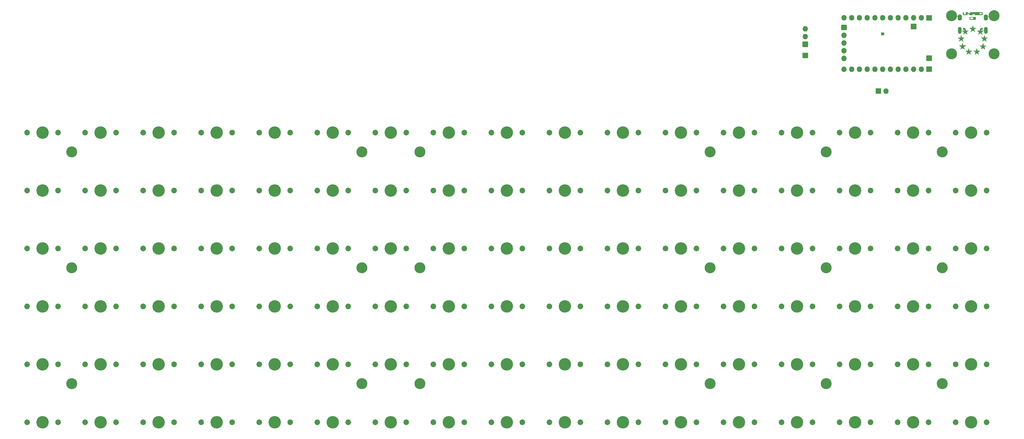
<source format=gts>
G04 #@! TF.GenerationSoftware,KiCad,Pcbnew,(5.1.10)-1*
G04 #@! TF.CreationDate,2021-12-06T23:46:42-03:00*
G04 #@! TF.ProjectId,Poto-Rev2,506f746f-2d52-4657-9632-2e6b69636164,C3*
G04 #@! TF.SameCoordinates,Original*
G04 #@! TF.FileFunction,Soldermask,Top*
G04 #@! TF.FilePolarity,Negative*
%FSLAX46Y46*%
G04 Gerber Fmt 4.6, Leading zero omitted, Abs format (unit mm)*
G04 Created by KiCad (PCBNEW (5.1.10)-1) date 2021-12-06 23:46:42*
%MOMM*%
%LPD*%
G01*
G04 APERTURE LIST*
%ADD10C,0.100000*%
%ADD11C,3.602000*%
%ADD12C,4.089800*%
%ADD13C,1.852000*%
%ADD14O,1.802000X1.802000*%
%ADD15O,1.202000X2.302000*%
%ADD16O,1.402000X2.002000*%
%ADD17C,0.752000*%
G04 APERTURE END LIST*
D10*
G36*
X356112867Y-90861373D02*
G01*
X356114844Y-90865807D01*
X356117551Y-90872863D01*
X356120771Y-90881981D01*
X356123925Y-90891470D01*
X356125558Y-90896530D01*
X356128332Y-90905131D01*
X356132183Y-90917081D01*
X356137052Y-90932191D01*
X356142876Y-90950270D01*
X356149595Y-90971129D01*
X356157147Y-90994577D01*
X356165471Y-91020424D01*
X356174505Y-91048479D01*
X356184190Y-91078554D01*
X356194462Y-91110457D01*
X356205262Y-91143999D01*
X356216528Y-91178989D01*
X356228198Y-91215237D01*
X356240212Y-91252554D01*
X356252508Y-91290748D01*
X356262842Y-91322850D01*
X356391115Y-91721320D01*
X356845176Y-91719982D01*
X356887069Y-91719861D01*
X356927918Y-91719749D01*
X356967552Y-91719646D01*
X357005798Y-91719553D01*
X357042484Y-91719468D01*
X357077438Y-91719394D01*
X357110488Y-91719329D01*
X357141460Y-91719275D01*
X357170183Y-91719231D01*
X357196485Y-91719198D01*
X357220193Y-91719175D01*
X357241134Y-91719164D01*
X357259137Y-91719164D01*
X357274030Y-91719176D01*
X357285639Y-91719200D01*
X357293793Y-91719236D01*
X357298320Y-91719285D01*
X357299237Y-91719326D01*
X357297672Y-91720520D01*
X357293070Y-91723907D01*
X357285572Y-91729385D01*
X357275315Y-91736854D01*
X357262442Y-91746211D01*
X357247091Y-91757357D01*
X357229402Y-91770188D01*
X357209516Y-91784605D01*
X357187571Y-91800506D01*
X357163709Y-91817788D01*
X357138068Y-91836352D01*
X357110789Y-91856096D01*
X357082011Y-91876918D01*
X357051874Y-91898718D01*
X357020519Y-91921393D01*
X356988084Y-91944842D01*
X356954710Y-91968965D01*
X356931958Y-91985408D01*
X356898028Y-92009934D01*
X356864945Y-92033865D01*
X356832848Y-92057099D01*
X356801877Y-92079534D01*
X356772171Y-92101068D01*
X356743872Y-92121599D01*
X356717118Y-92141026D01*
X356692050Y-92159247D01*
X356668808Y-92176160D01*
X356647531Y-92191662D01*
X356628359Y-92205653D01*
X356611433Y-92218030D01*
X356596892Y-92228691D01*
X356584877Y-92237535D01*
X356575526Y-92244459D01*
X356568980Y-92249363D01*
X356565380Y-92252143D01*
X356564685Y-92252767D01*
X356565287Y-92254784D01*
X356567057Y-92260360D01*
X356569942Y-92269328D01*
X356573886Y-92281524D01*
X356578836Y-92296783D01*
X356584739Y-92314939D01*
X356591540Y-92335827D01*
X356599186Y-92359282D01*
X356607622Y-92385139D01*
X356616795Y-92413233D01*
X356626650Y-92443399D01*
X356637134Y-92475470D01*
X356648194Y-92509284D01*
X356659774Y-92544673D01*
X356671822Y-92581473D01*
X356684282Y-92619518D01*
X356697102Y-92658645D01*
X356705350Y-92683806D01*
X356718362Y-92723511D01*
X356731045Y-92762229D01*
X356743344Y-92799796D01*
X356755207Y-92836048D01*
X356766579Y-92870820D01*
X356777407Y-92903948D01*
X356787637Y-92935268D01*
X356797216Y-92964614D01*
X356806090Y-92991822D01*
X356814205Y-93016728D01*
X356821508Y-93039167D01*
X356827945Y-93058975D01*
X356833462Y-93075987D01*
X356838006Y-93090039D01*
X356841522Y-93100966D01*
X356843959Y-93108604D01*
X356845261Y-93112787D01*
X356845475Y-93113576D01*
X356843866Y-93112502D01*
X356839233Y-93109217D01*
X356831714Y-93103824D01*
X356821451Y-93096425D01*
X356808581Y-93087119D01*
X356793245Y-93076010D01*
X356775583Y-93063198D01*
X356755734Y-93048785D01*
X356733837Y-93032872D01*
X356710033Y-93015562D01*
X356684460Y-92996954D01*
X356657259Y-92977152D01*
X356628569Y-92956255D01*
X356598530Y-92934367D01*
X356567281Y-92911588D01*
X356534962Y-92888019D01*
X356501712Y-92863763D01*
X356479326Y-92847427D01*
X356445518Y-92822765D01*
X356412532Y-92798727D01*
X356380509Y-92775414D01*
X356349589Y-92752928D01*
X356319912Y-92731369D01*
X356291620Y-92710841D01*
X356264853Y-92691444D01*
X356239751Y-92673279D01*
X356216454Y-92656448D01*
X356195105Y-92641053D01*
X356175842Y-92627195D01*
X356158807Y-92614976D01*
X356144140Y-92604496D01*
X356131981Y-92595858D01*
X356122471Y-92589163D01*
X356115751Y-92584512D01*
X356111962Y-92582007D01*
X356111135Y-92581578D01*
X356109335Y-92582809D01*
X356104511Y-92586248D01*
X356096804Y-92591792D01*
X356086358Y-92599339D01*
X356073311Y-92608785D01*
X356057807Y-92620028D01*
X356039986Y-92632965D01*
X356019990Y-92647494D01*
X355997960Y-92663511D01*
X355974037Y-92680913D01*
X355948363Y-92699599D01*
X355921079Y-92719464D01*
X355892327Y-92740408D01*
X355862247Y-92762325D01*
X355830981Y-92785115D01*
X355798671Y-92808673D01*
X355765457Y-92832898D01*
X355746304Y-92846871D01*
X355712638Y-92871432D01*
X355679795Y-92895391D01*
X355647916Y-92918643D01*
X355617142Y-92941086D01*
X355587615Y-92962617D01*
X355559476Y-92983132D01*
X355532868Y-93002529D01*
X355507930Y-93020704D01*
X355484805Y-93037556D01*
X355463634Y-93052979D01*
X355444559Y-93066872D01*
X355427721Y-93079131D01*
X355413260Y-93089654D01*
X355401320Y-93098337D01*
X355392041Y-93105077D01*
X355385564Y-93109772D01*
X355382031Y-93112317D01*
X355381390Y-93112766D01*
X355379656Y-93113186D01*
X355379868Y-93110748D01*
X355380175Y-93109704D01*
X355380911Y-93107431D01*
X355382811Y-93101602D01*
X355385820Y-93092384D01*
X355389883Y-93079943D01*
X355394945Y-93064448D01*
X355400952Y-93046066D01*
X355407850Y-93024963D01*
X355415582Y-93001309D01*
X355424096Y-92975269D01*
X355433335Y-92947011D01*
X355443245Y-92916704D01*
X355453772Y-92884513D01*
X355464860Y-92850607D01*
X355476455Y-92815154D01*
X355488502Y-92778319D01*
X355500947Y-92740272D01*
X355513735Y-92701178D01*
X355520699Y-92679888D01*
X355533632Y-92640348D01*
X355546243Y-92601788D01*
X355558476Y-92564373D01*
X355570279Y-92528270D01*
X355581596Y-92493644D01*
X355592373Y-92460661D01*
X355602558Y-92429487D01*
X355612094Y-92400288D01*
X355620929Y-92373229D01*
X355629008Y-92348476D01*
X355636277Y-92326196D01*
X355642682Y-92306554D01*
X355648168Y-92289716D01*
X355652682Y-92275847D01*
X355656169Y-92265115D01*
X355658575Y-92257683D01*
X355659847Y-92253719D01*
X355660043Y-92253077D01*
X355658503Y-92251792D01*
X355653926Y-92248315D01*
X355646453Y-92242747D01*
X355636224Y-92235192D01*
X355623379Y-92225749D01*
X355608057Y-92214523D01*
X355590400Y-92201615D01*
X355570547Y-92187126D01*
X355548639Y-92171159D01*
X355524814Y-92153817D01*
X355499214Y-92135200D01*
X355471979Y-92115412D01*
X355443249Y-92094554D01*
X355413163Y-92072728D01*
X355381862Y-92050037D01*
X355349486Y-92026582D01*
X355316175Y-92002465D01*
X355295136Y-91987241D01*
X355261286Y-91962750D01*
X355228266Y-91938853D01*
X355196215Y-91915653D01*
X355165276Y-91893252D01*
X355135589Y-91871754D01*
X355107297Y-91851259D01*
X355080539Y-91831871D01*
X355055458Y-91813693D01*
X355032195Y-91796826D01*
X355010891Y-91781373D01*
X354991687Y-91767436D01*
X354974724Y-91755119D01*
X354960145Y-91744523D01*
X354948090Y-91735751D01*
X354938700Y-91728905D01*
X354932117Y-91724088D01*
X354928482Y-91721402D01*
X354927772Y-91720854D01*
X354928592Y-91720599D01*
X354931647Y-91720370D01*
X354937036Y-91720166D01*
X354944856Y-91719987D01*
X354955204Y-91719833D01*
X354968178Y-91719703D01*
X354983874Y-91719598D01*
X355002391Y-91719517D01*
X355023825Y-91719460D01*
X355048274Y-91719427D01*
X355075836Y-91719418D01*
X355106607Y-91719432D01*
X355140685Y-91719470D01*
X355178167Y-91719531D01*
X355219151Y-91719616D01*
X355263735Y-91719723D01*
X355312014Y-91719852D01*
X355364087Y-91720005D01*
X355379442Y-91720052D01*
X355833303Y-91721451D01*
X355840177Y-91700075D01*
X355853754Y-91657860D01*
X355867497Y-91615155D01*
X355881351Y-91572120D01*
X355895266Y-91528918D01*
X355909188Y-91485709D01*
X355923066Y-91442656D01*
X355936847Y-91399918D01*
X355950480Y-91357659D01*
X355963911Y-91316039D01*
X355977090Y-91275219D01*
X355989963Y-91235362D01*
X356002478Y-91196628D01*
X356014584Y-91159178D01*
X356026228Y-91123175D01*
X356037357Y-91088780D01*
X356047920Y-91056154D01*
X356057865Y-91025458D01*
X356067139Y-90996854D01*
X356075689Y-90970503D01*
X356083465Y-90946567D01*
X356090413Y-90925207D01*
X356096482Y-90906585D01*
X356101619Y-90890861D01*
X356105772Y-90878197D01*
X356108889Y-90868756D01*
X356110917Y-90862697D01*
X356111805Y-90860183D01*
X356111836Y-90860121D01*
X356112867Y-90861373D01*
G37*
G36*
X353622683Y-91760191D02*
G01*
X353622744Y-91760378D01*
X353622799Y-91760472D01*
X353623462Y-91762378D01*
X353625269Y-91767838D01*
X353628163Y-91776674D01*
X353632088Y-91788709D01*
X353636986Y-91803767D01*
X353642799Y-91821671D01*
X353649471Y-91842245D01*
X353656944Y-91865311D01*
X353665161Y-91890694D01*
X353674065Y-91918215D01*
X353683599Y-91947700D01*
X353693705Y-91978970D01*
X353704326Y-92011849D01*
X353715406Y-92046160D01*
X353726886Y-92081727D01*
X353738709Y-92118374D01*
X353744171Y-92135306D01*
X353756423Y-92173293D01*
X353768519Y-92210795D01*
X353780391Y-92247597D01*
X353791970Y-92283487D01*
X353803186Y-92318250D01*
X353813970Y-92351673D01*
X353824255Y-92383542D01*
X353833969Y-92413643D01*
X353843046Y-92441763D01*
X353851415Y-92467687D01*
X353859008Y-92491202D01*
X353865755Y-92512095D01*
X353871588Y-92530151D01*
X353876437Y-92545157D01*
X353880234Y-92556899D01*
X353882910Y-92565163D01*
X353883263Y-92566250D01*
X353901693Y-92623069D01*
X354355838Y-92622407D01*
X354809983Y-92621744D01*
X354802146Y-92627448D01*
X354799840Y-92629119D01*
X354794503Y-92632980D01*
X354786283Y-92638926D01*
X354775323Y-92646851D01*
X354761771Y-92656652D01*
X354745771Y-92668221D01*
X354727468Y-92681454D01*
X354707010Y-92696246D01*
X354684540Y-92712492D01*
X354660206Y-92730085D01*
X354634152Y-92748921D01*
X354606524Y-92768895D01*
X354577468Y-92789901D01*
X354547129Y-92811834D01*
X354515654Y-92834588D01*
X354483186Y-92858059D01*
X354449874Y-92882141D01*
X354435762Y-92892342D01*
X354402231Y-92916583D01*
X354369535Y-92940223D01*
X354337816Y-92963158D01*
X354307218Y-92985286D01*
X354277881Y-93006504D01*
X354249949Y-93026708D01*
X354223564Y-93045797D01*
X354198867Y-93063667D01*
X354176002Y-93080214D01*
X354155110Y-93095336D01*
X354136334Y-93108931D01*
X354119816Y-93120894D01*
X354105699Y-93131123D01*
X354094124Y-93139516D01*
X354085234Y-93145968D01*
X354079172Y-93150377D01*
X354076079Y-93152641D01*
X354075694Y-93152932D01*
X354076154Y-93154897D01*
X354077784Y-93160420D01*
X354080530Y-93169337D01*
X354084339Y-93181484D01*
X354089159Y-93196695D01*
X354094935Y-93214806D01*
X354101616Y-93235654D01*
X354109147Y-93259072D01*
X354117476Y-93284898D01*
X354126549Y-93312965D01*
X354136314Y-93343110D01*
X354146718Y-93375169D01*
X354157706Y-93408976D01*
X354169227Y-93444367D01*
X354181227Y-93481178D01*
X354193653Y-93519243D01*
X354206451Y-93558400D01*
X354215203Y-93585146D01*
X354228225Y-93624931D01*
X354240918Y-93663727D01*
X354253230Y-93701371D01*
X354265108Y-93737699D01*
X354276496Y-93772546D01*
X354287343Y-93805748D01*
X354297594Y-93837142D01*
X354307196Y-93866564D01*
X354316095Y-93893848D01*
X354324239Y-93918832D01*
X354331573Y-93941350D01*
X354338043Y-93961240D01*
X354343598Y-93978337D01*
X354348182Y-93992476D01*
X354351743Y-94003494D01*
X354354226Y-94011227D01*
X354355580Y-94015511D01*
X354355827Y-94016369D01*
X354354230Y-94015269D01*
X354349608Y-94011959D01*
X354342100Y-94006541D01*
X354331846Y-93999117D01*
X354318985Y-93989787D01*
X354303657Y-93978655D01*
X354286001Y-93965820D01*
X354266157Y-93951386D01*
X354244264Y-93935452D01*
X354220462Y-93918121D01*
X354194890Y-93899494D01*
X354167687Y-93879673D01*
X354138993Y-93858759D01*
X354108948Y-93836854D01*
X354077690Y-93814059D01*
X354045360Y-93790476D01*
X354012097Y-93766207D01*
X353989263Y-93749543D01*
X353955436Y-93724867D01*
X353922433Y-93700817D01*
X353890396Y-93677494D01*
X353859465Y-93654999D01*
X353829779Y-93633434D01*
X353801479Y-93612901D01*
X353774705Y-93593499D01*
X353749598Y-93575331D01*
X353726298Y-93558498D01*
X353704944Y-93543101D01*
X353685678Y-93529241D01*
X353668639Y-93517019D01*
X353653968Y-93506538D01*
X353641804Y-93497897D01*
X353632289Y-93491198D01*
X353625562Y-93486543D01*
X353621763Y-93484033D01*
X353620927Y-93483601D01*
X353619198Y-93484839D01*
X353614475Y-93488261D01*
X353606930Y-93493743D01*
X353596734Y-93501159D01*
X353584057Y-93510385D01*
X353569073Y-93521296D01*
X353551951Y-93533767D01*
X353532864Y-93547672D01*
X353511983Y-93562887D01*
X353489479Y-93579287D01*
X353465523Y-93596747D01*
X353440288Y-93615141D01*
X353413944Y-93634345D01*
X353386664Y-93654233D01*
X353358617Y-93674681D01*
X353329976Y-93695564D01*
X353300913Y-93716756D01*
X353271598Y-93738133D01*
X353242203Y-93759570D01*
X353212900Y-93780942D01*
X353183859Y-93802123D01*
X353155253Y-93822988D01*
X353127252Y-93843413D01*
X353100028Y-93863273D01*
X353073753Y-93882443D01*
X353048598Y-93900797D01*
X353024734Y-93918210D01*
X353002333Y-93934559D01*
X352981566Y-93949717D01*
X352962604Y-93963559D01*
X352945620Y-93975961D01*
X352930784Y-93986798D01*
X352918267Y-93995944D01*
X352908242Y-94003274D01*
X352900880Y-94008665D01*
X352896352Y-94011989D01*
X352895013Y-94012981D01*
X352888373Y-94017970D01*
X352889898Y-94013122D01*
X352890642Y-94010833D01*
X352892550Y-94004987D01*
X352895567Y-93995750D01*
X352899640Y-93983291D01*
X352904712Y-93967777D01*
X352910731Y-93949373D01*
X352917640Y-93928249D01*
X352925386Y-93904570D01*
X352933914Y-93878503D01*
X352943168Y-93850217D01*
X352953095Y-93819878D01*
X352963639Y-93787653D01*
X352974746Y-93753709D01*
X352986362Y-93718213D01*
X352998431Y-93681333D01*
X353010899Y-93643236D01*
X353023711Y-93604088D01*
X353031198Y-93581212D01*
X353044157Y-93541594D01*
X353056779Y-93502958D01*
X353069011Y-93465469D01*
X353080800Y-93429292D01*
X353092091Y-93394593D01*
X353102832Y-93361536D01*
X353112970Y-93330287D01*
X353122451Y-93301011D01*
X353131221Y-93273874D01*
X353139228Y-93249040D01*
X353146418Y-93226675D01*
X353152737Y-93206944D01*
X353158132Y-93190012D01*
X353162551Y-93176044D01*
X353165939Y-93165206D01*
X353168243Y-93157662D01*
X353169410Y-93153579D01*
X353169544Y-93152859D01*
X353167845Y-93151608D01*
X353163111Y-93148164D01*
X353155482Y-93142629D01*
X353145100Y-93135105D01*
X353132105Y-93125694D01*
X353116638Y-93114498D01*
X353098841Y-93101618D01*
X353078853Y-93087157D01*
X353056816Y-93071217D01*
X353032872Y-93053900D01*
X353007160Y-93035307D01*
X352979821Y-93015540D01*
X352950997Y-92994701D01*
X352920829Y-92972893D01*
X352889457Y-92950217D01*
X352857023Y-92926775D01*
X352823666Y-92902669D01*
X352802709Y-92887525D01*
X352768861Y-92863065D01*
X352735852Y-92839211D01*
X352703822Y-92816062D01*
X352672912Y-92793722D01*
X352643263Y-92772290D01*
X352615014Y-92751871D01*
X352588307Y-92732564D01*
X352563283Y-92714472D01*
X352540081Y-92697696D01*
X352518844Y-92682339D01*
X352499711Y-92668501D01*
X352482823Y-92656285D01*
X352468321Y-92645792D01*
X352456346Y-92637125D01*
X352447037Y-92630384D01*
X352440537Y-92625671D01*
X352436985Y-92623089D01*
X352436325Y-92622602D01*
X352438164Y-92622524D01*
X352443750Y-92622453D01*
X352452911Y-92622390D01*
X352465475Y-92622335D01*
X352481270Y-92622288D01*
X352500125Y-92622248D01*
X352521868Y-92622217D01*
X352546326Y-92622193D01*
X352573328Y-92622177D01*
X352602703Y-92622170D01*
X352634278Y-92622171D01*
X352667881Y-92622181D01*
X352703342Y-92622198D01*
X352740487Y-92622225D01*
X352779146Y-92622259D01*
X352819146Y-92622303D01*
X352860316Y-92622355D01*
X352889408Y-92622396D01*
X353343471Y-92623069D01*
X353349265Y-92605436D01*
X353350424Y-92601873D01*
X353352726Y-92594763D01*
X353356111Y-92584287D01*
X353360523Y-92570626D01*
X353365902Y-92553961D01*
X353372189Y-92534476D01*
X353379326Y-92512351D01*
X353387254Y-92487769D01*
X353395916Y-92460910D01*
X353405251Y-92431957D01*
X353415202Y-92401091D01*
X353425709Y-92368494D01*
X353436715Y-92334348D01*
X353448161Y-92298835D01*
X353459988Y-92262136D01*
X353472138Y-92224433D01*
X353482578Y-92192029D01*
X353497851Y-92144627D01*
X353511968Y-92100814D01*
X353524973Y-92060449D01*
X353536914Y-92023392D01*
X353547836Y-91989501D01*
X353557783Y-91958637D01*
X353566803Y-91930658D01*
X353574941Y-91905424D01*
X353582242Y-91882794D01*
X353588753Y-91862628D01*
X353594519Y-91844784D01*
X353599585Y-91829122D01*
X353603998Y-91815502D01*
X353607802Y-91803782D01*
X353611045Y-91793822D01*
X353613771Y-91785482D01*
X353616026Y-91778620D01*
X353617857Y-91773097D01*
X353619308Y-91768770D01*
X353620425Y-91765500D01*
X353621254Y-91763146D01*
X353621842Y-91761568D01*
X353622232Y-91760623D01*
X353622472Y-91760173D01*
X353622607Y-91760076D01*
X353622683Y-91760191D01*
G37*
G36*
X358601027Y-91771197D02*
G01*
X358602852Y-91776663D01*
X358605751Y-91785462D01*
X358609661Y-91797397D01*
X358614515Y-91812268D01*
X358620252Y-91829878D01*
X358626807Y-91850028D01*
X358634115Y-91872521D01*
X358642113Y-91897159D01*
X358650736Y-91923742D01*
X358659920Y-91952074D01*
X358669602Y-91981955D01*
X358679718Y-92013188D01*
X358690202Y-92045575D01*
X358700991Y-92078917D01*
X358712022Y-92113016D01*
X358723229Y-92147674D01*
X358734549Y-92182693D01*
X358745918Y-92217875D01*
X358757272Y-92253022D01*
X358768546Y-92287935D01*
X358779677Y-92322416D01*
X358790600Y-92356267D01*
X358801252Y-92389290D01*
X358811567Y-92421287D01*
X358821483Y-92452060D01*
X358830936Y-92481410D01*
X358839860Y-92509140D01*
X358848192Y-92535050D01*
X358855868Y-92558944D01*
X358862823Y-92580623D01*
X358868995Y-92599888D01*
X358872593Y-92611140D01*
X358878797Y-92630560D01*
X359332665Y-92629184D01*
X359382387Y-92629033D01*
X359428337Y-92628896D01*
X359470663Y-92628774D01*
X359509512Y-92628665D01*
X359545031Y-92628573D01*
X359577368Y-92628497D01*
X359606670Y-92628438D01*
X359633084Y-92628397D01*
X359656757Y-92628374D01*
X359677837Y-92628371D01*
X359696471Y-92628388D01*
X359712806Y-92628425D01*
X359726988Y-92628485D01*
X359739167Y-92628567D01*
X359749488Y-92628672D01*
X359758098Y-92628801D01*
X359765146Y-92628954D01*
X359770779Y-92629133D01*
X359775143Y-92629339D01*
X359778385Y-92629571D01*
X359780654Y-92629831D01*
X359782096Y-92630120D01*
X359782859Y-92630437D01*
X359783089Y-92630785D01*
X359782934Y-92631164D01*
X359782615Y-92631506D01*
X359780682Y-92632983D01*
X359775715Y-92636651D01*
X359767856Y-92642406D01*
X359757247Y-92650145D01*
X359744033Y-92659765D01*
X359728354Y-92671162D01*
X359710353Y-92684233D01*
X359690173Y-92698874D01*
X359667957Y-92714983D01*
X359643847Y-92732456D01*
X359617986Y-92751189D01*
X359590516Y-92771079D01*
X359561579Y-92792023D01*
X359531319Y-92813917D01*
X359499878Y-92836659D01*
X359467398Y-92860145D01*
X359434022Y-92884270D01*
X359414920Y-92898075D01*
X359051144Y-93160946D01*
X359061697Y-93192756D01*
X359066116Y-93206104D01*
X359071449Y-93222268D01*
X359077632Y-93241047D01*
X359084599Y-93262241D01*
X359092284Y-93285646D01*
X359100621Y-93311063D01*
X359109545Y-93338290D01*
X359118990Y-93367125D01*
X359128891Y-93397367D01*
X359139181Y-93428815D01*
X359149794Y-93461267D01*
X359160666Y-93494522D01*
X359171731Y-93528379D01*
X359182922Y-93562637D01*
X359194174Y-93597093D01*
X359205422Y-93631547D01*
X359216599Y-93665797D01*
X359227640Y-93699642D01*
X359238480Y-93732881D01*
X359249052Y-93765312D01*
X359259291Y-93796734D01*
X359269131Y-93826945D01*
X359278506Y-93855745D01*
X359287351Y-93882931D01*
X359295601Y-93908303D01*
X359303188Y-93931659D01*
X359310048Y-93952798D01*
X359316115Y-93971518D01*
X359321324Y-93987619D01*
X359325608Y-94000898D01*
X359328901Y-94011155D01*
X359331139Y-94018187D01*
X359332256Y-94021795D01*
X359332374Y-94022251D01*
X359330750Y-94021176D01*
X359326103Y-94017892D01*
X359318571Y-94012499D01*
X359308294Y-94005099D01*
X359295412Y-93995794D01*
X359280064Y-93984685D01*
X359262391Y-93971874D01*
X359242533Y-93957462D01*
X359220628Y-93941551D01*
X359196817Y-93924243D01*
X359171239Y-93905638D01*
X359144035Y-93885839D01*
X359115343Y-93864947D01*
X359085305Y-93843064D01*
X359054059Y-93820290D01*
X359021745Y-93796729D01*
X358988503Y-93772481D01*
X358966505Y-93756429D01*
X358932718Y-93731780D01*
X358899755Y-93707752D01*
X358867757Y-93684446D01*
X358836865Y-93661963D01*
X358807218Y-93640406D01*
X358778958Y-93619875D01*
X358752225Y-93600474D01*
X358727160Y-93582302D01*
X358703903Y-93565463D01*
X358682594Y-93550058D01*
X358663374Y-93536189D01*
X358646385Y-93523956D01*
X358631765Y-93513463D01*
X358619656Y-93504810D01*
X358610199Y-93498100D01*
X358603533Y-93493433D01*
X358599799Y-93490913D01*
X358599013Y-93490473D01*
X358597238Y-93491663D01*
X358592440Y-93495063D01*
X358584759Y-93500570D01*
X358574337Y-93508082D01*
X358561314Y-93517495D01*
X358545832Y-93528709D01*
X358528031Y-93541619D01*
X358508052Y-93556125D01*
X358486036Y-93572123D01*
X358462124Y-93589511D01*
X358436457Y-93608187D01*
X358409175Y-93628049D01*
X358380419Y-93648994D01*
X358350331Y-93670919D01*
X358319051Y-93693722D01*
X358286721Y-93717301D01*
X358253480Y-93741554D01*
X358232990Y-93756508D01*
X358199274Y-93781115D01*
X358166388Y-93805112D01*
X358134472Y-93828394D01*
X358103667Y-93850861D01*
X358074114Y-93872410D01*
X358045954Y-93892938D01*
X358019325Y-93912343D01*
X357994371Y-93930523D01*
X357971230Y-93947375D01*
X357950044Y-93962797D01*
X357930953Y-93976686D01*
X357914097Y-93988941D01*
X357899618Y-93999459D01*
X357887656Y-94008137D01*
X357878351Y-94014873D01*
X357871844Y-94019566D01*
X357868275Y-94022111D01*
X357867602Y-94022566D01*
X357867830Y-94020897D01*
X357869174Y-94015893D01*
X357871516Y-94007936D01*
X357874739Y-93997408D01*
X357878724Y-93984694D01*
X357883353Y-93970177D01*
X357888509Y-93954238D01*
X357891149Y-93946154D01*
X357913900Y-93876710D01*
X357935449Y-93810924D01*
X357955816Y-93748734D01*
X357975022Y-93690075D01*
X357993089Y-93634883D01*
X358010037Y-93583095D01*
X358025886Y-93534647D01*
X358040658Y-93489475D01*
X358054373Y-93447516D01*
X358067052Y-93408705D01*
X358078717Y-93372978D01*
X358089387Y-93340272D01*
X358099084Y-93310524D01*
X358107828Y-93283668D01*
X358115640Y-93259642D01*
X358122541Y-93238381D01*
X358128553Y-93219822D01*
X358133694Y-93203901D01*
X358137988Y-93190555D01*
X358141453Y-93179718D01*
X358144112Y-93171328D01*
X358145984Y-93165321D01*
X358147092Y-93161632D01*
X358147454Y-93160199D01*
X358147449Y-93160176D01*
X358145807Y-93158977D01*
X358141129Y-93155584D01*
X358133557Y-93150100D01*
X358123229Y-93142626D01*
X358110288Y-93133264D01*
X358094874Y-93122115D01*
X358077127Y-93109280D01*
X358057188Y-93094863D01*
X358035197Y-93078964D01*
X358011296Y-93061684D01*
X357985624Y-93043127D01*
X357958323Y-93023392D01*
X357929532Y-93002582D01*
X357899393Y-92980799D01*
X357868046Y-92958144D01*
X357835632Y-92934719D01*
X357802291Y-92910625D01*
X357781218Y-92895397D01*
X357747356Y-92870926D01*
X357714324Y-92847053D01*
X357682265Y-92823878D01*
X357651318Y-92801506D01*
X357621627Y-92780037D01*
X357593330Y-92759574D01*
X357566571Y-92740219D01*
X357541490Y-92722075D01*
X357518227Y-92705243D01*
X357496925Y-92689825D01*
X357477725Y-92675925D01*
X357460768Y-92663643D01*
X357446194Y-92653083D01*
X357434145Y-92644346D01*
X357424763Y-92637534D01*
X357418188Y-92632750D01*
X357414562Y-92630095D01*
X357413858Y-92629565D01*
X357415586Y-92629381D01*
X357421119Y-92629216D01*
X357430345Y-92629070D01*
X357443151Y-92628945D01*
X357459423Y-92628839D01*
X357479048Y-92628754D01*
X357501914Y-92628688D01*
X357527907Y-92628643D01*
X357556915Y-92628618D01*
X357588824Y-92628613D01*
X357623521Y-92628629D01*
X357660894Y-92628666D01*
X357700830Y-92628723D01*
X357743215Y-92628801D01*
X357787936Y-92628901D01*
X357834880Y-92629021D01*
X357866450Y-92629110D01*
X358320998Y-92630443D01*
X358459954Y-92199091D01*
X358472790Y-92159272D01*
X358485318Y-92120458D01*
X358497484Y-92082812D01*
X358509236Y-92046499D01*
X358520520Y-92011681D01*
X358531282Y-91978521D01*
X358541469Y-91947184D01*
X358551028Y-91917833D01*
X358559906Y-91890632D01*
X358568048Y-91865743D01*
X358575402Y-91843330D01*
X358581914Y-91823557D01*
X358587532Y-91806587D01*
X358592200Y-91792584D01*
X358595867Y-91781711D01*
X358598478Y-91774131D01*
X358599980Y-91770009D01*
X358600341Y-91769263D01*
X358601027Y-91771197D01*
G37*
G36*
X352295940Y-94054208D02*
G01*
X352297770Y-94059613D01*
X352300695Y-94068419D01*
X352304660Y-94080463D01*
X352309612Y-94095580D01*
X352315498Y-94113606D01*
X352322266Y-94134377D01*
X352329860Y-94157729D01*
X352338229Y-94183497D01*
X352347319Y-94211518D01*
X352357076Y-94241627D01*
X352367448Y-94273660D01*
X352378381Y-94307453D01*
X352389821Y-94342841D01*
X352401716Y-94379661D01*
X352414012Y-94417748D01*
X352426655Y-94456938D01*
X352435295Y-94483732D01*
X352574354Y-94915085D01*
X353028955Y-94913835D01*
X353080604Y-94913697D01*
X353128457Y-94913578D01*
X353172637Y-94913477D01*
X353213266Y-94913396D01*
X353250466Y-94913334D01*
X353284361Y-94913292D01*
X353315072Y-94913270D01*
X353342722Y-94913268D01*
X353367434Y-94913288D01*
X353389330Y-94913328D01*
X353408532Y-94913390D01*
X353425164Y-94913474D01*
X353439348Y-94913580D01*
X353451205Y-94913708D01*
X353460860Y-94913858D01*
X353468434Y-94914032D01*
X353474049Y-94914229D01*
X353477829Y-94914449D01*
X353479895Y-94914693D01*
X353480371Y-94914962D01*
X353480349Y-94914981D01*
X353478484Y-94916336D01*
X353473585Y-94919884D01*
X353465793Y-94925522D01*
X353455252Y-94933147D01*
X353442103Y-94942658D01*
X353426487Y-94953950D01*
X353408548Y-94966922D01*
X353388426Y-94981470D01*
X353366263Y-94997493D01*
X353342203Y-95014888D01*
X353316386Y-95033552D01*
X353288954Y-95053382D01*
X353260050Y-95074276D01*
X353229816Y-95096130D01*
X353198393Y-95118844D01*
X353165923Y-95142313D01*
X353132548Y-95166435D01*
X353112538Y-95180898D01*
X353078733Y-95205341D01*
X353045775Y-95229189D01*
X353013803Y-95252342D01*
X352982958Y-95274696D01*
X352953382Y-95296150D01*
X352925213Y-95316601D01*
X352898593Y-95335946D01*
X352873661Y-95354084D01*
X352850560Y-95370911D01*
X352829428Y-95386327D01*
X352810406Y-95400227D01*
X352793636Y-95412511D01*
X352779257Y-95423075D01*
X352767409Y-95431817D01*
X352758234Y-95438635D01*
X352751871Y-95443427D01*
X352748461Y-95446090D01*
X352747891Y-95446623D01*
X352748489Y-95448664D01*
X352750253Y-95454262D01*
X352753129Y-95463254D01*
X352757065Y-95475472D01*
X352762005Y-95490751D01*
X352767896Y-95508927D01*
X352774685Y-95529832D01*
X352782316Y-95553303D01*
X352790737Y-95579172D01*
X352799893Y-95607275D01*
X352809731Y-95637447D01*
X352820196Y-95669520D01*
X352831235Y-95703331D01*
X352842793Y-95738713D01*
X352854817Y-95775501D01*
X352867254Y-95813529D01*
X352880048Y-95852632D01*
X352887921Y-95876683D01*
X352900900Y-95916343D01*
X352913551Y-95955023D01*
X352925820Y-95992557D01*
X352937651Y-96028780D01*
X352948993Y-96063527D01*
X352959791Y-96096633D01*
X352969992Y-96127932D01*
X352979542Y-96157260D01*
X352988386Y-96184451D01*
X352996472Y-96209341D01*
X353003746Y-96231763D01*
X353010154Y-96251554D01*
X353015642Y-96268546D01*
X353020156Y-96282577D01*
X353023644Y-96293479D01*
X353026051Y-96301089D01*
X353027323Y-96305241D01*
X353027519Y-96306004D01*
X353025916Y-96305002D01*
X353021289Y-96301788D01*
X353013778Y-96296465D01*
X353003522Y-96289133D01*
X352990662Y-96279893D01*
X352975335Y-96268848D01*
X352957683Y-96256097D01*
X352937845Y-96241742D01*
X352915960Y-96225885D01*
X352892169Y-96208627D01*
X352866610Y-96190068D01*
X352839423Y-96170311D01*
X352810749Y-96149455D01*
X352780726Y-96127604D01*
X352749494Y-96104856D01*
X352717193Y-96081315D01*
X352683963Y-96057081D01*
X352661941Y-96041013D01*
X352628163Y-96016366D01*
X352595215Y-95992335D01*
X352563239Y-95969021D01*
X352532373Y-95946527D01*
X352502759Y-95924954D01*
X352474536Y-95904404D01*
X352447845Y-95884980D01*
X352422825Y-95866782D01*
X352399618Y-95849913D01*
X352378363Y-95834475D01*
X352359201Y-95820570D01*
X352342272Y-95808299D01*
X352327716Y-95797764D01*
X352315673Y-95789068D01*
X352306283Y-95782313D01*
X352299687Y-95777599D01*
X352296025Y-95775030D01*
X352295286Y-95774558D01*
X352293582Y-95775696D01*
X352288854Y-95779044D01*
X352281243Y-95784500D01*
X352270890Y-95791960D01*
X352257934Y-95801322D01*
X352242518Y-95812486D01*
X352224780Y-95825348D01*
X352204862Y-95839807D01*
X352182904Y-95855760D01*
X352159048Y-95873105D01*
X352133432Y-95891739D01*
X352106199Y-95911562D01*
X352077488Y-95932471D01*
X352047440Y-95954362D01*
X352016195Y-95977136D01*
X351983895Y-96000688D01*
X351950680Y-96024918D01*
X351930363Y-96039743D01*
X351896648Y-96064347D01*
X351863756Y-96088348D01*
X351831828Y-96111643D01*
X351801006Y-96134128D01*
X351771431Y-96155702D01*
X351743244Y-96176261D01*
X351716586Y-96195702D01*
X351691597Y-96213923D01*
X351668421Y-96230820D01*
X351647196Y-96246290D01*
X351628065Y-96260232D01*
X351611169Y-96272542D01*
X351596649Y-96283116D01*
X351584645Y-96291853D01*
X351575300Y-96298649D01*
X351568753Y-96303401D01*
X351565147Y-96306007D01*
X351564455Y-96306496D01*
X351562784Y-96306794D01*
X351562955Y-96304077D01*
X351563131Y-96303364D01*
X351563846Y-96301087D01*
X351565727Y-96295254D01*
X351568717Y-96286033D01*
X351572764Y-96273590D01*
X351577812Y-96258092D01*
X351583806Y-96239708D01*
X351590692Y-96218605D01*
X351598415Y-96194950D01*
X351606920Y-96168911D01*
X351616153Y-96140654D01*
X351626059Y-96110348D01*
X351636583Y-96078161D01*
X351647671Y-96044258D01*
X351659268Y-96008808D01*
X351671319Y-95971979D01*
X351683769Y-95933937D01*
X351696564Y-95894850D01*
X351703505Y-95873650D01*
X351716447Y-95834114D01*
X351729064Y-95795553D01*
X351741300Y-95758135D01*
X351753104Y-95722025D01*
X351764419Y-95687388D01*
X351775192Y-95654392D01*
X351785369Y-95623203D01*
X351794896Y-95593985D01*
X351803718Y-95566907D01*
X351811783Y-95542132D01*
X351819034Y-95519828D01*
X351825420Y-95500161D01*
X351830884Y-95483296D01*
X351835374Y-95469401D01*
X351838835Y-95458640D01*
X351841214Y-95451180D01*
X351842455Y-95447186D01*
X351842633Y-95446529D01*
X351841065Y-95445202D01*
X351836459Y-95441685D01*
X351828956Y-95436079D01*
X351818697Y-95428488D01*
X351805822Y-95419013D01*
X351790471Y-95407757D01*
X351772785Y-95394822D01*
X351752904Y-95380310D01*
X351730970Y-95364324D01*
X351707121Y-95346966D01*
X351681499Y-95328339D01*
X351654244Y-95308544D01*
X351625497Y-95287684D01*
X351595398Y-95265862D01*
X351564087Y-95243179D01*
X351531705Y-95219738D01*
X351498393Y-95195641D01*
X351478000Y-95180898D01*
X351444159Y-95156439D01*
X351411140Y-95132573D01*
X351379083Y-95109402D01*
X351348132Y-95087029D01*
X351318427Y-95065557D01*
X351290111Y-95045089D01*
X351263326Y-95025726D01*
X351238214Y-95007572D01*
X351214916Y-94990729D01*
X351193576Y-94975300D01*
X351174333Y-94961388D01*
X351157332Y-94949095D01*
X351142713Y-94938523D01*
X351130618Y-94929776D01*
X351121190Y-94922956D01*
X351114571Y-94918165D01*
X351110902Y-94915507D01*
X351110179Y-94914981D01*
X351110550Y-94914711D01*
X351112503Y-94914465D01*
X351116161Y-94914243D01*
X351121646Y-94914044D01*
X351129082Y-94913869D01*
X351138590Y-94913717D01*
X351150292Y-94913587D01*
X351164313Y-94913480D01*
X351180773Y-94913395D01*
X351199796Y-94913332D01*
X351221504Y-94913290D01*
X351246019Y-94913269D01*
X351273465Y-94913269D01*
X351303963Y-94913290D01*
X351337636Y-94913330D01*
X351374607Y-94913391D01*
X351414998Y-94913471D01*
X351458932Y-94913570D01*
X351506531Y-94913688D01*
X351557917Y-94913825D01*
X351561532Y-94913835D01*
X352016104Y-94915085D01*
X352155191Y-94483722D01*
X352168040Y-94443885D01*
X352180577Y-94405041D01*
X352192749Y-94367355D01*
X352204501Y-94330989D01*
X352215782Y-94296110D01*
X352226538Y-94262880D01*
X352236714Y-94231465D01*
X352246259Y-94202028D01*
X352255119Y-94174733D01*
X352263240Y-94149744D01*
X352270569Y-94127227D01*
X352277053Y-94107344D01*
X352282638Y-94090260D01*
X352287272Y-94076140D01*
X352290900Y-94065146D01*
X352293470Y-94057445D01*
X352294929Y-94053199D01*
X352295257Y-94052370D01*
X352295940Y-94054208D01*
G37*
G36*
X359920917Y-94065048D02*
G01*
X359922754Y-94070292D01*
X359925684Y-94078939D01*
X359929654Y-94090827D01*
X359934611Y-94105790D01*
X359940500Y-94123667D01*
X359947270Y-94144294D01*
X359954867Y-94167506D01*
X359963237Y-94193141D01*
X359972327Y-94221036D01*
X359982083Y-94251026D01*
X359992453Y-94282949D01*
X360003383Y-94316641D01*
X360014820Y-94351938D01*
X360026710Y-94388677D01*
X360039000Y-94426695D01*
X360051637Y-94465828D01*
X360060198Y-94492363D01*
X360073041Y-94532178D01*
X360085569Y-94571005D01*
X360097730Y-94608681D01*
X360109469Y-94645039D01*
X360120734Y-94679916D01*
X360131472Y-94713147D01*
X360141628Y-94744567D01*
X360151150Y-94774011D01*
X360159985Y-94801315D01*
X360168079Y-94826315D01*
X360175379Y-94848845D01*
X360181831Y-94868741D01*
X360187383Y-94885839D01*
X360191981Y-94899973D01*
X360195572Y-94910979D01*
X360198102Y-94918693D01*
X360199518Y-94922950D01*
X360199817Y-94923785D01*
X360201814Y-94923850D01*
X360207556Y-94923912D01*
X360216871Y-94923972D01*
X360229586Y-94924029D01*
X360245529Y-94924082D01*
X360264526Y-94924132D01*
X360286405Y-94924179D01*
X360310993Y-94924222D01*
X360338116Y-94924260D01*
X360367603Y-94924294D01*
X360399280Y-94924324D01*
X360432975Y-94924349D01*
X360468514Y-94924368D01*
X360505726Y-94924383D01*
X360544437Y-94924392D01*
X360584473Y-94924395D01*
X360625664Y-94924393D01*
X360653804Y-94924388D01*
X360703785Y-94924378D01*
X360749992Y-94924373D01*
X360792569Y-94924374D01*
X360831659Y-94924383D01*
X360867405Y-94924399D01*
X360899954Y-94924424D01*
X360929447Y-94924459D01*
X360956029Y-94924504D01*
X360979844Y-94924561D01*
X361001036Y-94924631D01*
X361019749Y-94924714D01*
X361036127Y-94924811D01*
X361050313Y-94924924D01*
X361062453Y-94925053D01*
X361072688Y-94925199D01*
X361081165Y-94925364D01*
X361088026Y-94925547D01*
X361093415Y-94925751D01*
X361097477Y-94925975D01*
X361100355Y-94926221D01*
X361102193Y-94926490D01*
X361103136Y-94926782D01*
X361103326Y-94927099D01*
X361103164Y-94927284D01*
X361101231Y-94928697D01*
X361096265Y-94932303D01*
X361088410Y-94937998D01*
X361077807Y-94945679D01*
X361064600Y-94955243D01*
X361048932Y-94966587D01*
X361030944Y-94979606D01*
X361010781Y-94994198D01*
X360988584Y-95010260D01*
X360964497Y-95027687D01*
X360938661Y-95046378D01*
X360911221Y-95066228D01*
X360882319Y-95087134D01*
X360852098Y-95108994D01*
X360820699Y-95131703D01*
X360788267Y-95155158D01*
X360754944Y-95179256D01*
X360737038Y-95192204D01*
X360703340Y-95216579D01*
X360670481Y-95240360D01*
X360638604Y-95263445D01*
X360607849Y-95285730D01*
X360578358Y-95307113D01*
X360550273Y-95327491D01*
X360523734Y-95346761D01*
X360498882Y-95364821D01*
X360475860Y-95381567D01*
X360454807Y-95396897D01*
X360435867Y-95410708D01*
X360419179Y-95422897D01*
X360404885Y-95433362D01*
X360393126Y-95441999D01*
X360384044Y-95448706D01*
X360377780Y-95453381D01*
X360374475Y-95455919D01*
X360373971Y-95456366D01*
X360374492Y-95458410D01*
X360376182Y-95464012D01*
X360378987Y-95473006D01*
X360382854Y-95485227D01*
X360387728Y-95500510D01*
X360393557Y-95518688D01*
X360400287Y-95539597D01*
X360407864Y-95563071D01*
X360416235Y-95588946D01*
X360425346Y-95617054D01*
X360435144Y-95647232D01*
X360445575Y-95679313D01*
X360456586Y-95713133D01*
X360468122Y-95748525D01*
X360480131Y-95785325D01*
X360492559Y-95823367D01*
X360505353Y-95862485D01*
X360513432Y-95887168D01*
X360526420Y-95926852D01*
X360539077Y-95965551D01*
X360551347Y-96003100D01*
X360563178Y-96039336D01*
X360574516Y-96074092D01*
X360585308Y-96107205D01*
X360595501Y-96138509D01*
X360605040Y-96167840D01*
X360613872Y-96195034D01*
X360621945Y-96219925D01*
X360629203Y-96242348D01*
X360635595Y-96262140D01*
X360641066Y-96279135D01*
X360645563Y-96293168D01*
X360649032Y-96304075D01*
X360651420Y-96311691D01*
X360652674Y-96315851D01*
X360652857Y-96316624D01*
X360651215Y-96315568D01*
X360646549Y-96312302D01*
X360638999Y-96306926D01*
X360628705Y-96299543D01*
X360615807Y-96290253D01*
X360600444Y-96279158D01*
X360582758Y-96266360D01*
X360562886Y-96251960D01*
X360540970Y-96236060D01*
X360517148Y-96218760D01*
X360491562Y-96200163D01*
X360464350Y-96180371D01*
X360435653Y-96159483D01*
X360405610Y-96137603D01*
X360374361Y-96114831D01*
X360342047Y-96091270D01*
X360308806Y-96067020D01*
X360286842Y-96050988D01*
X360253068Y-96026340D01*
X360220125Y-96002311D01*
X360188155Y-95979003D01*
X360157296Y-95956518D01*
X360127688Y-95934957D01*
X360099473Y-95914421D01*
X360072790Y-95895014D01*
X360047779Y-95876836D01*
X360024580Y-95859989D01*
X360003333Y-95844576D01*
X359984179Y-95830696D01*
X359967258Y-95818454D01*
X359952709Y-95807949D01*
X359940673Y-95799284D01*
X359931290Y-95792560D01*
X359924700Y-95787880D01*
X359921043Y-95785345D01*
X359920306Y-95784895D01*
X359918614Y-95786075D01*
X359913898Y-95789463D01*
X359906299Y-95794958D01*
X359895957Y-95802457D01*
X359883011Y-95811858D01*
X359867604Y-95823058D01*
X359849875Y-95835956D01*
X359829964Y-95850449D01*
X359808013Y-95866435D01*
X359784161Y-95883811D01*
X359758549Y-95902475D01*
X359731317Y-95922325D01*
X359702606Y-95943259D01*
X359672557Y-95965174D01*
X359641309Y-95987968D01*
X359609004Y-96011539D01*
X359575781Y-96035784D01*
X359555187Y-96050815D01*
X359521471Y-96075424D01*
X359488583Y-96099422D01*
X359456666Y-96122707D01*
X359425859Y-96145177D01*
X359396303Y-96166729D01*
X359368139Y-96187260D01*
X359341507Y-96206670D01*
X359316548Y-96224854D01*
X359293403Y-96241711D01*
X359272212Y-96257138D01*
X359253116Y-96271033D01*
X359236256Y-96283293D01*
X359221772Y-96293816D01*
X359209804Y-96302500D01*
X359200494Y-96309242D01*
X359193981Y-96313940D01*
X359190407Y-96316491D01*
X359189731Y-96316950D01*
X359188024Y-96316623D01*
X359187976Y-96316349D01*
X359188577Y-96314398D01*
X359190344Y-96308887D01*
X359193223Y-96299983D01*
X359197162Y-96287850D01*
X359202104Y-96272653D01*
X359207998Y-96254558D01*
X359214788Y-96233729D01*
X359222421Y-96210331D01*
X359230844Y-96184529D01*
X359240001Y-96156489D01*
X359249840Y-96126375D01*
X359260307Y-96094353D01*
X359271347Y-96060587D01*
X359282906Y-96025242D01*
X359294932Y-95988484D01*
X359307370Y-95950477D01*
X359320166Y-95911386D01*
X359328188Y-95886884D01*
X359341176Y-95847197D01*
X359353831Y-95808483D01*
X359366100Y-95770908D01*
X359377929Y-95734638D01*
X359389265Y-95699838D01*
X359400054Y-95666673D01*
X359410243Y-95635309D01*
X359419777Y-95605912D01*
X359428604Y-95578646D01*
X359436670Y-95553679D01*
X359443921Y-95531174D01*
X359450305Y-95511299D01*
X359455766Y-95494217D01*
X359460252Y-95480095D01*
X359463709Y-95469098D01*
X359466084Y-95461392D01*
X359467323Y-95457143D01*
X359467497Y-95456318D01*
X359465847Y-95454968D01*
X359461161Y-95451427D01*
X359453579Y-95445797D01*
X359443243Y-95438182D01*
X359430293Y-95428684D01*
X359414870Y-95417406D01*
X359397116Y-95404449D01*
X359377171Y-95389917D01*
X359355176Y-95373912D01*
X359331272Y-95356536D01*
X359305601Y-95337893D01*
X359278303Y-95318084D01*
X359249519Y-95297213D01*
X359219389Y-95275381D01*
X359188056Y-95252691D01*
X359155660Y-95229246D01*
X359122342Y-95205149D01*
X359102458Y-95190775D01*
X359068657Y-95166343D01*
X359035687Y-95142508D01*
X359003690Y-95119374D01*
X358972807Y-95097043D01*
X358943179Y-95075616D01*
X358914948Y-95055197D01*
X358888255Y-95035887D01*
X358863242Y-95017789D01*
X358840050Y-95001005D01*
X358818821Y-94985638D01*
X358799695Y-94971790D01*
X358782815Y-94959563D01*
X358768321Y-94949060D01*
X358756355Y-94940382D01*
X358747059Y-94933633D01*
X358740573Y-94928915D01*
X358737040Y-94926329D01*
X358736398Y-94925846D01*
X358738137Y-94925672D01*
X358743656Y-94925506D01*
X358752817Y-94925348D01*
X358765482Y-94925199D01*
X358781512Y-94925060D01*
X358800769Y-94924930D01*
X358823114Y-94924811D01*
X358848410Y-94924703D01*
X358876518Y-94924607D01*
X358907299Y-94924522D01*
X358940616Y-94924449D01*
X358976330Y-94924390D01*
X359014303Y-94924343D01*
X359054396Y-94924310D01*
X359096471Y-94924292D01*
X359140390Y-94924288D01*
X359186014Y-94924300D01*
X359187973Y-94924300D01*
X359237710Y-94924321D01*
X359283678Y-94924337D01*
X359326026Y-94924348D01*
X359364901Y-94924353D01*
X359400453Y-94924351D01*
X359432831Y-94924340D01*
X359462183Y-94924320D01*
X359488659Y-94924289D01*
X359512407Y-94924246D01*
X359533576Y-94924191D01*
X359552316Y-94924121D01*
X359568774Y-94924037D01*
X359583100Y-94923937D01*
X359595443Y-94923819D01*
X359605951Y-94923683D01*
X359614773Y-94923527D01*
X359622059Y-94923351D01*
X359627957Y-94923153D01*
X359632615Y-94922933D01*
X359636184Y-94922689D01*
X359638811Y-94922419D01*
X359640645Y-94922124D01*
X359641836Y-94921802D01*
X359642532Y-94921451D01*
X359642882Y-94921071D01*
X359642949Y-94920935D01*
X359643679Y-94918763D01*
X359645558Y-94913029D01*
X359648530Y-94903899D01*
X359652542Y-94891540D01*
X359657540Y-94876119D01*
X359663469Y-94857804D01*
X359670277Y-94836761D01*
X359677908Y-94813158D01*
X359686310Y-94787160D01*
X359695427Y-94758936D01*
X359705206Y-94728653D01*
X359715594Y-94696477D01*
X359726535Y-94662575D01*
X359737977Y-94627114D01*
X359749865Y-94590262D01*
X359762145Y-94552185D01*
X359774764Y-94513051D01*
X359781796Y-94491235D01*
X359794569Y-94451618D01*
X359807031Y-94412982D01*
X359819126Y-94375493D01*
X359830802Y-94339316D01*
X359842005Y-94304618D01*
X359852682Y-94271565D01*
X359862778Y-94240323D01*
X359872239Y-94211057D01*
X359881013Y-94183935D01*
X359889045Y-94159122D01*
X359896281Y-94136784D01*
X359902669Y-94117087D01*
X359908153Y-94100197D01*
X359912681Y-94086281D01*
X359916199Y-94075504D01*
X359918652Y-94068032D01*
X359919988Y-94064032D01*
X359920227Y-94063371D01*
X359920917Y-94065048D01*
G37*
G36*
X352752724Y-96663660D02*
G01*
X352754581Y-96669193D01*
X352757531Y-96678125D01*
X352761520Y-96690290D01*
X352766494Y-96705522D01*
X352772401Y-96723656D01*
X352779185Y-96744525D01*
X352786793Y-96767965D01*
X352795172Y-96793809D01*
X352804268Y-96821892D01*
X352814026Y-96852047D01*
X352824395Y-96884110D01*
X352835318Y-96917915D01*
X352846744Y-96953295D01*
X352858618Y-96990085D01*
X352870887Y-97028120D01*
X352883496Y-97067233D01*
X352890900Y-97090209D01*
X352903685Y-97129884D01*
X352916161Y-97168585D01*
X352928273Y-97206145D01*
X352939968Y-97242398D01*
X352951193Y-97277178D01*
X352961892Y-97310318D01*
X352972014Y-97341653D01*
X352981503Y-97371015D01*
X352990306Y-97398239D01*
X352998369Y-97423159D01*
X353005639Y-97445608D01*
X353012062Y-97465419D01*
X353017583Y-97482427D01*
X353022150Y-97496465D01*
X353025708Y-97507367D01*
X353028203Y-97514966D01*
X353029582Y-97519097D01*
X353029849Y-97519837D01*
X353030633Y-97520120D01*
X353032761Y-97520382D01*
X353036364Y-97520624D01*
X353041571Y-97520847D01*
X353048515Y-97521050D01*
X353057325Y-97521235D01*
X353068134Y-97521403D01*
X353081072Y-97521555D01*
X353096270Y-97521690D01*
X353113858Y-97521810D01*
X353133969Y-97521916D01*
X353156732Y-97522008D01*
X353182279Y-97522086D01*
X353210740Y-97522152D01*
X353242247Y-97522207D01*
X353276931Y-97522251D01*
X353314922Y-97522284D01*
X353356351Y-97522308D01*
X353401350Y-97522323D01*
X353450049Y-97522330D01*
X353484645Y-97522331D01*
X353536169Y-97522333D01*
X353583897Y-97522344D01*
X353627954Y-97522363D01*
X353668463Y-97522392D01*
X353705548Y-97522432D01*
X353739333Y-97522482D01*
X353769939Y-97522543D01*
X353797493Y-97522617D01*
X353822116Y-97522703D01*
X353843933Y-97522803D01*
X353863067Y-97522917D01*
X353879641Y-97523046D01*
X353893780Y-97523190D01*
X353905606Y-97523350D01*
X353915244Y-97523527D01*
X353922816Y-97523722D01*
X353928447Y-97523934D01*
X353932260Y-97524166D01*
X353934379Y-97524416D01*
X353934926Y-97524687D01*
X353934890Y-97524722D01*
X353933024Y-97526079D01*
X353928124Y-97529628D01*
X353920333Y-97535268D01*
X353909792Y-97542896D01*
X353896643Y-97552408D01*
X353881029Y-97563703D01*
X353863091Y-97576677D01*
X353842972Y-97591229D01*
X353820812Y-97607255D01*
X353796755Y-97624652D01*
X353770942Y-97643318D01*
X353743515Y-97663151D01*
X353714617Y-97684047D01*
X353684389Y-97705904D01*
X353652973Y-97728619D01*
X353620511Y-97752090D01*
X353587145Y-97776213D01*
X353567313Y-97790552D01*
X353202952Y-98053977D01*
X353210461Y-98076606D01*
X353215194Y-98090900D01*
X353220821Y-98107954D01*
X353227279Y-98127566D01*
X353234501Y-98149538D01*
X353242423Y-98173670D01*
X353250979Y-98199760D01*
X353260104Y-98227611D01*
X353269734Y-98257021D01*
X353279802Y-98287790D01*
X353290243Y-98319720D01*
X353300993Y-98352609D01*
X353311987Y-98386258D01*
X353323158Y-98420468D01*
X353334443Y-98455037D01*
X353345775Y-98489767D01*
X353357090Y-98524457D01*
X353368322Y-98558908D01*
X353379407Y-98592919D01*
X353390278Y-98626291D01*
X353400872Y-98658824D01*
X353411122Y-98690317D01*
X353420964Y-98720571D01*
X353430332Y-98749387D01*
X353439162Y-98776563D01*
X353447387Y-98801900D01*
X353454943Y-98825199D01*
X353461766Y-98846260D01*
X353467788Y-98864881D01*
X353472946Y-98880864D01*
X353477174Y-98894009D01*
X353480408Y-98904116D01*
X353482581Y-98910984D01*
X353483628Y-98914415D01*
X353483717Y-98914783D01*
X353482080Y-98913722D01*
X353477419Y-98910451D01*
X353469873Y-98905071D01*
X353459583Y-98897683D01*
X353446688Y-98888389D01*
X353431328Y-98877291D01*
X353413643Y-98864489D01*
X353393771Y-98850086D01*
X353371854Y-98834182D01*
X353348031Y-98816879D01*
X353322442Y-98798279D01*
X353295226Y-98778483D01*
X353266523Y-98757593D01*
X353236473Y-98735709D01*
X353205216Y-98712934D01*
X353172891Y-98689368D01*
X353139638Y-98665114D01*
X353117337Y-98648841D01*
X352751795Y-98382062D01*
X352745414Y-98386572D01*
X352743252Y-98388135D01*
X352738070Y-98391904D01*
X352730010Y-98397773D01*
X352719217Y-98405637D01*
X352705836Y-98415391D01*
X352690008Y-98426929D01*
X352671880Y-98440148D01*
X352651595Y-98454942D01*
X352629296Y-98471206D01*
X352605128Y-98488834D01*
X352579235Y-98507723D01*
X352551761Y-98527766D01*
X352522850Y-98548859D01*
X352492646Y-98570897D01*
X352461292Y-98593775D01*
X352428933Y-98617387D01*
X352395713Y-98641629D01*
X352379890Y-98653176D01*
X352346399Y-98677614D01*
X352313745Y-98701436D01*
X352282069Y-98724540D01*
X352251513Y-98746821D01*
X352222216Y-98768178D01*
X352194321Y-98788508D01*
X352167968Y-98807709D01*
X352143299Y-98825677D01*
X352120454Y-98842310D01*
X352099575Y-98857505D01*
X352080802Y-98871159D01*
X352064277Y-98883171D01*
X352050141Y-98893436D01*
X352038535Y-98901853D01*
X352029600Y-98908318D01*
X352023477Y-98912730D01*
X352020307Y-98914984D01*
X352019874Y-98915271D01*
X352019000Y-98913829D01*
X352019000Y-98913815D01*
X352019601Y-98911844D01*
X352021368Y-98906315D01*
X352024247Y-98897391D01*
X352028184Y-98885239D01*
X352033126Y-98870023D01*
X352039018Y-98851908D01*
X352045808Y-98831060D01*
X352053440Y-98807642D01*
X352061861Y-98781821D01*
X352071018Y-98753761D01*
X352080857Y-98723627D01*
X352091323Y-98691585D01*
X352102363Y-98657799D01*
X352113922Y-98622434D01*
X352125949Y-98585655D01*
X352138387Y-98547628D01*
X352151184Y-98508516D01*
X352159346Y-98483578D01*
X352174770Y-98436453D01*
X352189019Y-98392909D01*
X352202138Y-98352804D01*
X352214172Y-98315994D01*
X352225167Y-98282338D01*
X352235168Y-98251691D01*
X352244219Y-98223913D01*
X352252366Y-98198859D01*
X352259653Y-98176387D01*
X352266127Y-98156356D01*
X352271832Y-98138621D01*
X352276813Y-98123040D01*
X352281116Y-98109470D01*
X352284785Y-98097770D01*
X352287865Y-98087795D01*
X352290402Y-98079404D01*
X352292442Y-98072454D01*
X352294028Y-98066802D01*
X352295206Y-98062305D01*
X352296021Y-98058820D01*
X352296519Y-98056206D01*
X352296744Y-98054319D01*
X352296741Y-98053017D01*
X352296556Y-98052156D01*
X352296234Y-98051595D01*
X352296005Y-98051353D01*
X352294093Y-98049899D01*
X352289147Y-98046255D01*
X352281309Y-98040524D01*
X352270722Y-98032811D01*
X352257530Y-98023218D01*
X352241876Y-98011850D01*
X352223901Y-97998809D01*
X352203750Y-97984199D01*
X352181565Y-97968124D01*
X352157489Y-97950688D01*
X352131665Y-97931993D01*
X352104236Y-97912144D01*
X352075345Y-97891244D01*
X352045134Y-97869396D01*
X352013747Y-97846704D01*
X351981327Y-97823272D01*
X351948016Y-97799203D01*
X351930833Y-97786790D01*
X351897153Y-97762459D01*
X351864305Y-97738727D01*
X351832432Y-97715695D01*
X351801674Y-97693466D01*
X351772175Y-97672143D01*
X351744075Y-97651829D01*
X351717517Y-97632626D01*
X351692643Y-97614637D01*
X351669595Y-97597965D01*
X351648515Y-97582712D01*
X351629544Y-97568982D01*
X351612825Y-97556876D01*
X351598499Y-97546497D01*
X351586709Y-97537949D01*
X351577597Y-97531333D01*
X351571304Y-97526753D01*
X351567972Y-97524311D01*
X351567457Y-97523920D01*
X351569198Y-97523743D01*
X351574724Y-97523572D01*
X351583902Y-97523411D01*
X351596599Y-97523257D01*
X351612681Y-97523114D01*
X351632016Y-97522979D01*
X351654469Y-97522855D01*
X351679908Y-97522742D01*
X351708199Y-97522640D01*
X351739209Y-97522549D01*
X351772805Y-97522471D01*
X351808853Y-97522405D01*
X351847221Y-97522353D01*
X351887774Y-97522313D01*
X351930380Y-97522288D01*
X351974906Y-97522278D01*
X352019069Y-97522282D01*
X352472571Y-97522392D01*
X352611655Y-97091344D01*
X352624506Y-97051541D01*
X352637046Y-97012741D01*
X352649224Y-96975110D01*
X352660985Y-96938809D01*
X352672276Y-96904002D01*
X352683044Y-96870854D01*
X352693235Y-96839528D01*
X352702796Y-96810187D01*
X352711673Y-96782994D01*
X352719813Y-96758114D01*
X352727162Y-96735709D01*
X352733668Y-96715944D01*
X352739276Y-96698982D01*
X352743933Y-96684986D01*
X352747587Y-96674121D01*
X352750182Y-96666548D01*
X352751666Y-96662433D01*
X352752013Y-96661692D01*
X352752724Y-96663660D01*
G37*
G36*
X359458374Y-96672516D02*
G01*
X359460212Y-96678016D01*
X359463143Y-96686916D01*
X359467116Y-96699050D01*
X359472076Y-96714255D01*
X359477970Y-96732364D01*
X359484745Y-96753213D01*
X359492346Y-96776636D01*
X359500721Y-96802469D01*
X359509816Y-96830547D01*
X359519578Y-96860705D01*
X359529952Y-96892777D01*
X359540886Y-96926599D01*
X359552327Y-96962006D01*
X359564220Y-96998832D01*
X359576512Y-97036913D01*
X359589149Y-97076083D01*
X359597293Y-97101335D01*
X359735857Y-97531045D01*
X360189786Y-97530687D01*
X360231672Y-97530657D01*
X360272515Y-97530633D01*
X360312143Y-97530617D01*
X360350383Y-97530606D01*
X360387063Y-97530602D01*
X360422010Y-97530604D01*
X360455053Y-97530611D01*
X360486019Y-97530625D01*
X360514735Y-97530644D01*
X360541029Y-97530669D01*
X360564729Y-97530700D01*
X360585663Y-97530736D01*
X360603658Y-97530776D01*
X360618542Y-97530822D01*
X360630142Y-97530873D01*
X360638287Y-97530929D01*
X360642803Y-97530989D01*
X360643714Y-97531033D01*
X360642150Y-97532230D01*
X360637548Y-97535618D01*
X360630051Y-97541098D01*
X360619799Y-97548566D01*
X360606932Y-97557921D01*
X360591591Y-97569061D01*
X360573916Y-97581885D01*
X360554047Y-97596291D01*
X360532126Y-97612176D01*
X360508292Y-97629439D01*
X360482687Y-97647979D01*
X360455450Y-97667694D01*
X360426722Y-97688481D01*
X360396643Y-97710238D01*
X360365355Y-97732866D01*
X360332998Y-97756260D01*
X360299711Y-97780320D01*
X360279780Y-97794724D01*
X360245964Y-97819163D01*
X360212968Y-97843015D01*
X360180935Y-97866177D01*
X360150006Y-97888546D01*
X360120323Y-97910020D01*
X360092030Y-97930494D01*
X360065268Y-97949867D01*
X360040179Y-97968034D01*
X360016906Y-97984893D01*
X359995591Y-98000342D01*
X359976376Y-98014275D01*
X359959404Y-98026592D01*
X359944816Y-98037188D01*
X359932755Y-98045961D01*
X359923363Y-98052808D01*
X359916782Y-98057625D01*
X359913154Y-98060309D01*
X359912463Y-98060846D01*
X359912140Y-98061340D01*
X359911975Y-98062202D01*
X359912011Y-98063573D01*
X359912294Y-98065595D01*
X359912869Y-98068409D01*
X359913781Y-98072156D01*
X359915074Y-98076980D01*
X359916794Y-98083020D01*
X359918985Y-98090419D01*
X359921693Y-98099318D01*
X359924962Y-98109859D01*
X359928838Y-98122184D01*
X359933364Y-98136434D01*
X359938587Y-98152751D01*
X359944551Y-98171277D01*
X359951301Y-98192152D01*
X359958882Y-98215519D01*
X359967338Y-98241520D01*
X359976716Y-98270295D01*
X359987059Y-98301988D01*
X359998413Y-98336738D01*
X360010823Y-98374688D01*
X360024332Y-98415980D01*
X360038988Y-98460755D01*
X360049883Y-98494035D01*
X360062894Y-98533786D01*
X360075576Y-98572551D01*
X360087874Y-98610166D01*
X360099736Y-98646466D01*
X360111107Y-98681286D01*
X360121934Y-98714463D01*
X360132164Y-98745832D01*
X360141743Y-98775228D01*
X360150618Y-98802488D01*
X360158735Y-98827447D01*
X360166041Y-98849940D01*
X360172483Y-98869804D01*
X360178006Y-98886874D01*
X360182557Y-98900985D01*
X360186083Y-98911973D01*
X360188531Y-98919675D01*
X360189846Y-98923925D01*
X360190069Y-98924759D01*
X360188452Y-98923683D01*
X360183811Y-98920397D01*
X360176285Y-98915003D01*
X360166014Y-98907601D01*
X360153137Y-98898294D01*
X360137793Y-98887183D01*
X360120124Y-98874369D01*
X360100267Y-98859954D01*
X360078363Y-98844039D01*
X360054551Y-98826726D01*
X360028972Y-98808116D01*
X360001763Y-98788310D01*
X359973066Y-98767411D01*
X359943020Y-98745520D01*
X359911764Y-98722737D01*
X359879438Y-98699165D01*
X359846182Y-98674905D01*
X359823659Y-98658470D01*
X359782989Y-98628793D01*
X359745365Y-98601348D01*
X359710672Y-98576053D01*
X359678793Y-98552824D01*
X359649614Y-98531579D01*
X359623018Y-98512235D01*
X359598890Y-98494710D01*
X359577114Y-98478919D01*
X359557575Y-98464781D01*
X359540157Y-98452213D01*
X359524746Y-98441131D01*
X359511224Y-98431453D01*
X359499476Y-98423096D01*
X359489388Y-98415977D01*
X359480842Y-98410014D01*
X359473725Y-98405123D01*
X359467920Y-98401221D01*
X359463311Y-98398227D01*
X359459783Y-98396056D01*
X359457221Y-98394627D01*
X359455508Y-98393855D01*
X359454530Y-98393659D01*
X359454317Y-98393724D01*
X359452425Y-98395070D01*
X359447510Y-98398624D01*
X359439714Y-98404281D01*
X359429178Y-98411938D01*
X359416044Y-98421493D01*
X359400455Y-98432842D01*
X359382552Y-98445881D01*
X359362476Y-98460507D01*
X359340370Y-98476617D01*
X359316376Y-98494107D01*
X359290634Y-98512874D01*
X359263288Y-98532815D01*
X359234479Y-98553826D01*
X359204348Y-98575805D01*
X359173037Y-98598647D01*
X359140689Y-98622249D01*
X359107445Y-98646508D01*
X359088268Y-98660503D01*
X359054616Y-98685060D01*
X359021797Y-98709001D01*
X358989953Y-98732223D01*
X358959224Y-98754625D01*
X358929750Y-98776105D01*
X358901673Y-98796560D01*
X358875132Y-98815888D01*
X358850268Y-98833986D01*
X358827222Y-98850753D01*
X358806134Y-98866086D01*
X358787145Y-98879883D01*
X358770396Y-98892042D01*
X358756026Y-98902460D01*
X358744177Y-98911035D01*
X358734989Y-98917665D01*
X358728603Y-98922248D01*
X358725159Y-98924681D01*
X358724565Y-98925067D01*
X358724084Y-98923552D01*
X358724529Y-98921638D01*
X358725239Y-98919482D01*
X358727114Y-98913769D01*
X358730101Y-98904664D01*
X358734144Y-98892335D01*
X358739189Y-98876947D01*
X358745181Y-98858668D01*
X358752066Y-98837662D01*
X358759790Y-98814097D01*
X358768297Y-98788140D01*
X358777534Y-98759955D01*
X358787445Y-98729710D01*
X358797977Y-98697571D01*
X358809074Y-98663705D01*
X358820683Y-98628277D01*
X358832748Y-98591454D01*
X358845216Y-98553403D01*
X358858031Y-98514289D01*
X358865633Y-98491088D01*
X358881762Y-98441841D01*
X358896698Y-98396200D01*
X358910477Y-98354052D01*
X358923135Y-98315283D01*
X358934709Y-98279780D01*
X358945234Y-98247429D01*
X358954749Y-98218116D01*
X358963288Y-98191727D01*
X358970889Y-98168149D01*
X358977587Y-98147268D01*
X358983420Y-98128970D01*
X358988424Y-98113142D01*
X358992634Y-98099669D01*
X358996089Y-98088439D01*
X358998823Y-98079336D01*
X359000874Y-98072249D01*
X359002278Y-98067062D01*
X359003072Y-98063662D01*
X359003291Y-98061936D01*
X359003219Y-98061681D01*
X359001433Y-98060335D01*
X358996612Y-98056799D01*
X358988899Y-98051173D01*
X358978435Y-98043562D01*
X358965363Y-98034067D01*
X358949824Y-98022792D01*
X358931960Y-98009840D01*
X358911913Y-97995313D01*
X358889826Y-97979314D01*
X358865840Y-97961946D01*
X358840097Y-97943312D01*
X358812740Y-97923515D01*
X358783910Y-97902658D01*
X358753749Y-97880842D01*
X358722399Y-97858172D01*
X358690002Y-97834750D01*
X358656700Y-97810679D01*
X358638400Y-97797453D01*
X358604663Y-97773070D01*
X358571751Y-97749278D01*
X358539807Y-97726181D01*
X358508973Y-97703880D01*
X358479390Y-97682480D01*
X358451201Y-97662083D01*
X358424549Y-97642792D01*
X358399574Y-97624710D01*
X358376420Y-97607941D01*
X358355229Y-97592586D01*
X358336143Y-97578750D01*
X358319304Y-97566535D01*
X358304854Y-97556044D01*
X358292936Y-97547380D01*
X358283691Y-97540646D01*
X358277262Y-97535945D01*
X358273790Y-97533380D01*
X358273197Y-97532920D01*
X358273418Y-97532630D01*
X358274809Y-97532363D01*
X358277504Y-97532118D01*
X358281636Y-97531893D01*
X358287342Y-97531690D01*
X358294755Y-97531506D01*
X358304011Y-97531341D01*
X358315243Y-97531194D01*
X358328586Y-97531066D01*
X358344175Y-97530954D01*
X358362144Y-97530859D01*
X358382629Y-97530780D01*
X358405763Y-97530716D01*
X358431682Y-97530667D01*
X358460519Y-97530631D01*
X358492410Y-97530608D01*
X358527489Y-97530598D01*
X358565890Y-97530600D01*
X358607749Y-97530613D01*
X358653199Y-97530636D01*
X358702376Y-97530669D01*
X358724573Y-97530686D01*
X359178687Y-97531045D01*
X359304464Y-97141150D01*
X359316880Y-97102663D01*
X359329087Y-97064822D01*
X359341023Y-97027824D01*
X359352623Y-96991868D01*
X359363823Y-96957150D01*
X359374561Y-96923869D01*
X359384771Y-96892221D01*
X359394390Y-96862405D01*
X359403355Y-96834618D01*
X359411602Y-96809058D01*
X359419067Y-96785923D01*
X359425686Y-96765409D01*
X359431396Y-96747714D01*
X359436133Y-96733037D01*
X359439832Y-96721574D01*
X359442431Y-96713524D01*
X359443441Y-96710396D01*
X359447321Y-96698569D01*
X359450845Y-96688181D01*
X359453827Y-96679746D01*
X359456083Y-96673783D01*
X359457427Y-96670808D01*
X359457685Y-96670581D01*
X359458374Y-96672516D01*
G37*
G36*
X354778124Y-98368028D02*
G01*
X354779975Y-98373308D01*
X354782919Y-98381991D01*
X354786902Y-98393914D01*
X354791872Y-98408913D01*
X354797774Y-98426825D01*
X354804557Y-98447486D01*
X354812165Y-98470733D01*
X354820547Y-98496402D01*
X354829648Y-98524330D01*
X354839415Y-98554354D01*
X354849795Y-98586309D01*
X354860734Y-98620032D01*
X354872180Y-98655359D01*
X354884078Y-98692128D01*
X354896376Y-98730175D01*
X354909020Y-98769335D01*
X354917743Y-98796375D01*
X355056851Y-99227774D01*
X355509932Y-99227013D01*
X355551779Y-99226947D01*
X355592583Y-99226892D01*
X355632170Y-99226847D01*
X355670370Y-99226812D01*
X355707008Y-99226788D01*
X355741914Y-99226774D01*
X355774914Y-99226770D01*
X355805835Y-99226776D01*
X355834506Y-99226791D01*
X355860753Y-99226816D01*
X355884405Y-99226851D01*
X355905289Y-99226895D01*
X355923232Y-99226948D01*
X355938061Y-99227011D01*
X355949605Y-99227083D01*
X355957691Y-99227163D01*
X355962146Y-99227252D01*
X355963014Y-99227317D01*
X355961449Y-99228547D01*
X355956848Y-99231970D01*
X355949351Y-99237485D01*
X355939097Y-99244990D01*
X355926226Y-99254382D01*
X355910880Y-99265562D01*
X355893196Y-99278426D01*
X355873317Y-99292874D01*
X355851381Y-99308803D01*
X355827529Y-99326112D01*
X355801900Y-99344700D01*
X355774634Y-99364464D01*
X355745873Y-99385304D01*
X355715755Y-99407117D01*
X355684420Y-99429802D01*
X355652009Y-99453257D01*
X355618661Y-99477381D01*
X355596630Y-99493313D01*
X355562748Y-99517820D01*
X355529712Y-99541729D01*
X355497661Y-99564939D01*
X355466737Y-99587346D01*
X355437079Y-99608849D01*
X355408827Y-99629347D01*
X355382121Y-99648738D01*
X355357101Y-99666919D01*
X355333907Y-99683788D01*
X355312680Y-99699245D01*
X355293559Y-99713187D01*
X355276684Y-99725511D01*
X355262195Y-99736117D01*
X355250233Y-99744903D01*
X355240936Y-99751765D01*
X355234447Y-99756604D01*
X355230903Y-99759316D01*
X355230246Y-99759890D01*
X355230845Y-99761845D01*
X355232596Y-99767321D01*
X355235434Y-99776114D01*
X355239291Y-99788020D01*
X355244102Y-99802835D01*
X355249799Y-99820356D01*
X355256317Y-99840379D01*
X355263587Y-99862701D01*
X355271545Y-99887118D01*
X355280124Y-99913426D01*
X355289256Y-99941422D01*
X355298876Y-99970902D01*
X355308916Y-100001663D01*
X355319311Y-100033500D01*
X355329994Y-100066211D01*
X355340898Y-100099591D01*
X355351956Y-100133437D01*
X355363103Y-100167545D01*
X355374272Y-100201712D01*
X355385395Y-100235734D01*
X355396407Y-100269407D01*
X355407241Y-100302528D01*
X355417830Y-100334894D01*
X355428109Y-100366300D01*
X355438009Y-100396542D01*
X355447466Y-100425418D01*
X355456412Y-100452724D01*
X355464780Y-100478256D01*
X355472505Y-100501810D01*
X355479519Y-100523183D01*
X355485757Y-100542171D01*
X355491151Y-100558570D01*
X355495635Y-100572177D01*
X355499143Y-100582789D01*
X355499580Y-100584108D01*
X355503231Y-100595377D01*
X355506240Y-100605171D01*
X355508458Y-100612968D01*
X355509740Y-100618244D01*
X355509938Y-100620475D01*
X355509790Y-100620490D01*
X355508015Y-100619225D01*
X355503216Y-100615752D01*
X355495533Y-100610174D01*
X355485106Y-100602593D01*
X355472078Y-100593113D01*
X355456588Y-100581836D01*
X355438777Y-100568864D01*
X355418786Y-100554299D01*
X355396757Y-100538246D01*
X355372828Y-100520805D01*
X355347142Y-100502080D01*
X355319838Y-100482173D01*
X355291059Y-100461186D01*
X355260943Y-100439223D01*
X355229633Y-100416386D01*
X355197269Y-100392777D01*
X355163992Y-100368499D01*
X355142711Y-100352973D01*
X354777939Y-100086817D01*
X354432475Y-100338958D01*
X354399327Y-100363151D01*
X354366853Y-100386853D01*
X354335206Y-100409951D01*
X354304542Y-100432331D01*
X354275017Y-100453881D01*
X354246786Y-100474486D01*
X354220004Y-100494034D01*
X354194827Y-100512410D01*
X354171409Y-100529502D01*
X354149906Y-100545197D01*
X354130474Y-100559381D01*
X354113268Y-100571940D01*
X354098442Y-100582761D01*
X354086153Y-100591732D01*
X354076555Y-100598737D01*
X354069804Y-100603666D01*
X354066055Y-100606403D01*
X354065949Y-100606480D01*
X354058226Y-100612015D01*
X354051775Y-100616437D01*
X354047169Y-100619369D01*
X354044983Y-100620433D01*
X354044882Y-100620360D01*
X354045482Y-100618385D01*
X354047249Y-100612851D01*
X354050128Y-100603923D01*
X354054065Y-100591767D01*
X354059006Y-100576547D01*
X354064898Y-100558429D01*
X354071687Y-100537577D01*
X354079319Y-100514157D01*
X354087740Y-100488334D01*
X354096897Y-100460272D01*
X354106734Y-100430137D01*
X354117200Y-100398094D01*
X354128239Y-100364308D01*
X354139798Y-100328944D01*
X354151823Y-100292167D01*
X354164261Y-100254142D01*
X354177057Y-100215034D01*
X354185171Y-100190243D01*
X354198160Y-100150536D01*
X354210817Y-100111801D01*
X354223088Y-100074204D01*
X354234918Y-100037910D01*
X354246255Y-100003086D01*
X354257046Y-99969896D01*
X354267236Y-99938506D01*
X354276772Y-99909082D01*
X354285601Y-99881789D01*
X354293669Y-99856793D01*
X354300922Y-99834259D01*
X354307308Y-99814352D01*
X354312772Y-99797239D01*
X354317262Y-99783084D01*
X354320723Y-99772053D01*
X354323102Y-99764312D01*
X354324346Y-99760026D01*
X354324523Y-99759177D01*
X354322870Y-99757817D01*
X354318181Y-99754265D01*
X354310597Y-99748626D01*
X354300261Y-99741001D01*
X354287313Y-99731493D01*
X354271894Y-99720207D01*
X354254147Y-99707243D01*
X354234212Y-99692706D01*
X354212230Y-99676699D01*
X354188344Y-99659323D01*
X354162694Y-99640682D01*
X354135421Y-99620879D01*
X354106667Y-99600017D01*
X354076574Y-99578198D01*
X354045282Y-99555526D01*
X354012933Y-99532103D01*
X353979668Y-99508032D01*
X353961367Y-99494797D01*
X353927630Y-99470399D01*
X353894709Y-99446589D01*
X353862746Y-99423469D01*
X353831885Y-99401143D01*
X353802267Y-99379715D01*
X353774036Y-99359288D01*
X353747336Y-99339964D01*
X353722307Y-99321848D01*
X353699094Y-99305044D01*
X353677838Y-99289653D01*
X353658684Y-99275780D01*
X353641773Y-99263528D01*
X353627248Y-99253000D01*
X353615252Y-99244300D01*
X353605928Y-99237531D01*
X353599419Y-99232796D01*
X353595868Y-99230200D01*
X353595234Y-99229726D01*
X353595019Y-99229381D01*
X353595366Y-99229063D01*
X353596420Y-99228771D01*
X353598326Y-99228505D01*
X353601230Y-99228263D01*
X353605277Y-99228045D01*
X353610611Y-99227851D01*
X353617379Y-99227678D01*
X353625725Y-99227528D01*
X353635794Y-99227398D01*
X353647733Y-99227289D01*
X353661685Y-99227199D01*
X353677796Y-99227128D01*
X353696212Y-99227074D01*
X353717077Y-99227038D01*
X353740537Y-99227018D01*
X353766737Y-99227013D01*
X353795823Y-99227023D01*
X353827938Y-99227048D01*
X353863229Y-99227085D01*
X353901841Y-99227136D01*
X353943919Y-99227197D01*
X353989608Y-99227270D01*
X354039054Y-99227353D01*
X354045071Y-99227364D01*
X354498826Y-99228144D01*
X354637516Y-98797899D01*
X354650350Y-98758095D01*
X354662874Y-98719273D01*
X354675034Y-98681600D01*
X354686777Y-98645240D01*
X354698048Y-98610358D01*
X354708796Y-98577119D01*
X354718965Y-98545689D01*
X354728503Y-98516231D01*
X354737356Y-98488913D01*
X354745471Y-98463897D01*
X354752794Y-98441351D01*
X354759271Y-98421438D01*
X354764849Y-98404323D01*
X354769475Y-98390173D01*
X354773095Y-98379152D01*
X354775655Y-98371424D01*
X354777102Y-98367155D01*
X354777420Y-98366315D01*
X354778124Y-98368028D01*
G37*
G36*
X357427468Y-98372129D02*
G01*
X357429322Y-98377663D01*
X357432270Y-98386598D01*
X357436258Y-98398767D01*
X357441233Y-98414005D01*
X357447141Y-98432147D01*
X357453929Y-98453029D01*
X357461543Y-98476485D01*
X357469929Y-98502349D01*
X357479035Y-98530457D01*
X357488806Y-98560644D01*
X357499188Y-98592744D01*
X357510130Y-98626593D01*
X357521576Y-98662024D01*
X357533473Y-98698873D01*
X357545769Y-98736975D01*
X357558408Y-98776165D01*
X357566619Y-98801633D01*
X357705242Y-99231693D01*
X358159086Y-99231088D01*
X358206202Y-99231033D01*
X358251374Y-99230995D01*
X358294478Y-99230974D01*
X358335390Y-99230969D01*
X358373983Y-99230981D01*
X358410134Y-99231009D01*
X358443717Y-99231053D01*
X358474608Y-99231112D01*
X358502682Y-99231186D01*
X358527813Y-99231275D01*
X358549878Y-99231378D01*
X358568751Y-99231495D01*
X358584307Y-99231626D01*
X358596422Y-99231771D01*
X358604971Y-99231929D01*
X358609829Y-99232099D01*
X358610970Y-99232248D01*
X358609221Y-99233545D01*
X358604437Y-99237033D01*
X358596761Y-99242610D01*
X358586334Y-99250174D01*
X358573299Y-99259622D01*
X358557797Y-99270850D01*
X358539970Y-99283757D01*
X358519960Y-99298239D01*
X358497910Y-99314194D01*
X358473961Y-99331519D01*
X358448255Y-99350111D01*
X358420934Y-99369868D01*
X358392141Y-99390687D01*
X358362016Y-99412466D01*
X358330702Y-99435100D01*
X358298342Y-99458489D01*
X358265076Y-99482529D01*
X358247525Y-99495211D01*
X358213815Y-99519569D01*
X358180920Y-99543341D01*
X358148983Y-99566422D01*
X358118146Y-99588709D01*
X358088553Y-99610099D01*
X358060347Y-99630489D01*
X358033670Y-99649774D01*
X358008667Y-99667852D01*
X357985480Y-99684618D01*
X357964252Y-99699971D01*
X357945126Y-99713805D01*
X357928245Y-99726017D01*
X357913753Y-99736505D01*
X357901792Y-99745164D01*
X357892506Y-99751891D01*
X357886037Y-99756583D01*
X357882529Y-99759136D01*
X357881928Y-99759581D01*
X357881486Y-99759957D01*
X357881128Y-99760460D01*
X357880900Y-99761230D01*
X357880845Y-99762410D01*
X357881009Y-99764144D01*
X357881436Y-99766573D01*
X357882173Y-99769840D01*
X357883263Y-99774087D01*
X357884752Y-99779458D01*
X357886685Y-99786094D01*
X357889106Y-99794139D01*
X357892061Y-99803734D01*
X357895594Y-99815023D01*
X357899751Y-99828147D01*
X357904576Y-99843249D01*
X357910115Y-99860473D01*
X357916412Y-99879959D01*
X357923512Y-99901852D01*
X357931461Y-99926293D01*
X357940303Y-99953425D01*
X357950083Y-99983390D01*
X357960847Y-100016332D01*
X357972638Y-100052391D01*
X357985503Y-100091713D01*
X357999486Y-100134437D01*
X358014632Y-100180708D01*
X358018579Y-100192764D01*
X358031592Y-100232526D01*
X358044281Y-100271306D01*
X358056592Y-100308940D01*
X358068470Y-100345264D01*
X358079862Y-100380113D01*
X358090715Y-100413322D01*
X358100974Y-100444726D01*
X358110585Y-100474161D01*
X358119496Y-100501462D01*
X358127652Y-100526464D01*
X358134999Y-100549002D01*
X358141484Y-100568912D01*
X358147053Y-100586030D01*
X358151652Y-100600189D01*
X358155227Y-100611227D01*
X358157726Y-100618977D01*
X358159093Y-100623275D01*
X358159349Y-100624140D01*
X358157791Y-100623128D01*
X358153209Y-100619905D01*
X358145740Y-100614573D01*
X358135525Y-100607232D01*
X358122703Y-100597984D01*
X358107413Y-100586929D01*
X358089793Y-100574168D01*
X358069984Y-100559803D01*
X358048124Y-100543935D01*
X358024353Y-100526664D01*
X357998809Y-100508092D01*
X357971632Y-100488320D01*
X357942961Y-100467448D01*
X357912935Y-100445579D01*
X357881693Y-100422812D01*
X357849375Y-100399249D01*
X357816119Y-100374991D01*
X357792928Y-100358068D01*
X357426498Y-100090632D01*
X357420176Y-100095107D01*
X357418020Y-100096668D01*
X357412843Y-100100433D01*
X357404789Y-100106299D01*
X357394002Y-100114159D01*
X357380626Y-100123909D01*
X357364805Y-100135444D01*
X357346684Y-100148658D01*
X357326405Y-100163447D01*
X357304115Y-100179706D01*
X357279955Y-100197329D01*
X357254072Y-100216211D01*
X357226608Y-100236247D01*
X357197708Y-100257332D01*
X357167515Y-100279361D01*
X357136174Y-100302230D01*
X357103830Y-100325832D01*
X357070625Y-100350062D01*
X357055219Y-100361305D01*
X357021732Y-100385742D01*
X356989072Y-100409574D01*
X356957382Y-100432696D01*
X356926802Y-100455005D01*
X356897476Y-100476398D01*
X356869544Y-100496772D01*
X356843149Y-100516023D01*
X356818433Y-100534047D01*
X356795537Y-100550742D01*
X356774603Y-100566003D01*
X356755773Y-100579728D01*
X356739190Y-100591812D01*
X356724994Y-100602153D01*
X356713327Y-100610647D01*
X356704332Y-100617191D01*
X356698151Y-100621681D01*
X356694924Y-100624014D01*
X356694467Y-100624337D01*
X356694397Y-100622977D01*
X356695420Y-100618427D01*
X356697390Y-100611215D01*
X356700162Y-100601867D01*
X356703588Y-100590911D01*
X356704536Y-100587964D01*
X356706338Y-100582414D01*
X356709297Y-100573334D01*
X356713348Y-100560918D01*
X356718429Y-100545361D01*
X356724476Y-100526855D01*
X356731425Y-100505597D01*
X356739213Y-100481778D01*
X356747776Y-100455594D01*
X356757052Y-100427239D01*
X356766975Y-100396906D01*
X356777484Y-100364789D01*
X356788514Y-100331084D01*
X356800003Y-100295983D01*
X356811886Y-100259680D01*
X356824100Y-100222371D01*
X356836581Y-100184248D01*
X356845582Y-100156761D01*
X356860630Y-100110792D01*
X356874496Y-100068407D01*
X356887223Y-100029468D01*
X356898856Y-99993836D01*
X356909437Y-99961375D01*
X356919012Y-99931946D01*
X356927623Y-99905412D01*
X356935315Y-99881634D01*
X356942132Y-99860475D01*
X356948118Y-99841798D01*
X356953316Y-99825463D01*
X356957771Y-99811333D01*
X356961527Y-99799270D01*
X356964627Y-99789138D01*
X356967115Y-99780796D01*
X356969035Y-99774109D01*
X356970432Y-99768937D01*
X356971348Y-99765144D01*
X356971829Y-99762591D01*
X356971918Y-99761140D01*
X356971771Y-99760707D01*
X356969955Y-99759339D01*
X356965105Y-99755779D01*
X356957363Y-99750131D01*
X356946870Y-99742496D01*
X356933770Y-99732980D01*
X356918203Y-99721683D01*
X356900313Y-99708710D01*
X356880242Y-99694163D01*
X356858131Y-99678145D01*
X356834123Y-99660760D01*
X356808360Y-99642109D01*
X356780984Y-99622297D01*
X356752137Y-99601426D01*
X356721961Y-99579598D01*
X356690599Y-99556918D01*
X356658192Y-99533487D01*
X356624884Y-99509409D01*
X356606635Y-99496220D01*
X356572910Y-99471845D01*
X356540017Y-99448067D01*
X356508097Y-99424989D01*
X356477292Y-99402712D01*
X356447743Y-99381341D01*
X356419593Y-99360976D01*
X356392982Y-99341722D01*
X356368054Y-99323680D01*
X356344949Y-99306954D01*
X356323810Y-99291645D01*
X356304778Y-99277857D01*
X356287994Y-99265692D01*
X356273602Y-99255253D01*
X356261742Y-99246643D01*
X356252556Y-99239963D01*
X356246186Y-99235317D01*
X356242774Y-99232808D01*
X356242210Y-99232377D01*
X356243922Y-99232155D01*
X356249501Y-99231949D01*
X356258896Y-99231760D01*
X356272055Y-99231587D01*
X356288927Y-99231430D01*
X356309460Y-99231291D01*
X356333603Y-99231169D01*
X356361304Y-99231063D01*
X356392513Y-99230976D01*
X356427177Y-99230906D01*
X356465245Y-99230853D01*
X356506666Y-99230819D01*
X356551388Y-99230802D01*
X356599360Y-99230804D01*
X356650531Y-99230824D01*
X356693794Y-99230854D01*
X357147338Y-99231219D01*
X357286432Y-98799982D01*
X357299281Y-98760170D01*
X357311819Y-98721361D01*
X357323995Y-98683721D01*
X357335753Y-98647411D01*
X357347042Y-98612596D01*
X357357808Y-98579439D01*
X357367996Y-98548103D01*
X357377554Y-98518753D01*
X357386429Y-98491551D01*
X357394567Y-98466662D01*
X357401915Y-98444248D01*
X357408418Y-98424473D01*
X357414025Y-98407501D01*
X357418681Y-98393495D01*
X357422334Y-98382618D01*
X357424929Y-98375035D01*
X357426414Y-98370908D01*
X357426761Y-98370159D01*
X357427468Y-98372129D01*
G37*
G36*
X356112867Y-90861373D02*
G01*
X356114844Y-90865807D01*
X356117551Y-90872863D01*
X356120771Y-90881981D01*
X356123925Y-90891470D01*
X356125558Y-90896530D01*
X356128332Y-90905131D01*
X356132183Y-90917081D01*
X356137052Y-90932191D01*
X356142876Y-90950270D01*
X356149595Y-90971129D01*
X356157147Y-90994577D01*
X356165471Y-91020424D01*
X356174505Y-91048479D01*
X356184190Y-91078554D01*
X356194462Y-91110457D01*
X356205262Y-91143999D01*
X356216528Y-91178989D01*
X356228198Y-91215237D01*
X356240212Y-91252554D01*
X356252508Y-91290748D01*
X356262842Y-91322850D01*
X356391115Y-91721320D01*
X356845176Y-91719982D01*
X356887069Y-91719861D01*
X356927918Y-91719749D01*
X356967552Y-91719646D01*
X357005798Y-91719553D01*
X357042484Y-91719468D01*
X357077438Y-91719394D01*
X357110488Y-91719329D01*
X357141460Y-91719275D01*
X357170183Y-91719231D01*
X357196485Y-91719198D01*
X357220193Y-91719175D01*
X357241134Y-91719164D01*
X357259137Y-91719164D01*
X357274030Y-91719176D01*
X357285639Y-91719200D01*
X357293793Y-91719236D01*
X357298320Y-91719285D01*
X357299237Y-91719326D01*
X357297672Y-91720520D01*
X357293070Y-91723907D01*
X357285572Y-91729385D01*
X357275315Y-91736854D01*
X357262442Y-91746211D01*
X357247091Y-91757357D01*
X357229402Y-91770188D01*
X357209516Y-91784605D01*
X357187571Y-91800506D01*
X357163709Y-91817788D01*
X357138068Y-91836352D01*
X357110789Y-91856096D01*
X357082011Y-91876918D01*
X357051874Y-91898718D01*
X357020519Y-91921393D01*
X356988084Y-91944842D01*
X356954710Y-91968965D01*
X356931958Y-91985408D01*
X356898028Y-92009934D01*
X356864945Y-92033865D01*
X356832848Y-92057099D01*
X356801877Y-92079534D01*
X356772171Y-92101068D01*
X356743872Y-92121599D01*
X356717118Y-92141026D01*
X356692050Y-92159247D01*
X356668808Y-92176160D01*
X356647531Y-92191662D01*
X356628359Y-92205653D01*
X356611433Y-92218030D01*
X356596892Y-92228691D01*
X356584877Y-92237535D01*
X356575526Y-92244459D01*
X356568980Y-92249363D01*
X356565380Y-92252143D01*
X356564685Y-92252767D01*
X356565287Y-92254784D01*
X356567057Y-92260360D01*
X356569942Y-92269328D01*
X356573886Y-92281524D01*
X356578836Y-92296783D01*
X356584739Y-92314939D01*
X356591540Y-92335827D01*
X356599186Y-92359282D01*
X356607622Y-92385139D01*
X356616795Y-92413233D01*
X356626650Y-92443399D01*
X356637134Y-92475470D01*
X356648194Y-92509284D01*
X356659774Y-92544673D01*
X356671822Y-92581473D01*
X356684282Y-92619518D01*
X356697102Y-92658645D01*
X356705350Y-92683806D01*
X356718362Y-92723511D01*
X356731045Y-92762229D01*
X356743344Y-92799796D01*
X356755207Y-92836048D01*
X356766579Y-92870820D01*
X356777407Y-92903948D01*
X356787637Y-92935268D01*
X356797216Y-92964614D01*
X356806090Y-92991822D01*
X356814205Y-93016728D01*
X356821508Y-93039167D01*
X356827945Y-93058975D01*
X356833462Y-93075987D01*
X356838006Y-93090039D01*
X356841522Y-93100966D01*
X356843959Y-93108604D01*
X356845261Y-93112787D01*
X356845475Y-93113576D01*
X356843866Y-93112502D01*
X356839233Y-93109217D01*
X356831714Y-93103824D01*
X356821451Y-93096425D01*
X356808581Y-93087119D01*
X356793245Y-93076010D01*
X356775583Y-93063198D01*
X356755734Y-93048785D01*
X356733837Y-93032872D01*
X356710033Y-93015562D01*
X356684460Y-92996954D01*
X356657259Y-92977152D01*
X356628569Y-92956255D01*
X356598530Y-92934367D01*
X356567281Y-92911588D01*
X356534962Y-92888019D01*
X356501712Y-92863763D01*
X356479326Y-92847427D01*
X356445518Y-92822765D01*
X356412532Y-92798727D01*
X356380509Y-92775414D01*
X356349589Y-92752928D01*
X356319912Y-92731369D01*
X356291620Y-92710841D01*
X356264853Y-92691444D01*
X356239751Y-92673279D01*
X356216454Y-92656448D01*
X356195105Y-92641053D01*
X356175842Y-92627195D01*
X356158807Y-92614976D01*
X356144140Y-92604496D01*
X356131981Y-92595858D01*
X356122471Y-92589163D01*
X356115751Y-92584512D01*
X356111962Y-92582007D01*
X356111135Y-92581578D01*
X356109335Y-92582809D01*
X356104511Y-92586248D01*
X356096804Y-92591792D01*
X356086358Y-92599339D01*
X356073311Y-92608785D01*
X356057807Y-92620028D01*
X356039986Y-92632965D01*
X356019990Y-92647494D01*
X355997960Y-92663511D01*
X355974037Y-92680913D01*
X355948363Y-92699599D01*
X355921079Y-92719464D01*
X355892327Y-92740408D01*
X355862247Y-92762325D01*
X355830981Y-92785115D01*
X355798671Y-92808673D01*
X355765457Y-92832898D01*
X355746304Y-92846871D01*
X355712638Y-92871432D01*
X355679795Y-92895391D01*
X355647916Y-92918643D01*
X355617142Y-92941086D01*
X355587615Y-92962617D01*
X355559476Y-92983132D01*
X355532868Y-93002529D01*
X355507930Y-93020704D01*
X355484805Y-93037556D01*
X355463634Y-93052979D01*
X355444559Y-93066872D01*
X355427721Y-93079131D01*
X355413260Y-93089654D01*
X355401320Y-93098337D01*
X355392041Y-93105077D01*
X355385564Y-93109772D01*
X355382031Y-93112317D01*
X355381390Y-93112766D01*
X355379656Y-93113186D01*
X355379868Y-93110748D01*
X355380175Y-93109704D01*
X355380911Y-93107431D01*
X355382811Y-93101602D01*
X355385820Y-93092384D01*
X355389883Y-93079943D01*
X355394945Y-93064448D01*
X355400952Y-93046066D01*
X355407850Y-93024963D01*
X355415582Y-93001309D01*
X355424096Y-92975269D01*
X355433335Y-92947011D01*
X355443245Y-92916704D01*
X355453772Y-92884513D01*
X355464860Y-92850607D01*
X355476455Y-92815154D01*
X355488502Y-92778319D01*
X355500947Y-92740272D01*
X355513735Y-92701178D01*
X355520699Y-92679888D01*
X355533632Y-92640348D01*
X355546243Y-92601788D01*
X355558476Y-92564373D01*
X355570279Y-92528270D01*
X355581596Y-92493644D01*
X355592373Y-92460661D01*
X355602558Y-92429487D01*
X355612094Y-92400288D01*
X355620929Y-92373229D01*
X355629008Y-92348476D01*
X355636277Y-92326196D01*
X355642682Y-92306554D01*
X355648168Y-92289716D01*
X355652682Y-92275847D01*
X355656169Y-92265115D01*
X355658575Y-92257683D01*
X355659847Y-92253719D01*
X355660043Y-92253077D01*
X355658503Y-92251792D01*
X355653926Y-92248315D01*
X355646453Y-92242747D01*
X355636224Y-92235192D01*
X355623379Y-92225749D01*
X355608057Y-92214523D01*
X355590400Y-92201615D01*
X355570547Y-92187126D01*
X355548639Y-92171159D01*
X355524814Y-92153817D01*
X355499214Y-92135200D01*
X355471979Y-92115412D01*
X355443249Y-92094554D01*
X355413163Y-92072728D01*
X355381862Y-92050037D01*
X355349486Y-92026582D01*
X355316175Y-92002465D01*
X355295136Y-91987241D01*
X355261286Y-91962750D01*
X355228266Y-91938853D01*
X355196215Y-91915653D01*
X355165276Y-91893252D01*
X355135589Y-91871754D01*
X355107297Y-91851259D01*
X355080539Y-91831871D01*
X355055458Y-91813693D01*
X355032195Y-91796826D01*
X355010891Y-91781373D01*
X354991687Y-91767436D01*
X354974724Y-91755119D01*
X354960145Y-91744523D01*
X354948090Y-91735751D01*
X354938700Y-91728905D01*
X354932117Y-91724088D01*
X354928482Y-91721402D01*
X354927772Y-91720854D01*
X354928592Y-91720599D01*
X354931647Y-91720370D01*
X354937036Y-91720166D01*
X354944856Y-91719987D01*
X354955204Y-91719833D01*
X354968178Y-91719703D01*
X354983874Y-91719598D01*
X355002391Y-91719517D01*
X355023825Y-91719460D01*
X355048274Y-91719427D01*
X355075836Y-91719418D01*
X355106607Y-91719432D01*
X355140685Y-91719470D01*
X355178167Y-91719531D01*
X355219151Y-91719616D01*
X355263735Y-91719723D01*
X355312014Y-91719852D01*
X355364087Y-91720005D01*
X355379442Y-91720052D01*
X355833303Y-91721451D01*
X355840177Y-91700075D01*
X355853754Y-91657860D01*
X355867497Y-91615155D01*
X355881351Y-91572120D01*
X355895266Y-91528918D01*
X355909188Y-91485709D01*
X355923066Y-91442656D01*
X355936847Y-91399918D01*
X355950480Y-91357659D01*
X355963911Y-91316039D01*
X355977090Y-91275219D01*
X355989963Y-91235362D01*
X356002478Y-91196628D01*
X356014584Y-91159178D01*
X356026228Y-91123175D01*
X356037357Y-91088780D01*
X356047920Y-91056154D01*
X356057865Y-91025458D01*
X356067139Y-90996854D01*
X356075689Y-90970503D01*
X356083465Y-90946567D01*
X356090413Y-90925207D01*
X356096482Y-90906585D01*
X356101619Y-90890861D01*
X356105772Y-90878197D01*
X356108889Y-90868756D01*
X356110917Y-90862697D01*
X356111805Y-90860183D01*
X356111836Y-90860121D01*
X356112867Y-90861373D01*
G37*
G36*
X353622683Y-91760191D02*
G01*
X353622744Y-91760378D01*
X353622799Y-91760472D01*
X353623462Y-91762378D01*
X353625269Y-91767838D01*
X353628163Y-91776674D01*
X353632088Y-91788709D01*
X353636986Y-91803767D01*
X353642799Y-91821671D01*
X353649471Y-91842245D01*
X353656944Y-91865311D01*
X353665161Y-91890694D01*
X353674065Y-91918215D01*
X353683599Y-91947700D01*
X353693705Y-91978970D01*
X353704326Y-92011849D01*
X353715406Y-92046160D01*
X353726886Y-92081727D01*
X353738709Y-92118374D01*
X353744171Y-92135306D01*
X353756423Y-92173293D01*
X353768519Y-92210795D01*
X353780391Y-92247597D01*
X353791970Y-92283487D01*
X353803186Y-92318250D01*
X353813970Y-92351673D01*
X353824255Y-92383542D01*
X353833969Y-92413643D01*
X353843046Y-92441763D01*
X353851415Y-92467687D01*
X353859008Y-92491202D01*
X353865755Y-92512095D01*
X353871588Y-92530151D01*
X353876437Y-92545157D01*
X353880234Y-92556899D01*
X353882910Y-92565163D01*
X353883263Y-92566250D01*
X353901693Y-92623069D01*
X354355838Y-92622407D01*
X354809983Y-92621744D01*
X354802146Y-92627448D01*
X354799840Y-92629119D01*
X354794503Y-92632980D01*
X354786283Y-92638926D01*
X354775323Y-92646851D01*
X354761771Y-92656652D01*
X354745771Y-92668221D01*
X354727468Y-92681454D01*
X354707010Y-92696246D01*
X354684540Y-92712492D01*
X354660206Y-92730085D01*
X354634152Y-92748921D01*
X354606524Y-92768895D01*
X354577468Y-92789901D01*
X354547129Y-92811834D01*
X354515654Y-92834588D01*
X354483186Y-92858059D01*
X354449874Y-92882141D01*
X354435762Y-92892342D01*
X354402231Y-92916583D01*
X354369535Y-92940223D01*
X354337816Y-92963158D01*
X354307218Y-92985286D01*
X354277881Y-93006504D01*
X354249949Y-93026708D01*
X354223564Y-93045797D01*
X354198867Y-93063667D01*
X354176002Y-93080214D01*
X354155110Y-93095336D01*
X354136334Y-93108931D01*
X354119816Y-93120894D01*
X354105699Y-93131123D01*
X354094124Y-93139516D01*
X354085234Y-93145968D01*
X354079172Y-93150377D01*
X354076079Y-93152641D01*
X354075694Y-93152932D01*
X354076154Y-93154897D01*
X354077784Y-93160420D01*
X354080530Y-93169337D01*
X354084339Y-93181484D01*
X354089159Y-93196695D01*
X354094935Y-93214806D01*
X354101616Y-93235654D01*
X354109147Y-93259072D01*
X354117476Y-93284898D01*
X354126549Y-93312965D01*
X354136314Y-93343110D01*
X354146718Y-93375169D01*
X354157706Y-93408976D01*
X354169227Y-93444367D01*
X354181227Y-93481178D01*
X354193653Y-93519243D01*
X354206451Y-93558400D01*
X354215203Y-93585146D01*
X354228225Y-93624931D01*
X354240918Y-93663727D01*
X354253230Y-93701371D01*
X354265108Y-93737699D01*
X354276496Y-93772546D01*
X354287343Y-93805748D01*
X354297594Y-93837142D01*
X354307196Y-93866564D01*
X354316095Y-93893848D01*
X354324239Y-93918832D01*
X354331573Y-93941350D01*
X354338043Y-93961240D01*
X354343598Y-93978337D01*
X354348182Y-93992476D01*
X354351743Y-94003494D01*
X354354226Y-94011227D01*
X354355580Y-94015511D01*
X354355827Y-94016369D01*
X354354230Y-94015269D01*
X354349608Y-94011959D01*
X354342100Y-94006541D01*
X354331846Y-93999117D01*
X354318985Y-93989787D01*
X354303657Y-93978655D01*
X354286001Y-93965820D01*
X354266157Y-93951386D01*
X354244264Y-93935452D01*
X354220462Y-93918121D01*
X354194890Y-93899494D01*
X354167687Y-93879673D01*
X354138993Y-93858759D01*
X354108948Y-93836854D01*
X354077690Y-93814059D01*
X354045360Y-93790476D01*
X354012097Y-93766207D01*
X353989263Y-93749543D01*
X353955436Y-93724867D01*
X353922433Y-93700817D01*
X353890396Y-93677494D01*
X353859465Y-93654999D01*
X353829779Y-93633434D01*
X353801479Y-93612901D01*
X353774705Y-93593499D01*
X353749598Y-93575331D01*
X353726298Y-93558498D01*
X353704944Y-93543101D01*
X353685678Y-93529241D01*
X353668639Y-93517019D01*
X353653968Y-93506538D01*
X353641804Y-93497897D01*
X353632289Y-93491198D01*
X353625562Y-93486543D01*
X353621763Y-93484033D01*
X353620927Y-93483601D01*
X353619198Y-93484839D01*
X353614475Y-93488261D01*
X353606930Y-93493743D01*
X353596734Y-93501159D01*
X353584057Y-93510385D01*
X353569073Y-93521296D01*
X353551951Y-93533767D01*
X353532864Y-93547672D01*
X353511983Y-93562887D01*
X353489479Y-93579287D01*
X353465523Y-93596747D01*
X353440288Y-93615141D01*
X353413944Y-93634345D01*
X353386664Y-93654233D01*
X353358617Y-93674681D01*
X353329976Y-93695564D01*
X353300913Y-93716756D01*
X353271598Y-93738133D01*
X353242203Y-93759570D01*
X353212900Y-93780942D01*
X353183859Y-93802123D01*
X353155253Y-93822988D01*
X353127252Y-93843413D01*
X353100028Y-93863273D01*
X353073753Y-93882443D01*
X353048598Y-93900797D01*
X353024734Y-93918210D01*
X353002333Y-93934559D01*
X352981566Y-93949717D01*
X352962604Y-93963559D01*
X352945620Y-93975961D01*
X352930784Y-93986798D01*
X352918267Y-93995944D01*
X352908242Y-94003274D01*
X352900880Y-94008665D01*
X352896352Y-94011989D01*
X352895013Y-94012981D01*
X352888373Y-94017970D01*
X352889898Y-94013122D01*
X352890642Y-94010833D01*
X352892550Y-94004987D01*
X352895567Y-93995750D01*
X352899640Y-93983291D01*
X352904712Y-93967777D01*
X352910731Y-93949373D01*
X352917640Y-93928249D01*
X352925386Y-93904570D01*
X352933914Y-93878503D01*
X352943168Y-93850217D01*
X352953095Y-93819878D01*
X352963639Y-93787653D01*
X352974746Y-93753709D01*
X352986362Y-93718213D01*
X352998431Y-93681333D01*
X353010899Y-93643236D01*
X353023711Y-93604088D01*
X353031198Y-93581212D01*
X353044157Y-93541594D01*
X353056779Y-93502958D01*
X353069011Y-93465469D01*
X353080800Y-93429292D01*
X353092091Y-93394593D01*
X353102832Y-93361536D01*
X353112970Y-93330287D01*
X353122451Y-93301011D01*
X353131221Y-93273874D01*
X353139228Y-93249040D01*
X353146418Y-93226675D01*
X353152737Y-93206944D01*
X353158132Y-93190012D01*
X353162551Y-93176044D01*
X353165939Y-93165206D01*
X353168243Y-93157662D01*
X353169410Y-93153579D01*
X353169544Y-93152859D01*
X353167845Y-93151608D01*
X353163111Y-93148164D01*
X353155482Y-93142629D01*
X353145100Y-93135105D01*
X353132105Y-93125694D01*
X353116638Y-93114498D01*
X353098841Y-93101618D01*
X353078853Y-93087157D01*
X353056816Y-93071217D01*
X353032872Y-93053900D01*
X353007160Y-93035307D01*
X352979821Y-93015540D01*
X352950997Y-92994701D01*
X352920829Y-92972893D01*
X352889457Y-92950217D01*
X352857023Y-92926775D01*
X352823666Y-92902669D01*
X352802709Y-92887525D01*
X352768861Y-92863065D01*
X352735852Y-92839211D01*
X352703822Y-92816062D01*
X352672912Y-92793722D01*
X352643263Y-92772290D01*
X352615014Y-92751871D01*
X352588307Y-92732564D01*
X352563283Y-92714472D01*
X352540081Y-92697696D01*
X352518844Y-92682339D01*
X352499711Y-92668501D01*
X352482823Y-92656285D01*
X352468321Y-92645792D01*
X352456346Y-92637125D01*
X352447037Y-92630384D01*
X352440537Y-92625671D01*
X352436985Y-92623089D01*
X352436325Y-92622602D01*
X352438164Y-92622524D01*
X352443750Y-92622453D01*
X352452911Y-92622390D01*
X352465475Y-92622335D01*
X352481270Y-92622288D01*
X352500125Y-92622248D01*
X352521868Y-92622217D01*
X352546326Y-92622193D01*
X352573328Y-92622177D01*
X352602703Y-92622170D01*
X352634278Y-92622171D01*
X352667881Y-92622181D01*
X352703342Y-92622198D01*
X352740487Y-92622225D01*
X352779146Y-92622259D01*
X352819146Y-92622303D01*
X352860316Y-92622355D01*
X352889408Y-92622396D01*
X353343471Y-92623069D01*
X353349265Y-92605436D01*
X353350424Y-92601873D01*
X353352726Y-92594763D01*
X353356111Y-92584287D01*
X353360523Y-92570626D01*
X353365902Y-92553961D01*
X353372189Y-92534476D01*
X353379326Y-92512351D01*
X353387254Y-92487769D01*
X353395916Y-92460910D01*
X353405251Y-92431957D01*
X353415202Y-92401091D01*
X353425709Y-92368494D01*
X353436715Y-92334348D01*
X353448161Y-92298835D01*
X353459988Y-92262136D01*
X353472138Y-92224433D01*
X353482578Y-92192029D01*
X353497851Y-92144627D01*
X353511968Y-92100814D01*
X353524973Y-92060449D01*
X353536914Y-92023392D01*
X353547836Y-91989501D01*
X353557783Y-91958637D01*
X353566803Y-91930658D01*
X353574941Y-91905424D01*
X353582242Y-91882794D01*
X353588753Y-91862628D01*
X353594519Y-91844784D01*
X353599585Y-91829122D01*
X353603998Y-91815502D01*
X353607802Y-91803782D01*
X353611045Y-91793822D01*
X353613771Y-91785482D01*
X353616026Y-91778620D01*
X353617857Y-91773097D01*
X353619308Y-91768770D01*
X353620425Y-91765500D01*
X353621254Y-91763146D01*
X353621842Y-91761568D01*
X353622232Y-91760623D01*
X353622472Y-91760173D01*
X353622607Y-91760076D01*
X353622683Y-91760191D01*
G37*
G36*
X358601027Y-91771197D02*
G01*
X358602852Y-91776663D01*
X358605751Y-91785462D01*
X358609661Y-91797397D01*
X358614515Y-91812268D01*
X358620252Y-91829878D01*
X358626807Y-91850028D01*
X358634115Y-91872521D01*
X358642113Y-91897159D01*
X358650736Y-91923742D01*
X358659920Y-91952074D01*
X358669602Y-91981955D01*
X358679718Y-92013188D01*
X358690202Y-92045575D01*
X358700991Y-92078917D01*
X358712022Y-92113016D01*
X358723229Y-92147674D01*
X358734549Y-92182693D01*
X358745918Y-92217875D01*
X358757272Y-92253022D01*
X358768546Y-92287935D01*
X358779677Y-92322416D01*
X358790600Y-92356267D01*
X358801252Y-92389290D01*
X358811567Y-92421287D01*
X358821483Y-92452060D01*
X358830936Y-92481410D01*
X358839860Y-92509140D01*
X358848192Y-92535050D01*
X358855868Y-92558944D01*
X358862823Y-92580623D01*
X358868995Y-92599888D01*
X358872593Y-92611140D01*
X358878797Y-92630560D01*
X359332665Y-92629184D01*
X359382387Y-92629033D01*
X359428337Y-92628896D01*
X359470663Y-92628774D01*
X359509512Y-92628665D01*
X359545031Y-92628573D01*
X359577368Y-92628497D01*
X359606670Y-92628438D01*
X359633084Y-92628397D01*
X359656757Y-92628374D01*
X359677837Y-92628371D01*
X359696471Y-92628388D01*
X359712806Y-92628425D01*
X359726988Y-92628485D01*
X359739167Y-92628567D01*
X359749488Y-92628672D01*
X359758098Y-92628801D01*
X359765146Y-92628954D01*
X359770779Y-92629133D01*
X359775143Y-92629339D01*
X359778385Y-92629571D01*
X359780654Y-92629831D01*
X359782096Y-92630120D01*
X359782859Y-92630437D01*
X359783089Y-92630785D01*
X359782934Y-92631164D01*
X359782615Y-92631506D01*
X359780682Y-92632983D01*
X359775715Y-92636651D01*
X359767856Y-92642406D01*
X359757247Y-92650145D01*
X359744033Y-92659765D01*
X359728354Y-92671162D01*
X359710353Y-92684233D01*
X359690173Y-92698874D01*
X359667957Y-92714983D01*
X359643847Y-92732456D01*
X359617986Y-92751189D01*
X359590516Y-92771079D01*
X359561579Y-92792023D01*
X359531319Y-92813917D01*
X359499878Y-92836659D01*
X359467398Y-92860145D01*
X359434022Y-92884270D01*
X359414920Y-92898075D01*
X359051144Y-93160946D01*
X359061697Y-93192756D01*
X359066116Y-93206104D01*
X359071449Y-93222268D01*
X359077632Y-93241047D01*
X359084599Y-93262241D01*
X359092284Y-93285646D01*
X359100621Y-93311063D01*
X359109545Y-93338290D01*
X359118990Y-93367125D01*
X359128891Y-93397367D01*
X359139181Y-93428815D01*
X359149794Y-93461267D01*
X359160666Y-93494522D01*
X359171731Y-93528379D01*
X359182922Y-93562637D01*
X359194174Y-93597093D01*
X359205422Y-93631547D01*
X359216599Y-93665797D01*
X359227640Y-93699642D01*
X359238480Y-93732881D01*
X359249052Y-93765312D01*
X359259291Y-93796734D01*
X359269131Y-93826945D01*
X359278506Y-93855745D01*
X359287351Y-93882931D01*
X359295601Y-93908303D01*
X359303188Y-93931659D01*
X359310048Y-93952798D01*
X359316115Y-93971518D01*
X359321324Y-93987619D01*
X359325608Y-94000898D01*
X359328901Y-94011155D01*
X359331139Y-94018187D01*
X359332256Y-94021795D01*
X359332374Y-94022251D01*
X359330750Y-94021176D01*
X359326103Y-94017892D01*
X359318571Y-94012499D01*
X359308294Y-94005099D01*
X359295412Y-93995794D01*
X359280064Y-93984685D01*
X359262391Y-93971874D01*
X359242533Y-93957462D01*
X359220628Y-93941551D01*
X359196817Y-93924243D01*
X359171239Y-93905638D01*
X359144035Y-93885839D01*
X359115343Y-93864947D01*
X359085305Y-93843064D01*
X359054059Y-93820290D01*
X359021745Y-93796729D01*
X358988503Y-93772481D01*
X358966505Y-93756429D01*
X358932718Y-93731780D01*
X358899755Y-93707752D01*
X358867757Y-93684446D01*
X358836865Y-93661963D01*
X358807218Y-93640406D01*
X358778958Y-93619875D01*
X358752225Y-93600474D01*
X358727160Y-93582302D01*
X358703903Y-93565463D01*
X358682594Y-93550058D01*
X358663374Y-93536189D01*
X358646385Y-93523956D01*
X358631765Y-93513463D01*
X358619656Y-93504810D01*
X358610199Y-93498100D01*
X358603533Y-93493433D01*
X358599799Y-93490913D01*
X358599013Y-93490473D01*
X358597238Y-93491663D01*
X358592440Y-93495063D01*
X358584759Y-93500570D01*
X358574337Y-93508082D01*
X358561314Y-93517495D01*
X358545832Y-93528709D01*
X358528031Y-93541619D01*
X358508052Y-93556125D01*
X358486036Y-93572123D01*
X358462124Y-93589511D01*
X358436457Y-93608187D01*
X358409175Y-93628049D01*
X358380419Y-93648994D01*
X358350331Y-93670919D01*
X358319051Y-93693722D01*
X358286721Y-93717301D01*
X358253480Y-93741554D01*
X358232990Y-93756508D01*
X358199274Y-93781115D01*
X358166388Y-93805112D01*
X358134472Y-93828394D01*
X358103667Y-93850861D01*
X358074114Y-93872410D01*
X358045954Y-93892938D01*
X358019325Y-93912343D01*
X357994371Y-93930523D01*
X357971230Y-93947375D01*
X357950044Y-93962797D01*
X357930953Y-93976686D01*
X357914097Y-93988941D01*
X357899618Y-93999459D01*
X357887656Y-94008137D01*
X357878351Y-94014873D01*
X357871844Y-94019566D01*
X357868275Y-94022111D01*
X357867602Y-94022566D01*
X357867830Y-94020897D01*
X357869174Y-94015893D01*
X357871516Y-94007936D01*
X357874739Y-93997408D01*
X357878724Y-93984694D01*
X357883353Y-93970177D01*
X357888509Y-93954238D01*
X357891149Y-93946154D01*
X357913900Y-93876710D01*
X357935449Y-93810924D01*
X357955816Y-93748734D01*
X357975022Y-93690075D01*
X357993089Y-93634883D01*
X358010037Y-93583095D01*
X358025886Y-93534647D01*
X358040658Y-93489475D01*
X358054373Y-93447516D01*
X358067052Y-93408705D01*
X358078717Y-93372978D01*
X358089387Y-93340272D01*
X358099084Y-93310524D01*
X358107828Y-93283668D01*
X358115640Y-93259642D01*
X358122541Y-93238381D01*
X358128553Y-93219822D01*
X358133694Y-93203901D01*
X358137988Y-93190555D01*
X358141453Y-93179718D01*
X358144112Y-93171328D01*
X358145984Y-93165321D01*
X358147092Y-93161632D01*
X358147454Y-93160199D01*
X358147449Y-93160176D01*
X358145807Y-93158977D01*
X358141129Y-93155584D01*
X358133557Y-93150100D01*
X358123229Y-93142626D01*
X358110288Y-93133264D01*
X358094874Y-93122115D01*
X358077127Y-93109280D01*
X358057188Y-93094863D01*
X358035197Y-93078964D01*
X358011296Y-93061684D01*
X357985624Y-93043127D01*
X357958323Y-93023392D01*
X357929532Y-93002582D01*
X357899393Y-92980799D01*
X357868046Y-92958144D01*
X357835632Y-92934719D01*
X357802291Y-92910625D01*
X357781218Y-92895397D01*
X357747356Y-92870926D01*
X357714324Y-92847053D01*
X357682265Y-92823878D01*
X357651318Y-92801506D01*
X357621627Y-92780037D01*
X357593330Y-92759574D01*
X357566571Y-92740219D01*
X357541490Y-92722075D01*
X357518227Y-92705243D01*
X357496925Y-92689825D01*
X357477725Y-92675925D01*
X357460768Y-92663643D01*
X357446194Y-92653083D01*
X357434145Y-92644346D01*
X357424763Y-92637534D01*
X357418188Y-92632750D01*
X357414562Y-92630095D01*
X357413858Y-92629565D01*
X357415586Y-92629381D01*
X357421119Y-92629216D01*
X357430345Y-92629070D01*
X357443151Y-92628945D01*
X357459423Y-92628839D01*
X357479048Y-92628754D01*
X357501914Y-92628688D01*
X357527907Y-92628643D01*
X357556915Y-92628618D01*
X357588824Y-92628613D01*
X357623521Y-92628629D01*
X357660894Y-92628666D01*
X357700830Y-92628723D01*
X357743215Y-92628801D01*
X357787936Y-92628901D01*
X357834880Y-92629021D01*
X357866450Y-92629110D01*
X358320998Y-92630443D01*
X358459954Y-92199091D01*
X358472790Y-92159272D01*
X358485318Y-92120458D01*
X358497484Y-92082812D01*
X358509236Y-92046499D01*
X358520520Y-92011681D01*
X358531282Y-91978521D01*
X358541469Y-91947184D01*
X358551028Y-91917833D01*
X358559906Y-91890632D01*
X358568048Y-91865743D01*
X358575402Y-91843330D01*
X358581914Y-91823557D01*
X358587532Y-91806587D01*
X358592200Y-91792584D01*
X358595867Y-91781711D01*
X358598478Y-91774131D01*
X358599980Y-91770009D01*
X358600341Y-91769263D01*
X358601027Y-91771197D01*
G37*
G36*
X352295940Y-94054208D02*
G01*
X352297770Y-94059613D01*
X352300695Y-94068419D01*
X352304660Y-94080463D01*
X352309612Y-94095580D01*
X352315498Y-94113606D01*
X352322266Y-94134377D01*
X352329860Y-94157729D01*
X352338229Y-94183497D01*
X352347319Y-94211518D01*
X352357076Y-94241627D01*
X352367448Y-94273660D01*
X352378381Y-94307453D01*
X352389821Y-94342841D01*
X352401716Y-94379661D01*
X352414012Y-94417748D01*
X352426655Y-94456938D01*
X352435295Y-94483732D01*
X352574354Y-94915085D01*
X353028955Y-94913835D01*
X353080604Y-94913697D01*
X353128457Y-94913578D01*
X353172637Y-94913477D01*
X353213266Y-94913396D01*
X353250466Y-94913334D01*
X353284361Y-94913292D01*
X353315072Y-94913270D01*
X353342722Y-94913268D01*
X353367434Y-94913288D01*
X353389330Y-94913328D01*
X353408532Y-94913390D01*
X353425164Y-94913474D01*
X353439348Y-94913580D01*
X353451205Y-94913708D01*
X353460860Y-94913858D01*
X353468434Y-94914032D01*
X353474049Y-94914229D01*
X353477829Y-94914449D01*
X353479895Y-94914693D01*
X353480371Y-94914962D01*
X353480349Y-94914981D01*
X353478484Y-94916336D01*
X353473585Y-94919884D01*
X353465793Y-94925522D01*
X353455252Y-94933147D01*
X353442103Y-94942658D01*
X353426487Y-94953950D01*
X353408548Y-94966922D01*
X353388426Y-94981470D01*
X353366263Y-94997493D01*
X353342203Y-95014888D01*
X353316386Y-95033552D01*
X353288954Y-95053382D01*
X353260050Y-95074276D01*
X353229816Y-95096130D01*
X353198393Y-95118844D01*
X353165923Y-95142313D01*
X353132548Y-95166435D01*
X353112538Y-95180898D01*
X353078733Y-95205341D01*
X353045775Y-95229189D01*
X353013803Y-95252342D01*
X352982958Y-95274696D01*
X352953382Y-95296150D01*
X352925213Y-95316601D01*
X352898593Y-95335946D01*
X352873661Y-95354084D01*
X352850560Y-95370911D01*
X352829428Y-95386327D01*
X352810406Y-95400227D01*
X352793636Y-95412511D01*
X352779257Y-95423075D01*
X352767409Y-95431817D01*
X352758234Y-95438635D01*
X352751871Y-95443427D01*
X352748461Y-95446090D01*
X352747891Y-95446623D01*
X352748489Y-95448664D01*
X352750253Y-95454262D01*
X352753129Y-95463254D01*
X352757065Y-95475472D01*
X352762005Y-95490751D01*
X352767896Y-95508927D01*
X352774685Y-95529832D01*
X352782316Y-95553303D01*
X352790737Y-95579172D01*
X352799893Y-95607275D01*
X352809731Y-95637447D01*
X352820196Y-95669520D01*
X352831235Y-95703331D01*
X352842793Y-95738713D01*
X352854817Y-95775501D01*
X352867254Y-95813529D01*
X352880048Y-95852632D01*
X352887921Y-95876683D01*
X352900900Y-95916343D01*
X352913551Y-95955023D01*
X352925820Y-95992557D01*
X352937651Y-96028780D01*
X352948993Y-96063527D01*
X352959791Y-96096633D01*
X352969992Y-96127932D01*
X352979542Y-96157260D01*
X352988386Y-96184451D01*
X352996472Y-96209341D01*
X353003746Y-96231763D01*
X353010154Y-96251554D01*
X353015642Y-96268546D01*
X353020156Y-96282577D01*
X353023644Y-96293479D01*
X353026051Y-96301089D01*
X353027323Y-96305241D01*
X353027519Y-96306004D01*
X353025916Y-96305002D01*
X353021289Y-96301788D01*
X353013778Y-96296465D01*
X353003522Y-96289133D01*
X352990662Y-96279893D01*
X352975335Y-96268848D01*
X352957683Y-96256097D01*
X352937845Y-96241742D01*
X352915960Y-96225885D01*
X352892169Y-96208627D01*
X352866610Y-96190068D01*
X352839423Y-96170311D01*
X352810749Y-96149455D01*
X352780726Y-96127604D01*
X352749494Y-96104856D01*
X352717193Y-96081315D01*
X352683963Y-96057081D01*
X352661941Y-96041013D01*
X352628163Y-96016366D01*
X352595215Y-95992335D01*
X352563239Y-95969021D01*
X352532373Y-95946527D01*
X352502759Y-95924954D01*
X352474536Y-95904404D01*
X352447845Y-95884980D01*
X352422825Y-95866782D01*
X352399618Y-95849913D01*
X352378363Y-95834475D01*
X352359201Y-95820570D01*
X352342272Y-95808299D01*
X352327716Y-95797764D01*
X352315673Y-95789068D01*
X352306283Y-95782313D01*
X352299687Y-95777599D01*
X352296025Y-95775030D01*
X352295286Y-95774558D01*
X352293582Y-95775696D01*
X352288854Y-95779044D01*
X352281243Y-95784500D01*
X352270890Y-95791960D01*
X352257934Y-95801322D01*
X352242518Y-95812486D01*
X352224780Y-95825348D01*
X352204862Y-95839807D01*
X352182904Y-95855760D01*
X352159048Y-95873105D01*
X352133432Y-95891739D01*
X352106199Y-95911562D01*
X352077488Y-95932471D01*
X352047440Y-95954362D01*
X352016195Y-95977136D01*
X351983895Y-96000688D01*
X351950680Y-96024918D01*
X351930363Y-96039743D01*
X351896648Y-96064347D01*
X351863756Y-96088348D01*
X351831828Y-96111643D01*
X351801006Y-96134128D01*
X351771431Y-96155702D01*
X351743244Y-96176261D01*
X351716586Y-96195702D01*
X351691597Y-96213923D01*
X351668421Y-96230820D01*
X351647196Y-96246290D01*
X351628065Y-96260232D01*
X351611169Y-96272542D01*
X351596649Y-96283116D01*
X351584645Y-96291853D01*
X351575300Y-96298649D01*
X351568753Y-96303401D01*
X351565147Y-96306007D01*
X351564455Y-96306496D01*
X351562784Y-96306794D01*
X351562955Y-96304077D01*
X351563131Y-96303364D01*
X351563846Y-96301087D01*
X351565727Y-96295254D01*
X351568717Y-96286033D01*
X351572764Y-96273590D01*
X351577812Y-96258092D01*
X351583806Y-96239708D01*
X351590692Y-96218605D01*
X351598415Y-96194950D01*
X351606920Y-96168911D01*
X351616153Y-96140654D01*
X351626059Y-96110348D01*
X351636583Y-96078161D01*
X351647671Y-96044258D01*
X351659268Y-96008808D01*
X351671319Y-95971979D01*
X351683769Y-95933937D01*
X351696564Y-95894850D01*
X351703505Y-95873650D01*
X351716447Y-95834114D01*
X351729064Y-95795553D01*
X351741300Y-95758135D01*
X351753104Y-95722025D01*
X351764419Y-95687388D01*
X351775192Y-95654392D01*
X351785369Y-95623203D01*
X351794896Y-95593985D01*
X351803718Y-95566907D01*
X351811783Y-95542132D01*
X351819034Y-95519828D01*
X351825420Y-95500161D01*
X351830884Y-95483296D01*
X351835374Y-95469401D01*
X351838835Y-95458640D01*
X351841214Y-95451180D01*
X351842455Y-95447186D01*
X351842633Y-95446529D01*
X351841065Y-95445202D01*
X351836459Y-95441685D01*
X351828956Y-95436079D01*
X351818697Y-95428488D01*
X351805822Y-95419013D01*
X351790471Y-95407757D01*
X351772785Y-95394822D01*
X351752904Y-95380310D01*
X351730970Y-95364324D01*
X351707121Y-95346966D01*
X351681499Y-95328339D01*
X351654244Y-95308544D01*
X351625497Y-95287684D01*
X351595398Y-95265862D01*
X351564087Y-95243179D01*
X351531705Y-95219738D01*
X351498393Y-95195641D01*
X351478000Y-95180898D01*
X351444159Y-95156439D01*
X351411140Y-95132573D01*
X351379083Y-95109402D01*
X351348132Y-95087029D01*
X351318427Y-95065557D01*
X351290111Y-95045089D01*
X351263326Y-95025726D01*
X351238214Y-95007572D01*
X351214916Y-94990729D01*
X351193576Y-94975300D01*
X351174333Y-94961388D01*
X351157332Y-94949095D01*
X351142713Y-94938523D01*
X351130618Y-94929776D01*
X351121190Y-94922956D01*
X351114571Y-94918165D01*
X351110902Y-94915507D01*
X351110179Y-94914981D01*
X351110550Y-94914711D01*
X351112503Y-94914465D01*
X351116161Y-94914243D01*
X351121646Y-94914044D01*
X351129082Y-94913869D01*
X351138590Y-94913717D01*
X351150292Y-94913587D01*
X351164313Y-94913480D01*
X351180773Y-94913395D01*
X351199796Y-94913332D01*
X351221504Y-94913290D01*
X351246019Y-94913269D01*
X351273465Y-94913269D01*
X351303963Y-94913290D01*
X351337636Y-94913330D01*
X351374607Y-94913391D01*
X351414998Y-94913471D01*
X351458932Y-94913570D01*
X351506531Y-94913688D01*
X351557917Y-94913825D01*
X351561532Y-94913835D01*
X352016104Y-94915085D01*
X352155191Y-94483722D01*
X352168040Y-94443885D01*
X352180577Y-94405041D01*
X352192749Y-94367355D01*
X352204501Y-94330989D01*
X352215782Y-94296110D01*
X352226538Y-94262880D01*
X352236714Y-94231465D01*
X352246259Y-94202028D01*
X352255119Y-94174733D01*
X352263240Y-94149744D01*
X352270569Y-94127227D01*
X352277053Y-94107344D01*
X352282638Y-94090260D01*
X352287272Y-94076140D01*
X352290900Y-94065146D01*
X352293470Y-94057445D01*
X352294929Y-94053199D01*
X352295257Y-94052370D01*
X352295940Y-94054208D01*
G37*
G36*
X359920917Y-94065048D02*
G01*
X359922754Y-94070292D01*
X359925684Y-94078939D01*
X359929654Y-94090827D01*
X359934611Y-94105790D01*
X359940500Y-94123667D01*
X359947270Y-94144294D01*
X359954867Y-94167506D01*
X359963237Y-94193141D01*
X359972327Y-94221036D01*
X359982083Y-94251026D01*
X359992453Y-94282949D01*
X360003383Y-94316641D01*
X360014820Y-94351938D01*
X360026710Y-94388677D01*
X360039000Y-94426695D01*
X360051637Y-94465828D01*
X360060198Y-94492363D01*
X360073041Y-94532178D01*
X360085569Y-94571005D01*
X360097730Y-94608681D01*
X360109469Y-94645039D01*
X360120734Y-94679916D01*
X360131472Y-94713147D01*
X360141628Y-94744567D01*
X360151150Y-94774011D01*
X360159985Y-94801315D01*
X360168079Y-94826315D01*
X360175379Y-94848845D01*
X360181831Y-94868741D01*
X360187383Y-94885839D01*
X360191981Y-94899973D01*
X360195572Y-94910979D01*
X360198102Y-94918693D01*
X360199518Y-94922950D01*
X360199817Y-94923785D01*
X360201814Y-94923850D01*
X360207556Y-94923912D01*
X360216871Y-94923972D01*
X360229586Y-94924029D01*
X360245529Y-94924082D01*
X360264526Y-94924132D01*
X360286405Y-94924179D01*
X360310993Y-94924222D01*
X360338116Y-94924260D01*
X360367603Y-94924294D01*
X360399280Y-94924324D01*
X360432975Y-94924349D01*
X360468514Y-94924368D01*
X360505726Y-94924383D01*
X360544437Y-94924392D01*
X360584473Y-94924395D01*
X360625664Y-94924393D01*
X360653804Y-94924388D01*
X360703785Y-94924378D01*
X360749992Y-94924373D01*
X360792569Y-94924374D01*
X360831659Y-94924383D01*
X360867405Y-94924399D01*
X360899954Y-94924424D01*
X360929447Y-94924459D01*
X360956029Y-94924504D01*
X360979844Y-94924561D01*
X361001036Y-94924631D01*
X361019749Y-94924714D01*
X361036127Y-94924811D01*
X361050313Y-94924924D01*
X361062453Y-94925053D01*
X361072688Y-94925199D01*
X361081165Y-94925364D01*
X361088026Y-94925547D01*
X361093415Y-94925751D01*
X361097477Y-94925975D01*
X361100355Y-94926221D01*
X361102193Y-94926490D01*
X361103136Y-94926782D01*
X361103326Y-94927099D01*
X361103164Y-94927284D01*
X361101231Y-94928697D01*
X361096265Y-94932303D01*
X361088410Y-94937998D01*
X361077807Y-94945679D01*
X361064600Y-94955243D01*
X361048932Y-94966587D01*
X361030944Y-94979606D01*
X361010781Y-94994198D01*
X360988584Y-95010260D01*
X360964497Y-95027687D01*
X360938661Y-95046378D01*
X360911221Y-95066228D01*
X360882319Y-95087134D01*
X360852098Y-95108994D01*
X360820699Y-95131703D01*
X360788267Y-95155158D01*
X360754944Y-95179256D01*
X360737038Y-95192204D01*
X360703340Y-95216579D01*
X360670481Y-95240360D01*
X360638604Y-95263445D01*
X360607849Y-95285730D01*
X360578358Y-95307113D01*
X360550273Y-95327491D01*
X360523734Y-95346761D01*
X360498882Y-95364821D01*
X360475860Y-95381567D01*
X360454807Y-95396897D01*
X360435867Y-95410708D01*
X360419179Y-95422897D01*
X360404885Y-95433362D01*
X360393126Y-95441999D01*
X360384044Y-95448706D01*
X360377780Y-95453381D01*
X360374475Y-95455919D01*
X360373971Y-95456366D01*
X360374492Y-95458410D01*
X360376182Y-95464012D01*
X360378987Y-95473006D01*
X360382854Y-95485227D01*
X360387728Y-95500510D01*
X360393557Y-95518688D01*
X360400287Y-95539597D01*
X360407864Y-95563071D01*
X360416235Y-95588946D01*
X360425346Y-95617054D01*
X360435144Y-95647232D01*
X360445575Y-95679313D01*
X360456586Y-95713133D01*
X360468122Y-95748525D01*
X360480131Y-95785325D01*
X360492559Y-95823367D01*
X360505353Y-95862485D01*
X360513432Y-95887168D01*
X360526420Y-95926852D01*
X360539077Y-95965551D01*
X360551347Y-96003100D01*
X360563178Y-96039336D01*
X360574516Y-96074092D01*
X360585308Y-96107205D01*
X360595501Y-96138509D01*
X360605040Y-96167840D01*
X360613872Y-96195034D01*
X360621945Y-96219925D01*
X360629203Y-96242348D01*
X360635595Y-96262140D01*
X360641066Y-96279135D01*
X360645563Y-96293168D01*
X360649032Y-96304075D01*
X360651420Y-96311691D01*
X360652674Y-96315851D01*
X360652857Y-96316624D01*
X360651215Y-96315568D01*
X360646549Y-96312302D01*
X360638999Y-96306926D01*
X360628705Y-96299543D01*
X360615807Y-96290253D01*
X360600444Y-96279158D01*
X360582758Y-96266360D01*
X360562886Y-96251960D01*
X360540970Y-96236060D01*
X360517148Y-96218760D01*
X360491562Y-96200163D01*
X360464350Y-96180371D01*
X360435653Y-96159483D01*
X360405610Y-96137603D01*
X360374361Y-96114831D01*
X360342047Y-96091270D01*
X360308806Y-96067020D01*
X360286842Y-96050988D01*
X360253068Y-96026340D01*
X360220125Y-96002311D01*
X360188155Y-95979003D01*
X360157296Y-95956518D01*
X360127688Y-95934957D01*
X360099473Y-95914421D01*
X360072790Y-95895014D01*
X360047779Y-95876836D01*
X360024580Y-95859989D01*
X360003333Y-95844576D01*
X359984179Y-95830696D01*
X359967258Y-95818454D01*
X359952709Y-95807949D01*
X359940673Y-95799284D01*
X359931290Y-95792560D01*
X359924700Y-95787880D01*
X359921043Y-95785345D01*
X359920306Y-95784895D01*
X359918614Y-95786075D01*
X359913898Y-95789463D01*
X359906299Y-95794958D01*
X359895957Y-95802457D01*
X359883011Y-95811858D01*
X359867604Y-95823058D01*
X359849875Y-95835956D01*
X359829964Y-95850449D01*
X359808013Y-95866435D01*
X359784161Y-95883811D01*
X359758549Y-95902475D01*
X359731317Y-95922325D01*
X359702606Y-95943259D01*
X359672557Y-95965174D01*
X359641309Y-95987968D01*
X359609004Y-96011539D01*
X359575781Y-96035784D01*
X359555187Y-96050815D01*
X359521471Y-96075424D01*
X359488583Y-96099422D01*
X359456666Y-96122707D01*
X359425859Y-96145177D01*
X359396303Y-96166729D01*
X359368139Y-96187260D01*
X359341507Y-96206670D01*
X359316548Y-96224854D01*
X359293403Y-96241711D01*
X359272212Y-96257138D01*
X359253116Y-96271033D01*
X359236256Y-96283293D01*
X359221772Y-96293816D01*
X359209804Y-96302500D01*
X359200494Y-96309242D01*
X359193981Y-96313940D01*
X359190407Y-96316491D01*
X359189731Y-96316950D01*
X359188024Y-96316623D01*
X359187976Y-96316349D01*
X359188577Y-96314398D01*
X359190344Y-96308887D01*
X359193223Y-96299983D01*
X359197162Y-96287850D01*
X359202104Y-96272653D01*
X359207998Y-96254558D01*
X359214788Y-96233729D01*
X359222421Y-96210331D01*
X359230844Y-96184529D01*
X359240001Y-96156489D01*
X359249840Y-96126375D01*
X359260307Y-96094353D01*
X359271347Y-96060587D01*
X359282906Y-96025242D01*
X359294932Y-95988484D01*
X359307370Y-95950477D01*
X359320166Y-95911386D01*
X359328188Y-95886884D01*
X359341176Y-95847197D01*
X359353831Y-95808483D01*
X359366100Y-95770908D01*
X359377929Y-95734638D01*
X359389265Y-95699838D01*
X359400054Y-95666673D01*
X359410243Y-95635309D01*
X359419777Y-95605912D01*
X359428604Y-95578646D01*
X359436670Y-95553679D01*
X359443921Y-95531174D01*
X359450305Y-95511299D01*
X359455766Y-95494217D01*
X359460252Y-95480095D01*
X359463709Y-95469098D01*
X359466084Y-95461392D01*
X359467323Y-95457143D01*
X359467497Y-95456318D01*
X359465847Y-95454968D01*
X359461161Y-95451427D01*
X359453579Y-95445797D01*
X359443243Y-95438182D01*
X359430293Y-95428684D01*
X359414870Y-95417406D01*
X359397116Y-95404449D01*
X359377171Y-95389917D01*
X359355176Y-95373912D01*
X359331272Y-95356536D01*
X359305601Y-95337893D01*
X359278303Y-95318084D01*
X359249519Y-95297213D01*
X359219389Y-95275381D01*
X359188056Y-95252691D01*
X359155660Y-95229246D01*
X359122342Y-95205149D01*
X359102458Y-95190775D01*
X359068657Y-95166343D01*
X359035687Y-95142508D01*
X359003690Y-95119374D01*
X358972807Y-95097043D01*
X358943179Y-95075616D01*
X358914948Y-95055197D01*
X358888255Y-95035887D01*
X358863242Y-95017789D01*
X358840050Y-95001005D01*
X358818821Y-94985638D01*
X358799695Y-94971790D01*
X358782815Y-94959563D01*
X358768321Y-94949060D01*
X358756355Y-94940382D01*
X358747059Y-94933633D01*
X358740573Y-94928915D01*
X358737040Y-94926329D01*
X358736398Y-94925846D01*
X358738137Y-94925672D01*
X358743656Y-94925506D01*
X358752817Y-94925348D01*
X358765482Y-94925199D01*
X358781512Y-94925060D01*
X358800769Y-94924930D01*
X358823114Y-94924811D01*
X358848410Y-94924703D01*
X358876518Y-94924607D01*
X358907299Y-94924522D01*
X358940616Y-94924449D01*
X358976330Y-94924390D01*
X359014303Y-94924343D01*
X359054396Y-94924310D01*
X359096471Y-94924292D01*
X359140390Y-94924288D01*
X359186014Y-94924300D01*
X359187973Y-94924300D01*
X359237710Y-94924321D01*
X359283678Y-94924337D01*
X359326026Y-94924348D01*
X359364901Y-94924353D01*
X359400453Y-94924351D01*
X359432831Y-94924340D01*
X359462183Y-94924320D01*
X359488659Y-94924289D01*
X359512407Y-94924246D01*
X359533576Y-94924191D01*
X359552316Y-94924121D01*
X359568774Y-94924037D01*
X359583100Y-94923937D01*
X359595443Y-94923819D01*
X359605951Y-94923683D01*
X359614773Y-94923527D01*
X359622059Y-94923351D01*
X359627957Y-94923153D01*
X359632615Y-94922933D01*
X359636184Y-94922689D01*
X359638811Y-94922419D01*
X359640645Y-94922124D01*
X359641836Y-94921802D01*
X359642532Y-94921451D01*
X359642882Y-94921071D01*
X359642949Y-94920935D01*
X359643679Y-94918763D01*
X359645558Y-94913029D01*
X359648530Y-94903899D01*
X359652542Y-94891540D01*
X359657540Y-94876119D01*
X359663469Y-94857804D01*
X359670277Y-94836761D01*
X359677908Y-94813158D01*
X359686310Y-94787160D01*
X359695427Y-94758936D01*
X359705206Y-94728653D01*
X359715594Y-94696477D01*
X359726535Y-94662575D01*
X359737977Y-94627114D01*
X359749865Y-94590262D01*
X359762145Y-94552185D01*
X359774764Y-94513051D01*
X359781796Y-94491235D01*
X359794569Y-94451618D01*
X359807031Y-94412982D01*
X359819126Y-94375493D01*
X359830802Y-94339316D01*
X359842005Y-94304618D01*
X359852682Y-94271565D01*
X359862778Y-94240323D01*
X359872239Y-94211057D01*
X359881013Y-94183935D01*
X359889045Y-94159122D01*
X359896281Y-94136784D01*
X359902669Y-94117087D01*
X359908153Y-94100197D01*
X359912681Y-94086281D01*
X359916199Y-94075504D01*
X359918652Y-94068032D01*
X359919988Y-94064032D01*
X359920227Y-94063371D01*
X359920917Y-94065048D01*
G37*
G36*
X352752724Y-96663660D02*
G01*
X352754581Y-96669193D01*
X352757531Y-96678125D01*
X352761520Y-96690290D01*
X352766494Y-96705522D01*
X352772401Y-96723656D01*
X352779185Y-96744525D01*
X352786793Y-96767965D01*
X352795172Y-96793809D01*
X352804268Y-96821892D01*
X352814026Y-96852047D01*
X352824395Y-96884110D01*
X352835318Y-96917915D01*
X352846744Y-96953295D01*
X352858618Y-96990085D01*
X352870887Y-97028120D01*
X352883496Y-97067233D01*
X352890900Y-97090209D01*
X352903685Y-97129884D01*
X352916161Y-97168585D01*
X352928273Y-97206145D01*
X352939968Y-97242398D01*
X352951193Y-97277178D01*
X352961892Y-97310318D01*
X352972014Y-97341653D01*
X352981503Y-97371015D01*
X352990306Y-97398239D01*
X352998369Y-97423159D01*
X353005639Y-97445608D01*
X353012062Y-97465419D01*
X353017583Y-97482427D01*
X353022150Y-97496465D01*
X353025708Y-97507367D01*
X353028203Y-97514966D01*
X353029582Y-97519097D01*
X353029849Y-97519837D01*
X353030633Y-97520120D01*
X353032761Y-97520382D01*
X353036364Y-97520624D01*
X353041571Y-97520847D01*
X353048515Y-97521050D01*
X353057325Y-97521235D01*
X353068134Y-97521403D01*
X353081072Y-97521555D01*
X353096270Y-97521690D01*
X353113858Y-97521810D01*
X353133969Y-97521916D01*
X353156732Y-97522008D01*
X353182279Y-97522086D01*
X353210740Y-97522152D01*
X353242247Y-97522207D01*
X353276931Y-97522251D01*
X353314922Y-97522284D01*
X353356351Y-97522308D01*
X353401350Y-97522323D01*
X353450049Y-97522330D01*
X353484645Y-97522331D01*
X353536169Y-97522333D01*
X353583897Y-97522344D01*
X353627954Y-97522363D01*
X353668463Y-97522392D01*
X353705548Y-97522432D01*
X353739333Y-97522482D01*
X353769939Y-97522543D01*
X353797493Y-97522617D01*
X353822116Y-97522703D01*
X353843933Y-97522803D01*
X353863067Y-97522917D01*
X353879641Y-97523046D01*
X353893780Y-97523190D01*
X353905606Y-97523350D01*
X353915244Y-97523527D01*
X353922816Y-97523722D01*
X353928447Y-97523934D01*
X353932260Y-97524166D01*
X353934379Y-97524416D01*
X353934926Y-97524687D01*
X353934890Y-97524722D01*
X353933024Y-97526079D01*
X353928124Y-97529628D01*
X353920333Y-97535268D01*
X353909792Y-97542896D01*
X353896643Y-97552408D01*
X353881029Y-97563703D01*
X353863091Y-97576677D01*
X353842972Y-97591229D01*
X353820812Y-97607255D01*
X353796755Y-97624652D01*
X353770942Y-97643318D01*
X353743515Y-97663151D01*
X353714617Y-97684047D01*
X353684389Y-97705904D01*
X353652973Y-97728619D01*
X353620511Y-97752090D01*
X353587145Y-97776213D01*
X353567313Y-97790552D01*
X353202952Y-98053977D01*
X353210461Y-98076606D01*
X353215194Y-98090900D01*
X353220821Y-98107954D01*
X353227279Y-98127566D01*
X353234501Y-98149538D01*
X353242423Y-98173670D01*
X353250979Y-98199760D01*
X353260104Y-98227611D01*
X353269734Y-98257021D01*
X353279802Y-98287790D01*
X353290243Y-98319720D01*
X353300993Y-98352609D01*
X353311987Y-98386258D01*
X353323158Y-98420468D01*
X353334443Y-98455037D01*
X353345775Y-98489767D01*
X353357090Y-98524457D01*
X353368322Y-98558908D01*
X353379407Y-98592919D01*
X353390278Y-98626291D01*
X353400872Y-98658824D01*
X353411122Y-98690317D01*
X353420964Y-98720571D01*
X353430332Y-98749387D01*
X353439162Y-98776563D01*
X353447387Y-98801900D01*
X353454943Y-98825199D01*
X353461766Y-98846260D01*
X353467788Y-98864881D01*
X353472946Y-98880864D01*
X353477174Y-98894009D01*
X353480408Y-98904116D01*
X353482581Y-98910984D01*
X353483628Y-98914415D01*
X353483717Y-98914783D01*
X353482080Y-98913722D01*
X353477419Y-98910451D01*
X353469873Y-98905071D01*
X353459583Y-98897683D01*
X353446688Y-98888389D01*
X353431328Y-98877291D01*
X353413643Y-98864489D01*
X353393771Y-98850086D01*
X353371854Y-98834182D01*
X353348031Y-98816879D01*
X353322442Y-98798279D01*
X353295226Y-98778483D01*
X353266523Y-98757593D01*
X353236473Y-98735709D01*
X353205216Y-98712934D01*
X353172891Y-98689368D01*
X353139638Y-98665114D01*
X353117337Y-98648841D01*
X352751795Y-98382062D01*
X352745414Y-98386572D01*
X352743252Y-98388135D01*
X352738070Y-98391904D01*
X352730010Y-98397773D01*
X352719217Y-98405637D01*
X352705836Y-98415391D01*
X352690008Y-98426929D01*
X352671880Y-98440148D01*
X352651595Y-98454942D01*
X352629296Y-98471206D01*
X352605128Y-98488834D01*
X352579235Y-98507723D01*
X352551761Y-98527766D01*
X352522850Y-98548859D01*
X352492646Y-98570897D01*
X352461292Y-98593775D01*
X352428933Y-98617387D01*
X352395713Y-98641629D01*
X352379890Y-98653176D01*
X352346399Y-98677614D01*
X352313745Y-98701436D01*
X352282069Y-98724540D01*
X352251513Y-98746821D01*
X352222216Y-98768178D01*
X352194321Y-98788508D01*
X352167968Y-98807709D01*
X352143299Y-98825677D01*
X352120454Y-98842310D01*
X352099575Y-98857505D01*
X352080802Y-98871159D01*
X352064277Y-98883171D01*
X352050141Y-98893436D01*
X352038535Y-98901853D01*
X352029600Y-98908318D01*
X352023477Y-98912730D01*
X352020307Y-98914984D01*
X352019874Y-98915271D01*
X352019000Y-98913829D01*
X352019000Y-98913815D01*
X352019601Y-98911844D01*
X352021368Y-98906315D01*
X352024247Y-98897391D01*
X352028184Y-98885239D01*
X352033126Y-98870023D01*
X352039018Y-98851908D01*
X352045808Y-98831060D01*
X352053440Y-98807642D01*
X352061861Y-98781821D01*
X352071018Y-98753761D01*
X352080857Y-98723627D01*
X352091323Y-98691585D01*
X352102363Y-98657799D01*
X352113922Y-98622434D01*
X352125949Y-98585655D01*
X352138387Y-98547628D01*
X352151184Y-98508516D01*
X352159346Y-98483578D01*
X352174770Y-98436453D01*
X352189019Y-98392909D01*
X352202138Y-98352804D01*
X352214172Y-98315994D01*
X352225167Y-98282338D01*
X352235168Y-98251691D01*
X352244219Y-98223913D01*
X352252366Y-98198859D01*
X352259653Y-98176387D01*
X352266127Y-98156356D01*
X352271832Y-98138621D01*
X352276813Y-98123040D01*
X352281116Y-98109470D01*
X352284785Y-98097770D01*
X352287865Y-98087795D01*
X352290402Y-98079404D01*
X352292442Y-98072454D01*
X352294028Y-98066802D01*
X352295206Y-98062305D01*
X352296021Y-98058820D01*
X352296519Y-98056206D01*
X352296744Y-98054319D01*
X352296741Y-98053017D01*
X352296556Y-98052156D01*
X352296234Y-98051595D01*
X352296005Y-98051353D01*
X352294093Y-98049899D01*
X352289147Y-98046255D01*
X352281309Y-98040524D01*
X352270722Y-98032811D01*
X352257530Y-98023218D01*
X352241876Y-98011850D01*
X352223901Y-97998809D01*
X352203750Y-97984199D01*
X352181565Y-97968124D01*
X352157489Y-97950688D01*
X352131665Y-97931993D01*
X352104236Y-97912144D01*
X352075345Y-97891244D01*
X352045134Y-97869396D01*
X352013747Y-97846704D01*
X351981327Y-97823272D01*
X351948016Y-97799203D01*
X351930833Y-97786790D01*
X351897153Y-97762459D01*
X351864305Y-97738727D01*
X351832432Y-97715695D01*
X351801674Y-97693466D01*
X351772175Y-97672143D01*
X351744075Y-97651829D01*
X351717517Y-97632626D01*
X351692643Y-97614637D01*
X351669595Y-97597965D01*
X351648515Y-97582712D01*
X351629544Y-97568982D01*
X351612825Y-97556876D01*
X351598499Y-97546497D01*
X351586709Y-97537949D01*
X351577597Y-97531333D01*
X351571304Y-97526753D01*
X351567972Y-97524311D01*
X351567457Y-97523920D01*
X351569198Y-97523743D01*
X351574724Y-97523572D01*
X351583902Y-97523411D01*
X351596599Y-97523257D01*
X351612681Y-97523114D01*
X351632016Y-97522979D01*
X351654469Y-97522855D01*
X351679908Y-97522742D01*
X351708199Y-97522640D01*
X351739209Y-97522549D01*
X351772805Y-97522471D01*
X351808853Y-97522405D01*
X351847221Y-97522353D01*
X351887774Y-97522313D01*
X351930380Y-97522288D01*
X351974906Y-97522278D01*
X352019069Y-97522282D01*
X352472571Y-97522392D01*
X352611655Y-97091344D01*
X352624506Y-97051541D01*
X352637046Y-97012741D01*
X352649224Y-96975110D01*
X352660985Y-96938809D01*
X352672276Y-96904002D01*
X352683044Y-96870854D01*
X352693235Y-96839528D01*
X352702796Y-96810187D01*
X352711673Y-96782994D01*
X352719813Y-96758114D01*
X352727162Y-96735709D01*
X352733668Y-96715944D01*
X352739276Y-96698982D01*
X352743933Y-96684986D01*
X352747587Y-96674121D01*
X352750182Y-96666548D01*
X352751666Y-96662433D01*
X352752013Y-96661692D01*
X352752724Y-96663660D01*
G37*
G36*
X359458374Y-96672516D02*
G01*
X359460212Y-96678016D01*
X359463143Y-96686916D01*
X359467116Y-96699050D01*
X359472076Y-96714255D01*
X359477970Y-96732364D01*
X359484745Y-96753213D01*
X359492346Y-96776636D01*
X359500721Y-96802469D01*
X359509816Y-96830547D01*
X359519578Y-96860705D01*
X359529952Y-96892777D01*
X359540886Y-96926599D01*
X359552327Y-96962006D01*
X359564220Y-96998832D01*
X359576512Y-97036913D01*
X359589149Y-97076083D01*
X359597293Y-97101335D01*
X359735857Y-97531045D01*
X360189786Y-97530687D01*
X360231672Y-97530657D01*
X360272515Y-97530633D01*
X360312143Y-97530617D01*
X360350383Y-97530606D01*
X360387063Y-97530602D01*
X360422010Y-97530604D01*
X360455053Y-97530611D01*
X360486019Y-97530625D01*
X360514735Y-97530644D01*
X360541029Y-97530669D01*
X360564729Y-97530700D01*
X360585663Y-97530736D01*
X360603658Y-97530776D01*
X360618542Y-97530822D01*
X360630142Y-97530873D01*
X360638287Y-97530929D01*
X360642803Y-97530989D01*
X360643714Y-97531033D01*
X360642150Y-97532230D01*
X360637548Y-97535618D01*
X360630051Y-97541098D01*
X360619799Y-97548566D01*
X360606932Y-97557921D01*
X360591591Y-97569061D01*
X360573916Y-97581885D01*
X360554047Y-97596291D01*
X360532126Y-97612176D01*
X360508292Y-97629439D01*
X360482687Y-97647979D01*
X360455450Y-97667694D01*
X360426722Y-97688481D01*
X360396643Y-97710238D01*
X360365355Y-97732866D01*
X360332998Y-97756260D01*
X360299711Y-97780320D01*
X360279780Y-97794724D01*
X360245964Y-97819163D01*
X360212968Y-97843015D01*
X360180935Y-97866177D01*
X360150006Y-97888546D01*
X360120323Y-97910020D01*
X360092030Y-97930494D01*
X360065268Y-97949867D01*
X360040179Y-97968034D01*
X360016906Y-97984893D01*
X359995591Y-98000342D01*
X359976376Y-98014275D01*
X359959404Y-98026592D01*
X359944816Y-98037188D01*
X359932755Y-98045961D01*
X359923363Y-98052808D01*
X359916782Y-98057625D01*
X359913154Y-98060309D01*
X359912463Y-98060846D01*
X359912140Y-98061340D01*
X359911975Y-98062202D01*
X359912011Y-98063573D01*
X359912294Y-98065595D01*
X359912869Y-98068409D01*
X359913781Y-98072156D01*
X359915074Y-98076980D01*
X359916794Y-98083020D01*
X359918985Y-98090419D01*
X359921693Y-98099318D01*
X359924962Y-98109859D01*
X359928838Y-98122184D01*
X359933364Y-98136434D01*
X359938587Y-98152751D01*
X359944551Y-98171277D01*
X359951301Y-98192152D01*
X359958882Y-98215519D01*
X359967338Y-98241520D01*
X359976716Y-98270295D01*
X359987059Y-98301988D01*
X359998413Y-98336738D01*
X360010823Y-98374688D01*
X360024332Y-98415980D01*
X360038988Y-98460755D01*
X360049883Y-98494035D01*
X360062894Y-98533786D01*
X360075576Y-98572551D01*
X360087874Y-98610166D01*
X360099736Y-98646466D01*
X360111107Y-98681286D01*
X360121934Y-98714463D01*
X360132164Y-98745832D01*
X360141743Y-98775228D01*
X360150618Y-98802488D01*
X360158735Y-98827447D01*
X360166041Y-98849940D01*
X360172483Y-98869804D01*
X360178006Y-98886874D01*
X360182557Y-98900985D01*
X360186083Y-98911973D01*
X360188531Y-98919675D01*
X360189846Y-98923925D01*
X360190069Y-98924759D01*
X360188452Y-98923683D01*
X360183811Y-98920397D01*
X360176285Y-98915003D01*
X360166014Y-98907601D01*
X360153137Y-98898294D01*
X360137793Y-98887183D01*
X360120124Y-98874369D01*
X360100267Y-98859954D01*
X360078363Y-98844039D01*
X360054551Y-98826726D01*
X360028972Y-98808116D01*
X360001763Y-98788310D01*
X359973066Y-98767411D01*
X359943020Y-98745520D01*
X359911764Y-98722737D01*
X359879438Y-98699165D01*
X359846182Y-98674905D01*
X359823659Y-98658470D01*
X359782989Y-98628793D01*
X359745365Y-98601348D01*
X359710672Y-98576053D01*
X359678793Y-98552824D01*
X359649614Y-98531579D01*
X359623018Y-98512235D01*
X359598890Y-98494710D01*
X359577114Y-98478919D01*
X359557575Y-98464781D01*
X359540157Y-98452213D01*
X359524746Y-98441131D01*
X359511224Y-98431453D01*
X359499476Y-98423096D01*
X359489388Y-98415977D01*
X359480842Y-98410014D01*
X359473725Y-98405123D01*
X359467920Y-98401221D01*
X359463311Y-98398227D01*
X359459783Y-98396056D01*
X359457221Y-98394627D01*
X359455508Y-98393855D01*
X359454530Y-98393659D01*
X359454317Y-98393724D01*
X359452425Y-98395070D01*
X359447510Y-98398624D01*
X359439714Y-98404281D01*
X359429178Y-98411938D01*
X359416044Y-98421493D01*
X359400455Y-98432842D01*
X359382552Y-98445881D01*
X359362476Y-98460507D01*
X359340370Y-98476617D01*
X359316376Y-98494107D01*
X359290634Y-98512874D01*
X359263288Y-98532815D01*
X359234479Y-98553826D01*
X359204348Y-98575805D01*
X359173037Y-98598647D01*
X359140689Y-98622249D01*
X359107445Y-98646508D01*
X359088268Y-98660503D01*
X359054616Y-98685060D01*
X359021797Y-98709001D01*
X358989953Y-98732223D01*
X358959224Y-98754625D01*
X358929750Y-98776105D01*
X358901673Y-98796560D01*
X358875132Y-98815888D01*
X358850268Y-98833986D01*
X358827222Y-98850753D01*
X358806134Y-98866086D01*
X358787145Y-98879883D01*
X358770396Y-98892042D01*
X358756026Y-98902460D01*
X358744177Y-98911035D01*
X358734989Y-98917665D01*
X358728603Y-98922248D01*
X358725159Y-98924681D01*
X358724565Y-98925067D01*
X358724084Y-98923552D01*
X358724529Y-98921638D01*
X358725239Y-98919482D01*
X358727114Y-98913769D01*
X358730101Y-98904664D01*
X358734144Y-98892335D01*
X358739189Y-98876947D01*
X358745181Y-98858668D01*
X358752066Y-98837662D01*
X358759790Y-98814097D01*
X358768297Y-98788140D01*
X358777534Y-98759955D01*
X358787445Y-98729710D01*
X358797977Y-98697571D01*
X358809074Y-98663705D01*
X358820683Y-98628277D01*
X358832748Y-98591454D01*
X358845216Y-98553403D01*
X358858031Y-98514289D01*
X358865633Y-98491088D01*
X358881762Y-98441841D01*
X358896698Y-98396200D01*
X358910477Y-98354052D01*
X358923135Y-98315283D01*
X358934709Y-98279780D01*
X358945234Y-98247429D01*
X358954749Y-98218116D01*
X358963288Y-98191727D01*
X358970889Y-98168149D01*
X358977587Y-98147268D01*
X358983420Y-98128970D01*
X358988424Y-98113142D01*
X358992634Y-98099669D01*
X358996089Y-98088439D01*
X358998823Y-98079336D01*
X359000874Y-98072249D01*
X359002278Y-98067062D01*
X359003072Y-98063662D01*
X359003291Y-98061936D01*
X359003219Y-98061681D01*
X359001433Y-98060335D01*
X358996612Y-98056799D01*
X358988899Y-98051173D01*
X358978435Y-98043562D01*
X358965363Y-98034067D01*
X358949824Y-98022792D01*
X358931960Y-98009840D01*
X358911913Y-97995313D01*
X358889826Y-97979314D01*
X358865840Y-97961946D01*
X358840097Y-97943312D01*
X358812740Y-97923515D01*
X358783910Y-97902658D01*
X358753749Y-97880842D01*
X358722399Y-97858172D01*
X358690002Y-97834750D01*
X358656700Y-97810679D01*
X358638400Y-97797453D01*
X358604663Y-97773070D01*
X358571751Y-97749278D01*
X358539807Y-97726181D01*
X358508973Y-97703880D01*
X358479390Y-97682480D01*
X358451201Y-97662083D01*
X358424549Y-97642792D01*
X358399574Y-97624710D01*
X358376420Y-97607941D01*
X358355229Y-97592586D01*
X358336143Y-97578750D01*
X358319304Y-97566535D01*
X358304854Y-97556044D01*
X358292936Y-97547380D01*
X358283691Y-97540646D01*
X358277262Y-97535945D01*
X358273790Y-97533380D01*
X358273197Y-97532920D01*
X358273418Y-97532630D01*
X358274809Y-97532363D01*
X358277504Y-97532118D01*
X358281636Y-97531893D01*
X358287342Y-97531690D01*
X358294755Y-97531506D01*
X358304011Y-97531341D01*
X358315243Y-97531194D01*
X358328586Y-97531066D01*
X358344175Y-97530954D01*
X358362144Y-97530859D01*
X358382629Y-97530780D01*
X358405763Y-97530716D01*
X358431682Y-97530667D01*
X358460519Y-97530631D01*
X358492410Y-97530608D01*
X358527489Y-97530598D01*
X358565890Y-97530600D01*
X358607749Y-97530613D01*
X358653199Y-97530636D01*
X358702376Y-97530669D01*
X358724573Y-97530686D01*
X359178687Y-97531045D01*
X359304464Y-97141150D01*
X359316880Y-97102663D01*
X359329087Y-97064822D01*
X359341023Y-97027824D01*
X359352623Y-96991868D01*
X359363823Y-96957150D01*
X359374561Y-96923869D01*
X359384771Y-96892221D01*
X359394390Y-96862405D01*
X359403355Y-96834618D01*
X359411602Y-96809058D01*
X359419067Y-96785923D01*
X359425686Y-96765409D01*
X359431396Y-96747714D01*
X359436133Y-96733037D01*
X359439832Y-96721574D01*
X359442431Y-96713524D01*
X359443441Y-96710396D01*
X359447321Y-96698569D01*
X359450845Y-96688181D01*
X359453827Y-96679746D01*
X359456083Y-96673783D01*
X359457427Y-96670808D01*
X359457685Y-96670581D01*
X359458374Y-96672516D01*
G37*
G36*
X354778124Y-98368028D02*
G01*
X354779975Y-98373308D01*
X354782919Y-98381991D01*
X354786902Y-98393914D01*
X354791872Y-98408913D01*
X354797774Y-98426825D01*
X354804557Y-98447486D01*
X354812165Y-98470733D01*
X354820547Y-98496402D01*
X354829648Y-98524330D01*
X354839415Y-98554354D01*
X354849795Y-98586309D01*
X354860734Y-98620032D01*
X354872180Y-98655359D01*
X354884078Y-98692128D01*
X354896376Y-98730175D01*
X354909020Y-98769335D01*
X354917743Y-98796375D01*
X355056851Y-99227774D01*
X355509932Y-99227013D01*
X355551779Y-99226947D01*
X355592583Y-99226892D01*
X355632170Y-99226847D01*
X355670370Y-99226812D01*
X355707008Y-99226788D01*
X355741914Y-99226774D01*
X355774914Y-99226770D01*
X355805835Y-99226776D01*
X355834506Y-99226791D01*
X355860753Y-99226816D01*
X355884405Y-99226851D01*
X355905289Y-99226895D01*
X355923232Y-99226948D01*
X355938061Y-99227011D01*
X355949605Y-99227083D01*
X355957691Y-99227163D01*
X355962146Y-99227252D01*
X355963014Y-99227317D01*
X355961449Y-99228547D01*
X355956848Y-99231970D01*
X355949351Y-99237485D01*
X355939097Y-99244990D01*
X355926226Y-99254382D01*
X355910880Y-99265562D01*
X355893196Y-99278426D01*
X355873317Y-99292874D01*
X355851381Y-99308803D01*
X355827529Y-99326112D01*
X355801900Y-99344700D01*
X355774634Y-99364464D01*
X355745873Y-99385304D01*
X355715755Y-99407117D01*
X355684420Y-99429802D01*
X355652009Y-99453257D01*
X355618661Y-99477381D01*
X355596630Y-99493313D01*
X355562748Y-99517820D01*
X355529712Y-99541729D01*
X355497661Y-99564939D01*
X355466737Y-99587346D01*
X355437079Y-99608849D01*
X355408827Y-99629347D01*
X355382121Y-99648738D01*
X355357101Y-99666919D01*
X355333907Y-99683788D01*
X355312680Y-99699245D01*
X355293559Y-99713187D01*
X355276684Y-99725511D01*
X355262195Y-99736117D01*
X355250233Y-99744903D01*
X355240936Y-99751765D01*
X355234447Y-99756604D01*
X355230903Y-99759316D01*
X355230246Y-99759890D01*
X355230845Y-99761845D01*
X355232596Y-99767321D01*
X355235434Y-99776114D01*
X355239291Y-99788020D01*
X355244102Y-99802835D01*
X355249799Y-99820356D01*
X355256317Y-99840379D01*
X355263587Y-99862701D01*
X355271545Y-99887118D01*
X355280124Y-99913426D01*
X355289256Y-99941422D01*
X355298876Y-99970902D01*
X355308916Y-100001663D01*
X355319311Y-100033500D01*
X355329994Y-100066211D01*
X355340898Y-100099591D01*
X355351956Y-100133437D01*
X355363103Y-100167545D01*
X355374272Y-100201712D01*
X355385395Y-100235734D01*
X355396407Y-100269407D01*
X355407241Y-100302528D01*
X355417830Y-100334894D01*
X355428109Y-100366300D01*
X355438009Y-100396542D01*
X355447466Y-100425418D01*
X355456412Y-100452724D01*
X355464780Y-100478256D01*
X355472505Y-100501810D01*
X355479519Y-100523183D01*
X355485757Y-100542171D01*
X355491151Y-100558570D01*
X355495635Y-100572177D01*
X355499143Y-100582789D01*
X355499580Y-100584108D01*
X355503231Y-100595377D01*
X355506240Y-100605171D01*
X355508458Y-100612968D01*
X355509740Y-100618244D01*
X355509938Y-100620475D01*
X355509790Y-100620490D01*
X355508015Y-100619225D01*
X355503216Y-100615752D01*
X355495533Y-100610174D01*
X355485106Y-100602593D01*
X355472078Y-100593113D01*
X355456588Y-100581836D01*
X355438777Y-100568864D01*
X355418786Y-100554299D01*
X355396757Y-100538246D01*
X355372828Y-100520805D01*
X355347142Y-100502080D01*
X355319838Y-100482173D01*
X355291059Y-100461186D01*
X355260943Y-100439223D01*
X355229633Y-100416386D01*
X355197269Y-100392777D01*
X355163992Y-100368499D01*
X355142711Y-100352973D01*
X354777939Y-100086817D01*
X354432475Y-100338958D01*
X354399327Y-100363151D01*
X354366853Y-100386853D01*
X354335206Y-100409951D01*
X354304542Y-100432331D01*
X354275017Y-100453881D01*
X354246786Y-100474486D01*
X354220004Y-100494034D01*
X354194827Y-100512410D01*
X354171409Y-100529502D01*
X354149906Y-100545197D01*
X354130474Y-100559381D01*
X354113268Y-100571940D01*
X354098442Y-100582761D01*
X354086153Y-100591732D01*
X354076555Y-100598737D01*
X354069804Y-100603666D01*
X354066055Y-100606403D01*
X354065949Y-100606480D01*
X354058226Y-100612015D01*
X354051775Y-100616437D01*
X354047169Y-100619369D01*
X354044983Y-100620433D01*
X354044882Y-100620360D01*
X354045482Y-100618385D01*
X354047249Y-100612851D01*
X354050128Y-100603923D01*
X354054065Y-100591767D01*
X354059006Y-100576547D01*
X354064898Y-100558429D01*
X354071687Y-100537577D01*
X354079319Y-100514157D01*
X354087740Y-100488334D01*
X354096897Y-100460272D01*
X354106734Y-100430137D01*
X354117200Y-100398094D01*
X354128239Y-100364308D01*
X354139798Y-100328944D01*
X354151823Y-100292167D01*
X354164261Y-100254142D01*
X354177057Y-100215034D01*
X354185171Y-100190243D01*
X354198160Y-100150536D01*
X354210817Y-100111801D01*
X354223088Y-100074204D01*
X354234918Y-100037910D01*
X354246255Y-100003086D01*
X354257046Y-99969896D01*
X354267236Y-99938506D01*
X354276772Y-99909082D01*
X354285601Y-99881789D01*
X354293669Y-99856793D01*
X354300922Y-99834259D01*
X354307308Y-99814352D01*
X354312772Y-99797239D01*
X354317262Y-99783084D01*
X354320723Y-99772053D01*
X354323102Y-99764312D01*
X354324346Y-99760026D01*
X354324523Y-99759177D01*
X354322870Y-99757817D01*
X354318181Y-99754265D01*
X354310597Y-99748626D01*
X354300261Y-99741001D01*
X354287313Y-99731493D01*
X354271894Y-99720207D01*
X354254147Y-99707243D01*
X354234212Y-99692706D01*
X354212230Y-99676699D01*
X354188344Y-99659323D01*
X354162694Y-99640682D01*
X354135421Y-99620879D01*
X354106667Y-99600017D01*
X354076574Y-99578198D01*
X354045282Y-99555526D01*
X354012933Y-99532103D01*
X353979668Y-99508032D01*
X353961367Y-99494797D01*
X353927630Y-99470399D01*
X353894709Y-99446589D01*
X353862746Y-99423469D01*
X353831885Y-99401143D01*
X353802267Y-99379715D01*
X353774036Y-99359288D01*
X353747336Y-99339964D01*
X353722307Y-99321848D01*
X353699094Y-99305044D01*
X353677838Y-99289653D01*
X353658684Y-99275780D01*
X353641773Y-99263528D01*
X353627248Y-99253000D01*
X353615252Y-99244300D01*
X353605928Y-99237531D01*
X353599419Y-99232796D01*
X353595868Y-99230200D01*
X353595234Y-99229726D01*
X353595019Y-99229381D01*
X353595366Y-99229063D01*
X353596420Y-99228771D01*
X353598326Y-99228505D01*
X353601230Y-99228263D01*
X353605277Y-99228045D01*
X353610611Y-99227851D01*
X353617379Y-99227678D01*
X353625725Y-99227528D01*
X353635794Y-99227398D01*
X353647733Y-99227289D01*
X353661685Y-99227199D01*
X353677796Y-99227128D01*
X353696212Y-99227074D01*
X353717077Y-99227038D01*
X353740537Y-99227018D01*
X353766737Y-99227013D01*
X353795823Y-99227023D01*
X353827938Y-99227048D01*
X353863229Y-99227085D01*
X353901841Y-99227136D01*
X353943919Y-99227197D01*
X353989608Y-99227270D01*
X354039054Y-99227353D01*
X354045071Y-99227364D01*
X354498826Y-99228144D01*
X354637516Y-98797899D01*
X354650350Y-98758095D01*
X354662874Y-98719273D01*
X354675034Y-98681600D01*
X354686777Y-98645240D01*
X354698048Y-98610358D01*
X354708796Y-98577119D01*
X354718965Y-98545689D01*
X354728503Y-98516231D01*
X354737356Y-98488913D01*
X354745471Y-98463897D01*
X354752794Y-98441351D01*
X354759271Y-98421438D01*
X354764849Y-98404323D01*
X354769475Y-98390173D01*
X354773095Y-98379152D01*
X354775655Y-98371424D01*
X354777102Y-98367155D01*
X354777420Y-98366315D01*
X354778124Y-98368028D01*
G37*
G36*
X357427468Y-98372129D02*
G01*
X357429322Y-98377663D01*
X357432270Y-98386598D01*
X357436258Y-98398767D01*
X357441233Y-98414005D01*
X357447141Y-98432147D01*
X357453929Y-98453029D01*
X357461543Y-98476485D01*
X357469929Y-98502349D01*
X357479035Y-98530457D01*
X357488806Y-98560644D01*
X357499188Y-98592744D01*
X357510130Y-98626593D01*
X357521576Y-98662024D01*
X357533473Y-98698873D01*
X357545769Y-98736975D01*
X357558408Y-98776165D01*
X357566619Y-98801633D01*
X357705242Y-99231693D01*
X358159086Y-99231088D01*
X358206202Y-99231033D01*
X358251374Y-99230995D01*
X358294478Y-99230974D01*
X358335390Y-99230969D01*
X358373983Y-99230981D01*
X358410134Y-99231009D01*
X358443717Y-99231053D01*
X358474608Y-99231112D01*
X358502682Y-99231186D01*
X358527813Y-99231275D01*
X358549878Y-99231378D01*
X358568751Y-99231495D01*
X358584307Y-99231626D01*
X358596422Y-99231771D01*
X358604971Y-99231929D01*
X358609829Y-99232099D01*
X358610970Y-99232248D01*
X358609221Y-99233545D01*
X358604437Y-99237033D01*
X358596761Y-99242610D01*
X358586334Y-99250174D01*
X358573299Y-99259622D01*
X358557797Y-99270850D01*
X358539970Y-99283757D01*
X358519960Y-99298239D01*
X358497910Y-99314194D01*
X358473961Y-99331519D01*
X358448255Y-99350111D01*
X358420934Y-99369868D01*
X358392141Y-99390687D01*
X358362016Y-99412466D01*
X358330702Y-99435100D01*
X358298342Y-99458489D01*
X358265076Y-99482529D01*
X358247525Y-99495211D01*
X358213815Y-99519569D01*
X358180920Y-99543341D01*
X358148983Y-99566422D01*
X358118146Y-99588709D01*
X358088553Y-99610099D01*
X358060347Y-99630489D01*
X358033670Y-99649774D01*
X358008667Y-99667852D01*
X357985480Y-99684618D01*
X357964252Y-99699971D01*
X357945126Y-99713805D01*
X357928245Y-99726017D01*
X357913753Y-99736505D01*
X357901792Y-99745164D01*
X357892506Y-99751891D01*
X357886037Y-99756583D01*
X357882529Y-99759136D01*
X357881928Y-99759581D01*
X357881486Y-99759957D01*
X357881128Y-99760460D01*
X357880900Y-99761230D01*
X357880845Y-99762410D01*
X357881009Y-99764144D01*
X357881436Y-99766573D01*
X357882173Y-99769840D01*
X357883263Y-99774087D01*
X357884752Y-99779458D01*
X357886685Y-99786094D01*
X357889106Y-99794139D01*
X357892061Y-99803734D01*
X357895594Y-99815023D01*
X357899751Y-99828147D01*
X357904576Y-99843249D01*
X357910115Y-99860473D01*
X357916412Y-99879959D01*
X357923512Y-99901852D01*
X357931461Y-99926293D01*
X357940303Y-99953425D01*
X357950083Y-99983390D01*
X357960847Y-100016332D01*
X357972638Y-100052391D01*
X357985503Y-100091713D01*
X357999486Y-100134437D01*
X358014632Y-100180708D01*
X358018579Y-100192764D01*
X358031592Y-100232526D01*
X358044281Y-100271306D01*
X358056592Y-100308940D01*
X358068470Y-100345264D01*
X358079862Y-100380113D01*
X358090715Y-100413322D01*
X358100974Y-100444726D01*
X358110585Y-100474161D01*
X358119496Y-100501462D01*
X358127652Y-100526464D01*
X358134999Y-100549002D01*
X358141484Y-100568912D01*
X358147053Y-100586030D01*
X358151652Y-100600189D01*
X358155227Y-100611227D01*
X358157726Y-100618977D01*
X358159093Y-100623275D01*
X358159349Y-100624140D01*
X358157791Y-100623128D01*
X358153209Y-100619905D01*
X358145740Y-100614573D01*
X358135525Y-100607232D01*
X358122703Y-100597984D01*
X358107413Y-100586929D01*
X358089793Y-100574168D01*
X358069984Y-100559803D01*
X358048124Y-100543935D01*
X358024353Y-100526664D01*
X357998809Y-100508092D01*
X357971632Y-100488320D01*
X357942961Y-100467448D01*
X357912935Y-100445579D01*
X357881693Y-100422812D01*
X357849375Y-100399249D01*
X357816119Y-100374991D01*
X357792928Y-100358068D01*
X357426498Y-100090632D01*
X357420176Y-100095107D01*
X357418020Y-100096668D01*
X357412843Y-100100433D01*
X357404789Y-100106299D01*
X357394002Y-100114159D01*
X357380626Y-100123909D01*
X357364805Y-100135444D01*
X357346684Y-100148658D01*
X357326405Y-100163447D01*
X357304115Y-100179706D01*
X357279955Y-100197329D01*
X357254072Y-100216211D01*
X357226608Y-100236247D01*
X357197708Y-100257332D01*
X357167515Y-100279361D01*
X357136174Y-100302230D01*
X357103830Y-100325832D01*
X357070625Y-100350062D01*
X357055219Y-100361305D01*
X357021732Y-100385742D01*
X356989072Y-100409574D01*
X356957382Y-100432696D01*
X356926802Y-100455005D01*
X356897476Y-100476398D01*
X356869544Y-100496772D01*
X356843149Y-100516023D01*
X356818433Y-100534047D01*
X356795537Y-100550742D01*
X356774603Y-100566003D01*
X356755773Y-100579728D01*
X356739190Y-100591812D01*
X356724994Y-100602153D01*
X356713327Y-100610647D01*
X356704332Y-100617191D01*
X356698151Y-100621681D01*
X356694924Y-100624014D01*
X356694467Y-100624337D01*
X356694397Y-100622977D01*
X356695420Y-100618427D01*
X356697390Y-100611215D01*
X356700162Y-100601867D01*
X356703588Y-100590911D01*
X356704536Y-100587964D01*
X356706338Y-100582414D01*
X356709297Y-100573334D01*
X356713348Y-100560918D01*
X356718429Y-100545361D01*
X356724476Y-100526855D01*
X356731425Y-100505597D01*
X356739213Y-100481778D01*
X356747776Y-100455594D01*
X356757052Y-100427239D01*
X356766975Y-100396906D01*
X356777484Y-100364789D01*
X356788514Y-100331084D01*
X356800003Y-100295983D01*
X356811886Y-100259680D01*
X356824100Y-100222371D01*
X356836581Y-100184248D01*
X356845582Y-100156761D01*
X356860630Y-100110792D01*
X356874496Y-100068407D01*
X356887223Y-100029468D01*
X356898856Y-99993836D01*
X356909437Y-99961375D01*
X356919012Y-99931946D01*
X356927623Y-99905412D01*
X356935315Y-99881634D01*
X356942132Y-99860475D01*
X356948118Y-99841798D01*
X356953316Y-99825463D01*
X356957771Y-99811333D01*
X356961527Y-99799270D01*
X356964627Y-99789138D01*
X356967115Y-99780796D01*
X356969035Y-99774109D01*
X356970432Y-99768937D01*
X356971348Y-99765144D01*
X356971829Y-99762591D01*
X356971918Y-99761140D01*
X356971771Y-99760707D01*
X356969955Y-99759339D01*
X356965105Y-99755779D01*
X356957363Y-99750131D01*
X356946870Y-99742496D01*
X356933770Y-99732980D01*
X356918203Y-99721683D01*
X356900313Y-99708710D01*
X356880242Y-99694163D01*
X356858131Y-99678145D01*
X356834123Y-99660760D01*
X356808360Y-99642109D01*
X356780984Y-99622297D01*
X356752137Y-99601426D01*
X356721961Y-99579598D01*
X356690599Y-99556918D01*
X356658192Y-99533487D01*
X356624884Y-99509409D01*
X356606635Y-99496220D01*
X356572910Y-99471845D01*
X356540017Y-99448067D01*
X356508097Y-99424989D01*
X356477292Y-99402712D01*
X356447743Y-99381341D01*
X356419593Y-99360976D01*
X356392982Y-99341722D01*
X356368054Y-99323680D01*
X356344949Y-99306954D01*
X356323810Y-99291645D01*
X356304778Y-99277857D01*
X356287994Y-99265692D01*
X356273602Y-99255253D01*
X356261742Y-99246643D01*
X356252556Y-99239963D01*
X356246186Y-99235317D01*
X356242774Y-99232808D01*
X356242210Y-99232377D01*
X356243922Y-99232155D01*
X356249501Y-99231949D01*
X356258896Y-99231760D01*
X356272055Y-99231587D01*
X356288927Y-99231430D01*
X356309460Y-99231291D01*
X356333603Y-99231169D01*
X356361304Y-99231063D01*
X356392513Y-99230976D01*
X356427177Y-99230906D01*
X356465245Y-99230853D01*
X356506666Y-99230819D01*
X356551388Y-99230802D01*
X356599360Y-99230804D01*
X356650531Y-99230824D01*
X356693794Y-99230854D01*
X357147338Y-99231219D01*
X357286432Y-98799982D01*
X357299281Y-98760170D01*
X357311819Y-98721361D01*
X357323995Y-98683721D01*
X357335753Y-98647411D01*
X357347042Y-98612596D01*
X357357808Y-98579439D01*
X357367996Y-98548103D01*
X357377554Y-98518753D01*
X357386429Y-98491551D01*
X357394567Y-98466662D01*
X357401915Y-98444248D01*
X357408418Y-98424473D01*
X357414025Y-98407501D01*
X357418681Y-98393495D01*
X357422334Y-98382618D01*
X357424929Y-98375035D01*
X357426414Y-98370908D01*
X357426761Y-98370159D01*
X357427468Y-98372129D01*
G37*
D11*
X60325000Y-132556250D03*
X60325000Y-170656250D03*
X60325000Y-208756250D03*
X155575000Y-132556250D03*
X155575000Y-170656250D03*
X155575000Y-208756250D03*
X174625000Y-208756250D03*
X174625000Y-170656250D03*
X174625000Y-132556250D03*
X269875000Y-132556250D03*
X269875000Y-170656250D03*
X269875000Y-208756250D03*
X307975000Y-132556250D03*
X307975000Y-170656250D03*
X307975000Y-208756250D03*
X346075000Y-208756250D03*
X346075000Y-170656250D03*
X346075000Y-132556250D03*
D12*
X298450000Y-164306250D03*
D13*
X293370000Y-164306250D03*
X303530000Y-164306250D03*
D12*
X336550000Y-164306250D03*
D13*
X331470000Y-164306250D03*
X341630000Y-164306250D03*
D12*
X260350000Y-164306250D03*
D13*
X255270000Y-164306250D03*
X265430000Y-164306250D03*
D12*
X165100000Y-164306250D03*
D13*
X160020000Y-164306250D03*
X170180000Y-164306250D03*
D12*
X355600000Y-126206250D03*
D13*
X350520000Y-126206250D03*
X360680000Y-126206250D03*
D14*
X327660000Y-112522000D03*
G36*
G01*
X324270000Y-111621000D02*
X325970000Y-111621000D01*
G75*
G02*
X326021000Y-111672000I0J-51000D01*
G01*
X326021000Y-113372000D01*
G75*
G02*
X325970000Y-113423000I-51000J0D01*
G01*
X324270000Y-113423000D01*
G75*
G02*
X324219000Y-113372000I0J51000D01*
G01*
X324219000Y-111672000D01*
G75*
G02*
X324270000Y-111621000I51000J0D01*
G01*
G37*
X301117000Y-92075000D03*
X301117000Y-94615000D03*
G36*
G01*
X300216000Y-98005000D02*
X300216000Y-96305000D01*
G75*
G02*
X300267000Y-96254000I51000J0D01*
G01*
X301967000Y-96254000D01*
G75*
G02*
X302018000Y-96305000I0J-51000D01*
G01*
X302018000Y-98005000D01*
G75*
G02*
X301967000Y-98056000I-51000J0D01*
G01*
X300267000Y-98056000D01*
G75*
G02*
X300216000Y-98005000I0J51000D01*
G01*
G37*
G36*
G01*
X300216000Y-101656250D02*
X300216000Y-99956250D01*
G75*
G02*
X300267000Y-99905250I51000J0D01*
G01*
X301967000Y-99905250D01*
G75*
G02*
X302018000Y-99956250I0J-51000D01*
G01*
X302018000Y-101656250D01*
G75*
G02*
X301967000Y-101707250I-51000J0D01*
G01*
X300267000Y-101707250D01*
G75*
G02*
X300216000Y-101656250I0J51000D01*
G01*
G37*
D12*
X107950000Y-164306250D03*
D13*
X102870000Y-164306250D03*
X113030000Y-164306250D03*
D12*
X107950000Y-126206250D03*
D13*
X102870000Y-126206250D03*
X113030000Y-126206250D03*
D12*
X88900000Y-126206250D03*
D13*
X83820000Y-126206250D03*
X93980000Y-126206250D03*
D12*
X69850000Y-145256250D03*
D13*
X64770000Y-145256250D03*
X74930000Y-145256250D03*
D12*
X69850000Y-202406250D03*
D13*
X64770000Y-202406250D03*
X74930000Y-202406250D03*
D12*
X50800000Y-202406250D03*
D13*
X45720000Y-202406250D03*
X55880000Y-202406250D03*
D12*
X88900000Y-183356250D03*
D13*
X83820000Y-183356250D03*
X93980000Y-183356250D03*
D12*
X50800000Y-126206250D03*
D13*
X45720000Y-126206250D03*
X55880000Y-126206250D03*
D12*
X69850000Y-164306250D03*
D13*
X64770000Y-164306250D03*
X74930000Y-164306250D03*
D12*
X165100000Y-221456250D03*
D13*
X160020000Y-221456250D03*
X170180000Y-221456250D03*
D12*
X203200000Y-145256250D03*
D13*
X198120000Y-145256250D03*
X208280000Y-145256250D03*
D12*
X184150000Y-221456250D03*
D13*
X179070000Y-221456250D03*
X189230000Y-221456250D03*
D12*
X203200000Y-202406250D03*
D13*
X198120000Y-202406250D03*
X208280000Y-202406250D03*
D12*
X184150000Y-202406250D03*
D13*
X179070000Y-202406250D03*
X189230000Y-202406250D03*
D12*
X69850000Y-221456250D03*
D13*
X64770000Y-221456250D03*
X74930000Y-221456250D03*
D12*
X88900000Y-202406250D03*
D13*
X83820000Y-202406250D03*
X93980000Y-202406250D03*
D12*
X184150000Y-126206250D03*
D13*
X179070000Y-126206250D03*
X189230000Y-126206250D03*
D12*
X184150000Y-183356250D03*
D13*
X179070000Y-183356250D03*
X189230000Y-183356250D03*
D12*
X165100000Y-126206250D03*
D13*
X160020000Y-126206250D03*
X170180000Y-126206250D03*
D12*
X165100000Y-145256250D03*
D13*
X160020000Y-145256250D03*
X170180000Y-145256250D03*
D12*
X184150000Y-164306250D03*
D13*
X179070000Y-164306250D03*
X189230000Y-164306250D03*
D12*
X165100000Y-202406250D03*
D13*
X160020000Y-202406250D03*
X170180000Y-202406250D03*
D12*
X203200000Y-183356250D03*
D13*
X198120000Y-183356250D03*
X208280000Y-183356250D03*
D12*
X165100000Y-183356250D03*
D13*
X160020000Y-183356250D03*
X170180000Y-183356250D03*
D12*
X203200000Y-221456250D03*
D13*
X198120000Y-221456250D03*
X208280000Y-221456250D03*
G36*
G01*
X335776000Y-92163000D02*
X335776000Y-90463000D01*
G75*
G02*
X335827000Y-90412000I51000J0D01*
G01*
X337527000Y-90412000D01*
G75*
G02*
X337578000Y-90463000I0J-51000D01*
G01*
X337578000Y-92163000D01*
G75*
G02*
X337527000Y-92214000I-51000J0D01*
G01*
X335827000Y-92214000D01*
G75*
G02*
X335776000Y-92163000I0J51000D01*
G01*
G37*
G36*
G01*
X314718000Y-90780500D02*
X314718000Y-92480500D01*
G75*
G02*
X314667000Y-92531500I-51000J0D01*
G01*
X312967000Y-92531500D01*
G75*
G02*
X312916000Y-92480500I0J51000D01*
G01*
X312916000Y-90780500D01*
G75*
G02*
X312967000Y-90729500I51000J0D01*
G01*
X314667000Y-90729500D01*
G75*
G02*
X314718000Y-90780500I0J-51000D01*
G01*
G37*
D14*
X313817000Y-94170500D03*
X313817000Y-96710500D03*
X313817000Y-99250500D03*
X313817000Y-101790500D03*
G36*
G01*
X326041000Y-94151000D02*
X326041000Y-93301000D01*
G75*
G02*
X326092000Y-93250000I51000J0D01*
G01*
X326942000Y-93250000D01*
G75*
G02*
X326993000Y-93301000I0J-51000D01*
G01*
X326993000Y-94151000D01*
G75*
G02*
X326942000Y-94202000I-51000J0D01*
G01*
X326092000Y-94202000D01*
G75*
G02*
X326041000Y-94151000I0J51000D01*
G01*
G37*
D11*
X349106000Y-100275250D03*
X363106000Y-87775250D03*
X349106000Y-87775250D03*
D15*
X360408000Y-92575250D03*
D16*
X360408000Y-88375250D03*
D17*
X358998000Y-92024250D03*
X353218000Y-92024250D03*
D16*
X351808000Y-88375250D03*
D15*
X351808000Y-92575250D03*
D11*
X363106000Y-100275250D03*
D10*
G36*
X356111960Y-88137890D02*
G01*
X356121531Y-88140778D01*
X356130355Y-88145478D01*
X356138093Y-88151809D01*
X356144447Y-88159528D01*
X356149172Y-88168339D01*
X356152089Y-88177902D01*
X356153083Y-88187924D01*
X356153083Y-88316704D01*
X356152103Y-88326654D01*
X356149201Y-88336221D01*
X356144488Y-88345038D01*
X356138145Y-88352766D01*
X356130417Y-88359109D01*
X356121600Y-88363822D01*
X356112033Y-88366724D01*
X356102083Y-88367704D01*
X355749463Y-88367704D01*
X355710303Y-88367705D01*
X355673987Y-88367710D01*
X355640405Y-88367719D01*
X355609442Y-88367735D01*
X355580985Y-88367759D01*
X355554921Y-88367793D01*
X355531138Y-88367838D01*
X355509520Y-88367896D01*
X355489893Y-88367968D01*
X355489893Y-88367967D01*
X355472346Y-88368055D01*
X355456458Y-88368161D01*
X355442518Y-88368283D01*
X355429911Y-88368429D01*
X355419080Y-88368591D01*
X355409620Y-88368777D01*
X355401234Y-88368988D01*
X355394369Y-88369214D01*
X355388518Y-88369462D01*
X355383695Y-88369726D01*
X355379800Y-88370000D01*
X355376887Y-88370263D01*
X355374617Y-88370522D01*
X355373022Y-88370748D01*
X355371686Y-88370979D01*
X355370395Y-88371239D01*
X355370114Y-88371302D01*
X355361967Y-88373914D01*
X355356250Y-88376743D01*
X355351984Y-88379749D01*
X355349469Y-88382265D01*
X355348803Y-88383244D01*
X355348614Y-88385231D01*
X355348324Y-88389526D01*
X355348048Y-88395247D01*
X355347803Y-88402405D01*
X355347597Y-88411016D01*
X355347423Y-88421406D01*
X355347283Y-88433604D01*
X355347175Y-88447497D01*
X355347096Y-88463265D01*
X355347097Y-88463265D01*
X355347041Y-88481329D01*
X355347004Y-88501527D01*
X355346983Y-88524080D01*
X355346973Y-88549128D01*
X355346970Y-88576803D01*
X355346968Y-88607242D01*
X355346967Y-88622951D01*
X355346967Y-88622956D01*
X355346962Y-88654655D01*
X355346962Y-88654658D01*
X355346956Y-88683540D01*
X355346954Y-88709735D01*
X355346960Y-88733343D01*
X355346981Y-88754555D01*
X355347019Y-88773472D01*
X355347081Y-88790355D01*
X355347168Y-88804964D01*
X355347290Y-88817949D01*
X355347446Y-88829012D01*
X355347639Y-88838386D01*
X355347871Y-88846152D01*
X355348143Y-88852539D01*
X355348435Y-88857372D01*
X355348729Y-88860824D01*
X355348811Y-88861511D01*
X355350941Y-88864593D01*
X355352686Y-88866199D01*
X355357108Y-88868904D01*
X355365842Y-88872491D01*
X355370420Y-88873884D01*
X355377581Y-88875861D01*
X356102138Y-88876646D01*
X356112087Y-88877637D01*
X356121651Y-88880549D01*
X356130463Y-88885272D01*
X356138184Y-88891623D01*
X356144519Y-88899358D01*
X356149222Y-88908180D01*
X356152114Y-88917751D01*
X356153083Y-88927646D01*
X356153083Y-89056280D01*
X356152103Y-89066230D01*
X356149201Y-89075797D01*
X356144488Y-89084614D01*
X356138145Y-89092342D01*
X356130417Y-89098685D01*
X356121600Y-89103398D01*
X356112033Y-89106300D01*
X356102047Y-89107280D01*
X355734848Y-89107022D01*
X355734845Y-89107022D01*
X355702007Y-89106997D01*
X355702000Y-89106997D01*
X355669896Y-89106968D01*
X355669891Y-89106968D01*
X355638652Y-89106937D01*
X355638646Y-89106937D01*
X355608399Y-89106903D01*
X355608391Y-89106903D01*
X355579265Y-89106866D01*
X355579259Y-89106866D01*
X355551383Y-89106827D01*
X355551375Y-89106827D01*
X355524877Y-89106786D01*
X355524868Y-89106786D01*
X355499878Y-89106743D01*
X355499870Y-89106743D01*
X355476517Y-89106699D01*
X355476507Y-89106699D01*
X355454918Y-89106654D01*
X355454905Y-89106654D01*
X355435209Y-89106608D01*
X355435192Y-89106608D01*
X355417520Y-89106561D01*
X355417498Y-89106561D01*
X355401976Y-89106513D01*
X355401953Y-89106513D01*
X355388711Y-89106466D01*
X355388666Y-89106465D01*
X355377833Y-89106417D01*
X355377770Y-89106417D01*
X355369474Y-89106370D01*
X355369337Y-89106369D01*
X355363707Y-89106322D01*
X355363324Y-89106318D01*
X355360489Y-89106273D01*
X355359034Y-89106229D01*
X355358764Y-89106217D01*
X355355670Y-89105985D01*
X355324490Y-89102691D01*
X355321029Y-89102205D01*
X355292141Y-89097133D01*
X355288235Y-89096288D01*
X355261544Y-89089411D01*
X355257236Y-89088095D01*
X355232649Y-89079383D01*
X355228054Y-89077499D01*
X355205475Y-89066926D01*
X355200923Y-89064507D01*
X355181629Y-89052966D01*
X355177288Y-89050057D01*
X355168126Y-89043213D01*
X355165100Y-89040768D01*
X355155399Y-89032296D01*
X355153145Y-89030204D01*
X355143661Y-89020856D01*
X355141517Y-89018610D01*
X355133008Y-89009135D01*
X355130463Y-89006067D01*
X355123687Y-88997219D01*
X355121844Y-88994653D01*
X355121240Y-88993754D01*
X355119312Y-88990650D01*
X355108090Y-88971047D01*
X355105291Y-88965364D01*
X355096301Y-88943839D01*
X355094356Y-88938309D01*
X355087593Y-88914845D01*
X355086760Y-88911542D01*
X355085357Y-88905081D01*
X355085095Y-88903800D01*
X355084756Y-88902020D01*
X355084490Y-88900498D01*
X355084180Y-88898551D01*
X355083939Y-88896852D01*
X355083658Y-88894602D01*
X355083491Y-88893078D01*
X355083237Y-88890389D01*
X355083136Y-88889165D01*
X355082907Y-88885903D01*
X355082849Y-88884946D01*
X355082645Y-88880973D01*
X355082614Y-88880284D01*
X355082432Y-88875467D01*
X355082415Y-88874948D01*
X355082255Y-88869149D01*
X355082246Y-88868774D01*
X355082106Y-88861859D01*
X355082102Y-88861583D01*
X355081981Y-88853416D01*
X355081978Y-88853215D01*
X355081874Y-88843659D01*
X355081873Y-88843505D01*
X355081786Y-88832427D01*
X355081785Y-88832318D01*
X355081712Y-88819580D01*
X355081711Y-88819495D01*
X355081652Y-88804963D01*
X355081652Y-88804905D01*
X355081604Y-88788443D01*
X355081604Y-88788393D01*
X355081568Y-88769865D01*
X355081568Y-88769832D01*
X355081541Y-88749102D01*
X355081541Y-88749078D01*
X355081522Y-88726011D01*
X355081522Y-88725995D01*
X355081509Y-88700455D01*
X355081509Y-88700442D01*
X355081502Y-88672294D01*
X355081502Y-88672286D01*
X355081499Y-88641394D01*
X355081499Y-88363297D01*
X355082707Y-88352262D01*
X355086019Y-88337317D01*
X355086461Y-88335484D01*
X355091888Y-88314671D01*
X355093236Y-88310310D01*
X355099862Y-88291849D01*
X355102010Y-88286752D01*
X355110070Y-88270198D01*
X355113061Y-88264888D01*
X355122793Y-88249794D01*
X355126351Y-88244932D01*
X355137991Y-88230854D01*
X355140877Y-88227649D01*
X355148655Y-88219715D01*
X355151809Y-88216760D01*
X355167435Y-88203314D01*
X355171960Y-88199841D01*
X355189374Y-88187962D01*
X355194019Y-88185144D01*
X355213364Y-88174774D01*
X355217859Y-88172640D01*
X355239279Y-88163723D01*
X355243415Y-88162207D01*
X355267054Y-88154685D01*
X355270718Y-88153668D01*
X355296721Y-88147484D01*
X355299877Y-88146838D01*
X355328388Y-88141935D01*
X355330243Y-88141651D01*
X355340927Y-88140216D01*
X355343474Y-88139939D01*
X355345894Y-88139737D01*
X355347715Y-88139617D01*
X355351713Y-88139427D01*
X355352519Y-88139396D01*
X355358169Y-88139217D01*
X355358617Y-88139204D01*
X355366000Y-88139035D01*
X355366290Y-88139030D01*
X355375481Y-88138872D01*
X355375672Y-88138869D01*
X355386748Y-88138720D01*
X355386887Y-88138718D01*
X355399928Y-88138578D01*
X355400035Y-88138577D01*
X355415116Y-88138447D01*
X355415191Y-88138446D01*
X355432390Y-88138323D01*
X355432455Y-88138323D01*
X355451850Y-88138209D01*
X355451898Y-88138209D01*
X355473566Y-88138102D01*
X355473604Y-88138101D01*
X355497622Y-88138000D01*
X355497655Y-88138000D01*
X355524101Y-88137906D01*
X355524129Y-88137906D01*
X355553080Y-88137819D01*
X355553099Y-88137819D01*
X355584633Y-88137736D01*
X355584652Y-88137736D01*
X355618846Y-88137659D01*
X355618862Y-88137659D01*
X355655793Y-88137587D01*
X355655803Y-88137587D01*
X355695548Y-88137518D01*
X355695558Y-88137518D01*
X355731847Y-88137462D01*
X355731852Y-88137462D01*
X356102009Y-88136924D01*
X356111960Y-88137890D01*
G37*
G36*
X356664836Y-88137247D02*
G01*
X356664872Y-88137247D01*
X356694947Y-88137281D01*
X356694995Y-88137281D01*
X356722338Y-88137338D01*
X356722392Y-88137338D01*
X356746977Y-88137415D01*
X356747049Y-88137416D01*
X356768849Y-88137515D01*
X356768939Y-88137515D01*
X356787929Y-88137635D01*
X356788052Y-88137636D01*
X356804204Y-88137777D01*
X356804381Y-88137779D01*
X356817670Y-88137941D01*
X356817945Y-88137945D01*
X356828344Y-88138128D01*
X356828830Y-88138139D01*
X356836312Y-88138342D01*
X356837114Y-88138370D01*
X356840145Y-88138500D01*
X356841873Y-88138603D01*
X356873153Y-88141010D01*
X356875922Y-88141300D01*
X356904681Y-88145101D01*
X356907929Y-88145637D01*
X356934272Y-88150866D01*
X356938021Y-88151759D01*
X356962053Y-88158450D01*
X356966290Y-88159831D01*
X356988118Y-88168021D01*
X356992745Y-88170024D01*
X357012474Y-88179746D01*
X357017316Y-88182469D01*
X357035052Y-88193758D01*
X357039848Y-88197217D01*
X357055696Y-88210107D01*
X357058169Y-88212255D01*
X357059293Y-88213296D01*
X357062034Y-88216035D01*
X357075537Y-88230596D01*
X357080174Y-88236390D01*
X357091444Y-88252790D01*
X357095110Y-88259032D01*
X357104173Y-88277324D01*
X357106758Y-88283541D01*
X357113643Y-88303780D01*
X357115243Y-88309590D01*
X357119976Y-88331832D01*
X357120480Y-88334563D01*
X357120618Y-88335445D01*
X357120923Y-88337730D01*
X357121635Y-88344176D01*
X357121834Y-88346443D01*
X357122415Y-88355318D01*
X357122480Y-88356539D01*
X357122928Y-88367355D01*
X357122955Y-88368144D01*
X357123273Y-88380409D01*
X357123285Y-88381014D01*
X357123471Y-88394241D01*
X357123476Y-88394753D01*
X357123531Y-88408452D01*
X357123530Y-88408937D01*
X357123455Y-88422618D01*
X357123450Y-88423128D01*
X357123246Y-88436302D01*
X357123233Y-88436915D01*
X357122898Y-88449092D01*
X357122869Y-88449900D01*
X357122405Y-88460593D01*
X357122336Y-88461838D01*
X357121744Y-88470555D01*
X357121524Y-88472949D01*
X357120802Y-88479202D01*
X357120515Y-88481306D01*
X357120512Y-88481325D01*
X357119877Y-88484633D01*
X357115316Y-88504777D01*
X357113468Y-88511044D01*
X357106628Y-88529732D01*
X357103866Y-88535957D01*
X357094890Y-88553011D01*
X357091151Y-88559051D01*
X357080179Y-88574294D01*
X357075438Y-88579965D01*
X357072618Y-88582880D01*
X357083873Y-88593141D01*
X357087221Y-88596491D01*
X357096503Y-88606684D01*
X357100108Y-88611118D01*
X357107258Y-88620996D01*
X357110996Y-88626996D01*
X357116564Y-88637490D01*
X357119240Y-88643417D01*
X357123775Y-88655457D01*
X357124839Y-88658586D01*
X357126272Y-88663295D01*
X357126693Y-88664756D01*
X357128098Y-88669921D01*
X357128591Y-88671890D01*
X357129797Y-88677140D01*
X357130265Y-88679409D01*
X357131284Y-88684997D01*
X357131641Y-88687236D01*
X357132486Y-88693415D01*
X357132717Y-88695395D01*
X357133399Y-88702417D01*
X357133529Y-88704013D01*
X357134061Y-88712133D01*
X357134126Y-88713341D01*
X357134521Y-88722810D01*
X357134550Y-88723697D01*
X357134819Y-88734768D01*
X357134830Y-88735392D01*
X357134986Y-88748319D01*
X357134990Y-88748747D01*
X357135045Y-88763781D01*
X357135045Y-88764068D01*
X357135011Y-88781464D01*
X357135010Y-88781644D01*
X357134900Y-88801654D01*
X357134900Y-88801736D01*
X357134844Y-88809627D01*
X357134843Y-88809656D01*
X357134697Y-88828687D01*
X357134697Y-88828761D01*
X357134548Y-88845117D01*
X357134546Y-88845309D01*
X357134366Y-88859275D01*
X357134360Y-88859633D01*
X357134124Y-88871490D01*
X357134108Y-88872096D01*
X357133789Y-88882128D01*
X357133751Y-88883068D01*
X357133324Y-88891560D01*
X357133235Y-88892942D01*
X357132674Y-88900176D01*
X357132492Y-88902068D01*
X357131771Y-88908328D01*
X357131442Y-88910699D01*
X357130534Y-88916269D01*
X357130038Y-88918877D01*
X357128918Y-88924039D01*
X357128320Y-88926498D01*
X357126962Y-88931536D01*
X357126405Y-88933455D01*
X357124783Y-88938653D01*
X357124396Y-88939840D01*
X357122483Y-88945481D01*
X357122327Y-88945935D01*
X357120527Y-88951083D01*
X357119220Y-88954437D01*
X357111106Y-88973262D01*
X357107762Y-88979711D01*
X357097166Y-88997012D01*
X357092934Y-89002929D01*
X357079838Y-89018723D01*
X357075027Y-89023778D01*
X357059412Y-89038081D01*
X357054400Y-89042121D01*
X357036246Y-89054952D01*
X357031361Y-89058006D01*
X357010652Y-89069380D01*
X357006117Y-89071586D01*
X356982832Y-89081522D01*
X356980706Y-89082373D01*
X356980100Y-89082600D01*
X356977891Y-89083371D01*
X356957137Y-89090077D01*
X356953242Y-89091167D01*
X356930246Y-89096629D01*
X356926874Y-89097310D01*
X356901485Y-89101557D01*
X356898628Y-89101952D01*
X356870694Y-89105014D01*
X356869219Y-89105154D01*
X356863565Y-89105608D01*
X356861867Y-89105716D01*
X356857828Y-89105905D01*
X356856752Y-89105944D01*
X356849815Y-89106122D01*
X356849373Y-89106132D01*
X356839598Y-89106298D01*
X356839358Y-89106301D01*
X356826805Y-89106455D01*
X356826650Y-89106457D01*
X356811379Y-89106598D01*
X356811275Y-89106599D01*
X356793346Y-89106728D01*
X356793270Y-89106728D01*
X356772744Y-89106845D01*
X356772681Y-89106845D01*
X356749618Y-89106948D01*
X356749568Y-89106949D01*
X356724027Y-89107038D01*
X356723989Y-89107038D01*
X356696031Y-89107115D01*
X356695995Y-89107115D01*
X356665679Y-89107177D01*
X356665649Y-89107177D01*
X356633037Y-89107224D01*
X356633013Y-89107224D01*
X356598164Y-89107258D01*
X356598139Y-89107258D01*
X356561114Y-89107276D01*
X356561096Y-89107276D01*
X356532952Y-89107280D01*
X356226301Y-89107280D01*
X356216351Y-89106300D01*
X356206784Y-89103398D01*
X356197967Y-89098685D01*
X356190239Y-89092342D01*
X356183896Y-89084614D01*
X356179183Y-89075797D01*
X356176281Y-89066230D01*
X356175302Y-89055973D01*
X356175687Y-88992000D01*
X356176073Y-88928026D01*
X356177113Y-88918083D01*
X356180072Y-88908533D01*
X356184838Y-88899744D01*
X356191227Y-88892054D01*
X356198994Y-88885758D01*
X356207839Y-88881099D01*
X356217424Y-88878254D01*
X356226949Y-88877333D01*
X356533873Y-88876594D01*
X356833955Y-88875870D01*
X356840837Y-88873972D01*
X356852515Y-88870172D01*
X356859180Y-88867110D01*
X356862335Y-88865019D01*
X356863344Y-88864029D01*
X356864930Y-88861647D01*
X356865537Y-88860415D01*
X356866221Y-88858878D01*
X356866369Y-88858477D01*
X356866455Y-88858165D01*
X356866702Y-88856881D01*
X356867077Y-88853906D01*
X356867482Y-88848795D01*
X356867837Y-88841498D01*
X356868125Y-88831782D01*
X356868350Y-88819752D01*
X356868544Y-88804799D01*
X356868659Y-88794203D01*
X356868807Y-88775504D01*
X356868838Y-88759162D01*
X356868754Y-88745668D01*
X356868563Y-88735041D01*
X356868297Y-88727883D01*
X356868162Y-88726086D01*
X356867137Y-88721293D01*
X356866635Y-88720107D01*
X356866584Y-88720036D01*
X356865512Y-88719090D01*
X356861432Y-88716684D01*
X356852225Y-88712922D01*
X356851626Y-88712720D01*
X356848874Y-88711797D01*
X356848701Y-88711739D01*
X356846378Y-88710951D01*
X356844884Y-88710462D01*
X356844041Y-88710210D01*
X356843503Y-88710072D01*
X356842874Y-88709939D01*
X356841656Y-88709736D01*
X356839701Y-88709484D01*
X356836716Y-88709194D01*
X356832653Y-88708897D01*
X356827460Y-88708614D01*
X356820981Y-88708350D01*
X356813126Y-88708113D01*
X356804023Y-88707909D01*
X356793192Y-88707729D01*
X356780994Y-88707580D01*
X356766857Y-88707452D01*
X356750859Y-88707344D01*
X356733029Y-88707254D01*
X356733029Y-88707255D01*
X356712972Y-88707180D01*
X356690752Y-88707115D01*
X356666186Y-88707058D01*
X356639142Y-88707005D01*
X356609495Y-88706952D01*
X356577118Y-88706897D01*
X356577116Y-88706897D01*
X356549052Y-88706848D01*
X356549050Y-88706848D01*
X356263189Y-88706337D01*
X356253241Y-88705339D01*
X356243679Y-88702420D01*
X356234870Y-88697691D01*
X356227153Y-88691335D01*
X356220824Y-88683595D01*
X356216127Y-88674770D01*
X356213242Y-88665197D01*
X356212281Y-88655030D01*
X356213051Y-88527176D01*
X356214091Y-88517232D01*
X356217051Y-88507683D01*
X356221816Y-88498894D01*
X356228205Y-88491204D01*
X356235972Y-88484908D01*
X356244817Y-88480248D01*
X356254402Y-88477404D01*
X356263914Y-88476483D01*
X356840056Y-88474951D01*
X356844700Y-88473706D01*
X356853207Y-88470991D01*
X356855730Y-88469806D01*
X356855949Y-88469347D01*
X356856099Y-88468978D01*
X356856139Y-88468790D01*
X356856400Y-88466778D01*
X356856705Y-88462534D01*
X356856930Y-88455925D01*
X356857034Y-88446705D01*
X356857015Y-88434855D01*
X356856896Y-88420277D01*
X356856895Y-88420277D01*
X356856875Y-88418239D01*
X356856701Y-88403270D01*
X356856492Y-88391508D01*
X356856208Y-88382293D01*
X356855851Y-88375845D01*
X356855727Y-88374579D01*
X356854399Y-88373888D01*
X356849416Y-88372171D01*
X356840738Y-88370118D01*
X356840095Y-88370043D01*
X356838696Y-88369919D01*
X356836444Y-88369770D01*
X356833164Y-88369608D01*
X356828901Y-88369450D01*
X356823400Y-88369295D01*
X356817019Y-88369159D01*
X356809122Y-88369029D01*
X356799914Y-88368913D01*
X356789054Y-88368806D01*
X356789054Y-88368805D01*
X356776803Y-88368711D01*
X356762663Y-88368624D01*
X356746813Y-88368546D01*
X356746813Y-88368547D01*
X356728900Y-88368477D01*
X356708948Y-88368412D01*
X356686796Y-88368352D01*
X356662319Y-88368296D01*
X356635393Y-88368242D01*
X356605899Y-88368190D01*
X356573712Y-88368138D01*
X356538707Y-88368084D01*
X356532062Y-88368075D01*
X356532056Y-88368075D01*
X356226226Y-88367623D01*
X356216277Y-88366628D01*
X356206715Y-88363712D01*
X356197904Y-88358986D01*
X356190185Y-88352632D01*
X356183854Y-88344894D01*
X356179154Y-88336070D01*
X356176266Y-88326499D01*
X356175302Y-88316316D01*
X356175687Y-88252383D01*
X356176073Y-88188450D01*
X356177113Y-88178506D01*
X356180073Y-88168957D01*
X356184838Y-88160168D01*
X356191227Y-88152478D01*
X356198994Y-88146182D01*
X356207839Y-88141522D01*
X356217424Y-88138678D01*
X356226996Y-88137757D01*
X356517649Y-88137323D01*
X356517661Y-88137323D01*
X356558399Y-88137272D01*
X356558423Y-88137272D01*
X356596535Y-88137242D01*
X356596562Y-88137242D01*
X356632021Y-88137233D01*
X356632056Y-88137233D01*
X356664836Y-88137247D01*
G37*
G36*
X358582994Y-86597243D02*
G01*
X358583000Y-86597243D01*
X358626614Y-86597251D01*
X358626628Y-86597251D01*
X358668301Y-86597270D01*
X358668314Y-86597270D01*
X358707984Y-86597298D01*
X358708001Y-86597298D01*
X358745607Y-86597337D01*
X358745624Y-86597337D01*
X358781103Y-86597386D01*
X358781123Y-86597386D01*
X358814414Y-86597445D01*
X358814436Y-86597445D01*
X358845476Y-86597513D01*
X358845501Y-86597513D01*
X358874229Y-86597590D01*
X358874260Y-86597590D01*
X358900613Y-86597677D01*
X358900648Y-86597677D01*
X358924566Y-86597772D01*
X358924611Y-86597773D01*
X358946031Y-86597877D01*
X358946086Y-86597877D01*
X358964946Y-86597989D01*
X358965023Y-86597989D01*
X358981261Y-86598110D01*
X358981366Y-86598111D01*
X358994921Y-86598240D01*
X358995078Y-86598242D01*
X359005888Y-86598378D01*
X359006170Y-86598382D01*
X359014171Y-86598527D01*
X359014747Y-86598541D01*
X359019880Y-86598692D01*
X359021020Y-86598738D01*
X359022351Y-86598807D01*
X359024230Y-86598940D01*
X359057024Y-86601857D01*
X359059599Y-86602152D01*
X359089826Y-86606398D01*
X359092831Y-86606912D01*
X359120587Y-86612519D01*
X359124049Y-86613345D01*
X359149427Y-86620345D01*
X359153350Y-86621599D01*
X359176442Y-86630026D01*
X359180763Y-86631833D01*
X359201665Y-86641719D01*
X359206261Y-86644187D01*
X359225065Y-86655564D01*
X359229726Y-86658750D01*
X359246526Y-86671651D01*
X359250237Y-86674793D01*
X359260132Y-86684016D01*
X359263160Y-86687088D01*
X359274469Y-86699575D01*
X359277718Y-86703546D01*
X359287580Y-86716923D01*
X359290517Y-86721376D01*
X359299077Y-86735964D01*
X359301440Y-86740499D01*
X359308841Y-86756622D01*
X359310550Y-86760830D01*
X359316935Y-86778808D01*
X359318070Y-86782424D01*
X359323582Y-86802582D01*
X359324289Y-86805503D01*
X359329071Y-86828163D01*
X359329362Y-86829649D01*
X359330489Y-86835903D01*
X359330685Y-86837070D01*
X359331026Y-86839251D01*
X359331262Y-86840945D01*
X359331573Y-86843491D01*
X359331735Y-86845011D01*
X359332016Y-86848071D01*
X359332112Y-86849265D01*
X359332366Y-86852989D01*
X359332419Y-86853888D01*
X359332648Y-86858424D01*
X359332677Y-86859086D01*
X359332883Y-86864585D01*
X359332899Y-86865067D01*
X359333084Y-86871678D01*
X359333093Y-86872030D01*
X359333259Y-86879902D01*
X359333264Y-86880164D01*
X359333412Y-86889447D01*
X359333414Y-86889630D01*
X359333548Y-86900474D01*
X359333550Y-86900616D01*
X359333670Y-86913169D01*
X359333671Y-86913268D01*
X359333781Y-86927681D01*
X359333781Y-86927759D01*
X359333881Y-86944181D01*
X359333881Y-86944234D01*
X359333975Y-86962814D01*
X359333976Y-86962857D01*
X359334064Y-86983745D01*
X359334064Y-86983774D01*
X359334149Y-87007119D01*
X359334149Y-87007140D01*
X359334233Y-87033092D01*
X359334233Y-87033106D01*
X359334318Y-87061814D01*
X359334318Y-87061818D01*
X359334349Y-87072590D01*
X359334349Y-87072608D01*
X359334433Y-87105860D01*
X359334433Y-87105890D01*
X359334492Y-87136267D01*
X359334492Y-87136307D01*
X359334524Y-87163892D01*
X359334524Y-87163941D01*
X359334529Y-87188816D01*
X359334529Y-87188874D01*
X359334508Y-87211124D01*
X359334508Y-87211205D01*
X359334458Y-87230912D01*
X359334457Y-87231011D01*
X359334380Y-87248258D01*
X359334380Y-87248394D01*
X359334274Y-87263264D01*
X359334272Y-87263443D01*
X359334138Y-87276019D01*
X359334135Y-87276283D01*
X359333971Y-87286648D01*
X359333963Y-87287036D01*
X359333770Y-87295274D01*
X359333751Y-87295914D01*
X359333528Y-87302107D01*
X359333470Y-87303316D01*
X359333217Y-87307547D01*
X359333117Y-87308912D01*
X359333077Y-87309373D01*
X359332865Y-87311363D01*
X359329411Y-87338672D01*
X359328730Y-87342732D01*
X359323493Y-87367725D01*
X359322268Y-87372437D01*
X359315169Y-87395221D01*
X359313205Y-87400485D01*
X359304163Y-87421161D01*
X359301315Y-87426719D01*
X359290253Y-87445393D01*
X359286496Y-87450884D01*
X359273332Y-87467660D01*
X359268839Y-87472666D01*
X359253495Y-87487648D01*
X359248596Y-87491860D01*
X359230992Y-87505151D01*
X359226078Y-87508432D01*
X359206134Y-87520138D01*
X359201523Y-87522538D01*
X359179159Y-87532762D01*
X359175419Y-87534295D01*
X359155531Y-87541544D01*
X359152537Y-87542532D01*
X359132646Y-87548418D01*
X359129754Y-87549182D01*
X359108701Y-87554090D01*
X359105993Y-87554645D01*
X359083409Y-87558634D01*
X359081005Y-87558999D01*
X359056521Y-87562129D01*
X359054477Y-87562349D01*
X359027723Y-87564678D01*
X359026325Y-87564780D01*
X359007944Y-87565872D01*
X359006622Y-87565934D01*
X359002014Y-87566088D01*
X359001312Y-87566106D01*
X358993823Y-87566253D01*
X358993516Y-87566258D01*
X358983224Y-87566398D01*
X358983047Y-87566400D01*
X358970028Y-87566532D01*
X358969918Y-87566533D01*
X358954251Y-87566658D01*
X358954171Y-87566659D01*
X358935932Y-87566776D01*
X358935871Y-87566776D01*
X358915138Y-87566884D01*
X358915092Y-87566885D01*
X358891943Y-87566985D01*
X358891907Y-87566985D01*
X358866418Y-87567077D01*
X358866385Y-87567077D01*
X358838634Y-87567159D01*
X358838607Y-87567159D01*
X358808672Y-87567232D01*
X358808650Y-87567232D01*
X358776607Y-87567296D01*
X358776584Y-87567296D01*
X358742512Y-87567349D01*
X358742495Y-87567349D01*
X358706471Y-87567393D01*
X358706453Y-87567393D01*
X358668553Y-87567426D01*
X358668539Y-87567426D01*
X358628842Y-87567449D01*
X358628827Y-87567449D01*
X358587409Y-87567461D01*
X358587397Y-87567461D01*
X358571901Y-87567462D01*
X358168462Y-87567483D01*
X358158513Y-87566504D01*
X358148945Y-87563602D01*
X358140128Y-87558890D01*
X358132399Y-87552548D01*
X358126056Y-87544820D01*
X358121342Y-87536003D01*
X358118440Y-87526436D01*
X358117459Y-87516483D01*
X358117459Y-87336795D01*
X358383645Y-87336795D01*
X358654718Y-87336784D01*
X358693193Y-87336775D01*
X358729733Y-87336752D01*
X358764266Y-87336716D01*
X358796719Y-87336667D01*
X358827020Y-87336605D01*
X358855095Y-87336530D01*
X358880876Y-87336442D01*
X358904334Y-87336343D01*
X358904334Y-87336344D01*
X358925238Y-87336233D01*
X358943756Y-87336111D01*
X358959480Y-87335979D01*
X358972581Y-87335837D01*
X358982973Y-87335686D01*
X358990236Y-87335532D01*
X358993826Y-87335404D01*
X359011878Y-87333681D01*
X359026539Y-87331410D01*
X359037788Y-87328755D01*
X359045929Y-87325940D01*
X359051467Y-87323212D01*
X359055740Y-87320278D01*
X359057166Y-87318995D01*
X359059967Y-87315731D01*
X359061718Y-87312821D01*
X359063770Y-87307708D01*
X359065999Y-87299398D01*
X359067814Y-87291231D01*
X359067814Y-86876416D01*
X359066087Y-86868624D01*
X359062893Y-86857524D01*
X359059986Y-86851146D01*
X359056631Y-86846278D01*
X359055510Y-86845081D01*
X359051799Y-86841771D01*
X359049623Y-86840205D01*
X359047364Y-86838994D01*
X359041899Y-86836798D01*
X359038814Y-86835737D01*
X359035736Y-86834692D01*
X359035436Y-86834589D01*
X359032732Y-86833652D01*
X359030747Y-86832976D01*
X359029363Y-86832534D01*
X359028466Y-86832277D01*
X359027637Y-86832075D01*
X359026514Y-86831850D01*
X359024856Y-86831585D01*
X359022311Y-86831266D01*
X359018889Y-86830935D01*
X359014351Y-86830599D01*
X359008788Y-86830283D01*
X359001956Y-86829989D01*
X358993914Y-86829727D01*
X358984348Y-86829491D01*
X358973587Y-86829291D01*
X358961077Y-86829116D01*
X358946975Y-86828967D01*
X358931259Y-86828844D01*
X358913539Y-86828741D01*
X358913539Y-86828742D01*
X358893788Y-86828657D01*
X358872019Y-86828587D01*
X358848044Y-86828529D01*
X358821748Y-86828480D01*
X358793013Y-86828436D01*
X358761728Y-86828396D01*
X358727769Y-86828354D01*
X358691029Y-86828310D01*
X358691024Y-86828310D01*
X358671674Y-86828285D01*
X358383645Y-86827911D01*
X358383645Y-87336795D01*
X358117459Y-87336795D01*
X358117459Y-86648221D01*
X358118439Y-86638271D01*
X358121341Y-86628704D01*
X358126054Y-86619887D01*
X358132397Y-86612159D01*
X358140125Y-86605816D01*
X358148942Y-86601103D01*
X358158509Y-86598201D01*
X358168462Y-86597221D01*
X358582994Y-86597243D01*
G37*
G36*
X358039369Y-86598201D02*
G01*
X358048936Y-86601103D01*
X358057753Y-86605816D01*
X358065481Y-86612159D01*
X358071824Y-86619887D01*
X358076537Y-86628704D01*
X358079439Y-86638271D01*
X358080419Y-86648221D01*
X358080419Y-86776907D01*
X358079439Y-86786857D01*
X358076537Y-86796424D01*
X358071824Y-86805241D01*
X358065481Y-86812969D01*
X358057753Y-86819312D01*
X358048936Y-86824025D01*
X358039369Y-86826927D01*
X358029419Y-86827907D01*
X357351197Y-86827907D01*
X357351197Y-86941863D01*
X357992440Y-86941863D01*
X358002390Y-86942843D01*
X358011957Y-86945745D01*
X358020774Y-86950458D01*
X358028502Y-86956801D01*
X358034845Y-86964529D01*
X358039558Y-86973346D01*
X358042460Y-86982913D01*
X358043440Y-86992863D01*
X358043440Y-87121549D01*
X358042460Y-87131499D01*
X358039558Y-87141066D01*
X358034845Y-87149883D01*
X358028502Y-87157611D01*
X358020774Y-87163954D01*
X358011957Y-87168667D01*
X358002390Y-87171569D01*
X357992440Y-87172549D01*
X357351326Y-87172549D01*
X357351558Y-87254158D01*
X357351791Y-87336109D01*
X357665229Y-87336430D01*
X358029471Y-87336802D01*
X358039420Y-87337792D01*
X358048984Y-87340704D01*
X358057796Y-87345426D01*
X358065518Y-87351777D01*
X358071853Y-87359511D01*
X358076557Y-87368333D01*
X358079449Y-87377904D01*
X358080419Y-87387802D01*
X358080419Y-87516483D01*
X358079439Y-87526433D01*
X358076537Y-87536000D01*
X358071824Y-87544817D01*
X358065481Y-87552545D01*
X358057753Y-87558888D01*
X358048936Y-87563601D01*
X358039369Y-87566503D01*
X358029419Y-87567483D01*
X357583697Y-87567483D01*
X357547569Y-87567480D01*
X357547559Y-87567480D01*
X357512197Y-87567470D01*
X357512187Y-87567470D01*
X357477706Y-87567454D01*
X357477698Y-87567454D01*
X357444210Y-87567433D01*
X357444199Y-87567433D01*
X357411821Y-87567406D01*
X357411812Y-87567406D01*
X357380656Y-87567374D01*
X357380645Y-87567374D01*
X357350828Y-87567337D01*
X357350815Y-87567337D01*
X357322449Y-87567295D01*
X357322436Y-87567295D01*
X357295637Y-87567248D01*
X357295622Y-87567248D01*
X357270504Y-87567197D01*
X357270490Y-87567197D01*
X357247168Y-87567143D01*
X357247145Y-87567143D01*
X357225732Y-87567084D01*
X357225710Y-87567084D01*
X357206321Y-87567022D01*
X357206292Y-87567022D01*
X357189042Y-87566957D01*
X357188999Y-87566956D01*
X357174001Y-87566887D01*
X357173949Y-87566887D01*
X357161320Y-87566816D01*
X357161235Y-87566816D01*
X357151087Y-87566742D01*
X357150946Y-87566740D01*
X357143394Y-87566664D01*
X357143096Y-87566661D01*
X357138255Y-87566584D01*
X357137044Y-87566550D01*
X357135028Y-87566470D01*
X357124901Y-87565042D01*
X357124848Y-87565029D01*
X357115418Y-87561707D01*
X357106818Y-87556609D01*
X357099377Y-87549931D01*
X357093382Y-87541930D01*
X357089063Y-87532914D01*
X357086586Y-87523227D01*
X357086067Y-87518172D01*
X357085986Y-87516630D01*
X357085924Y-87514886D01*
X357085844Y-87510502D01*
X357085839Y-87510123D01*
X357085762Y-87503013D01*
X357085761Y-87502855D01*
X357085686Y-87493135D01*
X357085685Y-87493042D01*
X357085613Y-87480828D01*
X357085613Y-87480772D01*
X357085543Y-87466180D01*
X357085542Y-87466135D01*
X357085476Y-87449281D01*
X357085476Y-87449253D01*
X357085412Y-87430253D01*
X357085412Y-87430224D01*
X357085353Y-87409195D01*
X357085353Y-87409176D01*
X357085297Y-87386233D01*
X357085297Y-87386216D01*
X357085245Y-87361475D01*
X357085245Y-87361459D01*
X357085198Y-87335037D01*
X357085198Y-87335023D01*
X357085156Y-87307036D01*
X357085156Y-87307025D01*
X357085118Y-87277588D01*
X357085118Y-87277575D01*
X357085086Y-87246805D01*
X357085086Y-87246795D01*
X357085059Y-87214808D01*
X357085059Y-87214799D01*
X357085037Y-87181710D01*
X357085037Y-87181698D01*
X357085022Y-87147625D01*
X357085022Y-87147616D01*
X357085013Y-87112674D01*
X357085013Y-87112664D01*
X357085011Y-87081369D01*
X357085011Y-86648221D01*
X357085991Y-86638271D01*
X357088893Y-86628704D01*
X357093606Y-86619887D01*
X357099949Y-86612159D01*
X357107677Y-86605816D01*
X357116494Y-86601103D01*
X357126061Y-86598201D01*
X357136011Y-86597221D01*
X358029419Y-86597221D01*
X358039369Y-86598201D01*
G37*
G36*
X356980296Y-86598201D02*
G01*
X356989863Y-86601103D01*
X356998680Y-86605816D01*
X357006408Y-86612159D01*
X357012751Y-86619887D01*
X357017464Y-86628704D01*
X357020366Y-86638271D01*
X357021346Y-86648221D01*
X357021346Y-87516483D01*
X357020366Y-87526433D01*
X357017464Y-87536000D01*
X357012751Y-87544817D01*
X357006408Y-87552545D01*
X356998680Y-87558888D01*
X356989863Y-87563601D01*
X356980296Y-87566503D01*
X356970346Y-87567483D01*
X356806160Y-87567483D01*
X356796210Y-87566503D01*
X356786643Y-87563601D01*
X356777826Y-87558888D01*
X356770098Y-87552545D01*
X356763755Y-87544817D01*
X356759042Y-87536000D01*
X356756140Y-87526433D01*
X356755160Y-87516483D01*
X356755160Y-86648221D01*
X356756140Y-86638271D01*
X356759042Y-86628704D01*
X356763755Y-86619887D01*
X356770098Y-86612159D01*
X356777826Y-86605816D01*
X356786643Y-86601103D01*
X356796210Y-86598201D01*
X356806160Y-86597221D01*
X356970346Y-86597221D01*
X356980296Y-86598201D01*
G37*
G36*
X356721444Y-86598201D02*
G01*
X356731011Y-86601103D01*
X356739828Y-86605816D01*
X356747556Y-86612159D01*
X356753899Y-86619887D01*
X356758612Y-86628704D01*
X356761514Y-86638271D01*
X356762494Y-86648221D01*
X356762494Y-86776907D01*
X356761514Y-86786857D01*
X356758612Y-86796424D01*
X356753899Y-86805241D01*
X356747556Y-86812969D01*
X356739828Y-86819312D01*
X356731011Y-86824025D01*
X356721444Y-86826927D01*
X356711494Y-86827907D01*
X356034751Y-86827907D01*
X356034751Y-86978842D01*
X356662682Y-86978842D01*
X356672632Y-86979822D01*
X356682199Y-86982724D01*
X356691016Y-86987437D01*
X356698744Y-86993780D01*
X356705087Y-87001508D01*
X356709800Y-87010325D01*
X356712702Y-87019892D01*
X356713682Y-87029842D01*
X356713682Y-87158528D01*
X356712702Y-87168478D01*
X356709800Y-87178045D01*
X356705087Y-87186862D01*
X356698744Y-87194590D01*
X356691016Y-87200933D01*
X356682199Y-87205646D01*
X356672632Y-87208548D01*
X356662682Y-87209528D01*
X356034656Y-87209528D01*
X356034387Y-87337243D01*
X356034012Y-87515850D01*
X356033011Y-87525798D01*
X356030089Y-87535359D01*
X356025357Y-87544166D01*
X356018998Y-87551881D01*
X356011257Y-87558208D01*
X356002430Y-87562902D01*
X355992856Y-87565784D01*
X355983251Y-87566742D01*
X355901527Y-87567125D01*
X355819804Y-87567507D01*
X355809850Y-87566574D01*
X355800269Y-87563717D01*
X355791430Y-87559045D01*
X355783672Y-87552739D01*
X355777293Y-87545040D01*
X355772539Y-87536245D01*
X355769592Y-87526692D01*
X355768565Y-87516508D01*
X355768565Y-86648221D01*
X355769545Y-86638271D01*
X355772447Y-86628704D01*
X355777160Y-86619887D01*
X355783503Y-86612159D01*
X355791231Y-86605816D01*
X355800048Y-86601103D01*
X355809615Y-86598201D01*
X355819565Y-86597221D01*
X356711494Y-86597221D01*
X356721444Y-86598201D01*
G37*
G36*
X355662371Y-86598201D02*
G01*
X355671938Y-86601103D01*
X355680755Y-86605816D01*
X355688483Y-86612159D01*
X355694826Y-86619887D01*
X355699539Y-86628704D01*
X355702441Y-86638271D01*
X355703421Y-86648221D01*
X355703421Y-87516483D01*
X355702441Y-87526433D01*
X355699539Y-87536000D01*
X355694826Y-87544817D01*
X355688483Y-87552545D01*
X355680755Y-87558888D01*
X355671938Y-87563601D01*
X355662371Y-87566503D01*
X355652421Y-87567483D01*
X355571254Y-87567483D01*
X355556036Y-87567465D01*
X355555918Y-87567465D01*
X355541594Y-87567415D01*
X355541462Y-87567414D01*
X355528305Y-87567334D01*
X355528154Y-87567333D01*
X355516436Y-87567227D01*
X355516240Y-87567225D01*
X355506231Y-87567096D01*
X355505941Y-87567091D01*
X355497915Y-87566942D01*
X355497405Y-87566930D01*
X355491633Y-87566765D01*
X355490283Y-87566709D01*
X355487036Y-87566530D01*
X355480962Y-87565828D01*
X355480340Y-87565718D01*
X355470713Y-87563020D01*
X355461797Y-87558496D01*
X355453935Y-87552320D01*
X355447429Y-87544728D01*
X355442530Y-87536013D01*
X355439424Y-87526510D01*
X355438291Y-87518172D01*
X355438210Y-87516630D01*
X355438148Y-87514874D01*
X355438069Y-87510490D01*
X355438064Y-87510123D01*
X355437987Y-87503013D01*
X355437986Y-87502855D01*
X355437911Y-87493135D01*
X355437910Y-87493046D01*
X355437837Y-87480832D01*
X355437837Y-87480768D01*
X355437768Y-87466176D01*
X355437767Y-87466138D01*
X355437700Y-87449284D01*
X355437700Y-87449250D01*
X355437637Y-87430250D01*
X355437637Y-87430227D01*
X355437577Y-87409198D01*
X355437577Y-87409174D01*
X355437522Y-87386231D01*
X355437522Y-87386216D01*
X355437470Y-87361475D01*
X355437470Y-87361459D01*
X355437423Y-87335037D01*
X355437423Y-87335024D01*
X355437380Y-87307037D01*
X355437380Y-87307023D01*
X355437343Y-87277586D01*
X355437343Y-87277577D01*
X355437310Y-87246807D01*
X355437310Y-87246795D01*
X355437283Y-87214808D01*
X355437283Y-87214797D01*
X355437262Y-87181708D01*
X355437262Y-87181698D01*
X355437247Y-87147625D01*
X355437247Y-87147616D01*
X355437238Y-87112674D01*
X355437238Y-87112666D01*
X355437235Y-87081371D01*
X355437235Y-86648221D01*
X355438215Y-86638271D01*
X355441117Y-86628704D01*
X355445830Y-86619887D01*
X355452173Y-86612159D01*
X355459901Y-86605816D01*
X355468718Y-86601103D01*
X355478285Y-86598201D01*
X355488235Y-86597221D01*
X355652421Y-86597221D01*
X355662371Y-86598201D01*
G37*
G36*
X355332520Y-86598201D02*
G01*
X355342087Y-86601103D01*
X355350904Y-86605816D01*
X355358632Y-86612159D01*
X355364975Y-86619887D01*
X355369688Y-86628704D01*
X355372590Y-86638271D01*
X355373570Y-86648221D01*
X355373570Y-87516483D01*
X355372590Y-87526433D01*
X355369688Y-87536000D01*
X355364975Y-87544817D01*
X355358632Y-87552545D01*
X355350904Y-87558888D01*
X355342087Y-87563601D01*
X355332520Y-87566503D01*
X355322570Y-87567483D01*
X355242882Y-87567483D01*
X355232932Y-87566503D01*
X355223365Y-87563601D01*
X355212822Y-87557682D01*
X354943893Y-87361461D01*
X354915456Y-87340712D01*
X354885845Y-87319107D01*
X354855298Y-87296818D01*
X354824053Y-87274021D01*
X354792347Y-87250887D01*
X354760420Y-87227591D01*
X354728507Y-87204306D01*
X354696849Y-87181207D01*
X354665682Y-87158466D01*
X354635244Y-87136257D01*
X354605774Y-87114754D01*
X354577509Y-87094130D01*
X354550687Y-87074559D01*
X354525546Y-87056215D01*
X354525544Y-87056214D01*
X354502323Y-87039270D01*
X354481688Y-87024213D01*
X354460388Y-87008676D01*
X354439746Y-86993626D01*
X354419861Y-86979134D01*
X354400898Y-86965323D01*
X354382939Y-86952250D01*
X354368000Y-86941381D01*
X354367988Y-86946003D01*
X354367938Y-86968161D01*
X354367893Y-86991970D01*
X354367854Y-87017294D01*
X354367820Y-87044009D01*
X354367792Y-87071976D01*
X354367770Y-87101066D01*
X354367756Y-87131145D01*
X354367748Y-87162088D01*
X354367747Y-87179239D01*
X354367747Y-87516483D01*
X354366767Y-87526433D01*
X354363865Y-87536000D01*
X354359152Y-87544817D01*
X354352809Y-87552545D01*
X354345081Y-87558888D01*
X354336264Y-87563601D01*
X354326697Y-87566503D01*
X354316747Y-87567483D01*
X354173269Y-87567483D01*
X354163319Y-87566503D01*
X354153752Y-87563601D01*
X354144935Y-87558888D01*
X354137207Y-87552545D01*
X354130864Y-87544817D01*
X354126151Y-87536000D01*
X354123249Y-87526433D01*
X354122269Y-87516483D01*
X354122269Y-86648221D01*
X354123249Y-86638271D01*
X354126151Y-86628704D01*
X354130864Y-86619887D01*
X354137207Y-86612159D01*
X354144935Y-86605816D01*
X354153752Y-86601103D01*
X354163319Y-86598201D01*
X354173298Y-86597221D01*
X354316036Y-86597303D01*
X354325985Y-86598289D01*
X354335551Y-86601196D01*
X354346505Y-86607427D01*
X354777678Y-86929133D01*
X355127471Y-87190119D01*
X355127726Y-86969908D01*
X355128099Y-86648162D01*
X355129091Y-86638213D01*
X355132004Y-86628650D01*
X355136727Y-86619838D01*
X355143078Y-86612117D01*
X355150814Y-86605783D01*
X355159637Y-86601081D01*
X355169207Y-86598189D01*
X355179099Y-86597221D01*
X355322570Y-86597221D01*
X355332520Y-86598201D01*
G37*
G36*
X353107875Y-86598201D02*
G01*
X353117442Y-86601103D01*
X353126259Y-86605816D01*
X353133987Y-86612159D01*
X353140330Y-86619887D01*
X353145043Y-86628704D01*
X353147945Y-86638271D01*
X353148925Y-86648217D01*
X353148951Y-86982875D01*
X353148951Y-86982878D01*
X353148952Y-87020655D01*
X353148952Y-87055591D01*
X353148953Y-87087789D01*
X353148959Y-87117373D01*
X353148972Y-87144454D01*
X353148995Y-87169148D01*
X353149030Y-87191559D01*
X353149082Y-87211812D01*
X353149152Y-87230099D01*
X353149242Y-87246261D01*
X353149357Y-87260675D01*
X353149499Y-87273489D01*
X353149668Y-87284498D01*
X353149869Y-87294087D01*
X353150099Y-87302182D01*
X353150355Y-87308856D01*
X353150640Y-87314334D01*
X353150928Y-87318431D01*
X353151148Y-87320738D01*
X353153318Y-87323920D01*
X353155207Y-87325697D01*
X353159192Y-87328165D01*
X353166332Y-87331049D01*
X353177261Y-87333787D01*
X353188985Y-87335471D01*
X353189404Y-87335495D01*
X353194581Y-87335644D01*
X353202950Y-87335802D01*
X353213787Y-87335950D01*
X353227034Y-87336089D01*
X353242279Y-87336215D01*
X353259545Y-87336332D01*
X353278429Y-87336436D01*
X353298788Y-87336529D01*
X353298788Y-87336528D01*
X353320562Y-87336608D01*
X353343442Y-87336677D01*
X353367280Y-87336734D01*
X353391896Y-87336779D01*
X353417108Y-87336812D01*
X353442733Y-87336833D01*
X353468582Y-87336842D01*
X353494466Y-87336839D01*
X353520236Y-87336824D01*
X353545683Y-87336798D01*
X353570635Y-87336759D01*
X353594902Y-87336709D01*
X353618300Y-87336647D01*
X353640655Y-87336572D01*
X353661819Y-87336486D01*
X353661819Y-87336487D01*
X353681473Y-87336389D01*
X353699569Y-87336279D01*
X353715963Y-87336157D01*
X353730311Y-87336024D01*
X353742282Y-87335882D01*
X353752156Y-87335726D01*
X353759054Y-87335570D01*
X353761597Y-87335474D01*
X353775424Y-87333434D01*
X353785644Y-87330715D01*
X353792283Y-87327884D01*
X353795935Y-87325496D01*
X353797757Y-87323686D01*
X353799043Y-87321692D01*
X353800033Y-87319104D01*
X353800147Y-87316677D01*
X353800294Y-87312415D01*
X353800429Y-87307146D01*
X353800560Y-87300345D01*
X353800678Y-87292217D01*
X353800783Y-87282753D01*
X353800876Y-87271748D01*
X353800957Y-87259094D01*
X353801028Y-87244746D01*
X353801027Y-87244746D01*
X353801088Y-87228420D01*
X353801139Y-87210188D01*
X353801182Y-87189874D01*
X353801216Y-87167376D01*
X353801243Y-87142576D01*
X353801263Y-87115364D01*
X353801278Y-87085625D01*
X353801287Y-87053254D01*
X353801292Y-87018131D01*
X353801293Y-86985154D01*
X353801293Y-86648221D01*
X353802273Y-86638271D01*
X353805175Y-86628704D01*
X353809888Y-86619887D01*
X353816231Y-86612159D01*
X353823959Y-86605816D01*
X353832776Y-86601103D01*
X353842343Y-86598201D01*
X353852293Y-86597221D01*
X354018053Y-86597221D01*
X354028003Y-86598201D01*
X354037570Y-86601103D01*
X354046387Y-86605816D01*
X354054115Y-86612159D01*
X354060458Y-86619887D01*
X354065171Y-86628704D01*
X354068073Y-86638271D01*
X354069053Y-86648294D01*
X354068556Y-86993306D01*
X354068502Y-87031733D01*
X354068454Y-87067320D01*
X354068454Y-87067322D01*
X354068408Y-87100192D01*
X354068408Y-87100198D01*
X354068362Y-87130469D01*
X354068362Y-87130482D01*
X354068313Y-87158273D01*
X354068313Y-87158295D01*
X354068257Y-87183725D01*
X354068257Y-87183756D01*
X354068192Y-87206945D01*
X354068192Y-87206993D01*
X354068113Y-87228060D01*
X354068112Y-87228118D01*
X354068019Y-87247183D01*
X354068019Y-87247266D01*
X354067907Y-87264449D01*
X354067906Y-87264560D01*
X354067772Y-87279980D01*
X354067771Y-87280126D01*
X354067612Y-87293902D01*
X354067609Y-87294087D01*
X354067423Y-87306339D01*
X354067419Y-87306585D01*
X354067202Y-87317433D01*
X354067195Y-87317746D01*
X354066945Y-87327309D01*
X354066932Y-87327718D01*
X354066645Y-87336116D01*
X354066625Y-87336640D01*
X354066298Y-87343992D01*
X354066264Y-87344658D01*
X354065894Y-87351084D01*
X354065839Y-87351917D01*
X354065423Y-87357536D01*
X354065338Y-87358549D01*
X354064874Y-87363480D01*
X354064745Y-87364691D01*
X354064229Y-87369055D01*
X354064048Y-87370425D01*
X354063477Y-87374341D01*
X354063245Y-87375788D01*
X354062616Y-87379376D01*
X354062350Y-87380777D01*
X354061660Y-87384155D01*
X354061402Y-87385347D01*
X354060648Y-87388635D01*
X354060449Y-87389468D01*
X354059629Y-87392787D01*
X354059514Y-87393246D01*
X354058623Y-87396714D01*
X354058614Y-87396750D01*
X354057651Y-87400487D01*
X354056942Y-87403283D01*
X354056086Y-87406277D01*
X354049568Y-87426677D01*
X354047030Y-87433089D01*
X354038136Y-87451759D01*
X354034565Y-87458058D01*
X354023352Y-87474926D01*
X354018811Y-87480784D01*
X354005334Y-87495779D01*
X354000026Y-87500889D01*
X353984342Y-87513941D01*
X353978554Y-87518109D01*
X353960717Y-87529146D01*
X353957527Y-87530965D01*
X353956151Y-87531685D01*
X353954662Y-87532433D01*
X353940311Y-87539355D01*
X353937292Y-87540692D01*
X353923061Y-87546453D01*
X353919602Y-87547710D01*
X353904998Y-87552428D01*
X353901468Y-87553430D01*
X353885994Y-87557225D01*
X353882762Y-87557908D01*
X353865922Y-87560898D01*
X353863242Y-87561300D01*
X353844541Y-87563604D01*
X353842498Y-87563814D01*
X353821441Y-87565551D01*
X353820529Y-87565618D01*
X353817116Y-87565838D01*
X353815816Y-87565905D01*
X353811778Y-87566062D01*
X353810896Y-87566089D01*
X353804076Y-87566236D01*
X353803713Y-87566243D01*
X353794285Y-87566379D01*
X353794095Y-87566381D01*
X353782237Y-87566508D01*
X353782114Y-87566509D01*
X353768000Y-87566626D01*
X353767914Y-87566627D01*
X353751720Y-87566734D01*
X353751656Y-87566734D01*
X353733559Y-87566831D01*
X353733510Y-87566832D01*
X353713684Y-87566919D01*
X353713646Y-87566919D01*
X353692267Y-87566997D01*
X353692231Y-87566997D01*
X353669476Y-87567064D01*
X353669449Y-87567064D01*
X353645492Y-87567122D01*
X353645467Y-87567122D01*
X353620485Y-87567170D01*
X353620464Y-87567170D01*
X353594633Y-87567209D01*
X353594610Y-87567209D01*
X353568104Y-87567237D01*
X353568086Y-87567237D01*
X353541082Y-87567256D01*
X353541063Y-87567256D01*
X353513736Y-87567265D01*
X353486227Y-87567265D01*
X353458782Y-87567255D01*
X353458764Y-87567255D01*
X353431524Y-87567235D01*
X353431506Y-87567235D01*
X353404646Y-87567206D01*
X353404625Y-87567206D01*
X353378321Y-87567167D01*
X353378301Y-87567167D01*
X353352728Y-87567119D01*
X353352704Y-87567119D01*
X353328040Y-87567061D01*
X353328015Y-87567061D01*
X353304433Y-87566994D01*
X353304402Y-87566994D01*
X353282079Y-87566917D01*
X353282045Y-87566917D01*
X353261156Y-87566831D01*
X353261112Y-87566830D01*
X353241834Y-87566734D01*
X353241782Y-87566734D01*
X353224290Y-87566629D01*
X353224218Y-87566629D01*
X353208687Y-87566514D01*
X353208593Y-87566513D01*
X353195200Y-87566389D01*
X353195060Y-87566387D01*
X353183980Y-87566254D01*
X353183749Y-87566251D01*
X353175158Y-87566109D01*
X353174694Y-87566099D01*
X353168767Y-87565947D01*
X353167822Y-87565914D01*
X353165514Y-87565812D01*
X353163309Y-87565667D01*
X353134277Y-87563120D01*
X353131128Y-87562745D01*
X353104381Y-87558711D01*
X353100748Y-87558027D01*
X353075974Y-87552430D01*
X353071981Y-87551356D01*
X353048865Y-87544122D01*
X353044714Y-87542623D01*
X353022942Y-87533677D01*
X353020217Y-87532463D01*
X353013365Y-87529167D01*
X353011084Y-87527998D01*
X352994194Y-87518801D01*
X352990358Y-87516489D01*
X352975790Y-87506809D01*
X352971602Y-87503706D01*
X352958717Y-87493099D01*
X352955751Y-87490458D01*
X352949787Y-87484714D01*
X352946642Y-87481400D01*
X352932560Y-87465167D01*
X352928493Y-87459800D01*
X352916688Y-87441877D01*
X352913402Y-87436102D01*
X352903832Y-87416395D01*
X352901451Y-87410616D01*
X352894071Y-87389030D01*
X352892542Y-87383589D01*
X352887310Y-87360032D01*
X352886704Y-87356822D01*
X352885602Y-87349746D01*
X352885365Y-87348031D01*
X352885118Y-87345992D01*
X352884945Y-87344336D01*
X352884717Y-87341749D01*
X352884626Y-87340562D01*
X352884416Y-87337313D01*
X352884369Y-87336466D01*
X352884176Y-87332441D01*
X352884150Y-87331833D01*
X352883973Y-87326918D01*
X352883959Y-87326462D01*
X352883799Y-87320545D01*
X352883791Y-87320224D01*
X352883645Y-87313190D01*
X352883641Y-87312947D01*
X352883509Y-87304683D01*
X352883506Y-87304489D01*
X352883389Y-87294882D01*
X352883387Y-87294745D01*
X352883282Y-87283679D01*
X352883281Y-87283570D01*
X352883188Y-87270934D01*
X352883188Y-87270847D01*
X352883107Y-87256525D01*
X352883106Y-87256462D01*
X352883035Y-87240342D01*
X352883035Y-87240287D01*
X352882975Y-87222255D01*
X352882975Y-87222215D01*
X352882924Y-87202158D01*
X352882924Y-87202127D01*
X352882881Y-87179929D01*
X352882881Y-87179901D01*
X352882847Y-87155451D01*
X352882847Y-87155433D01*
X352882819Y-87128616D01*
X352882819Y-87128600D01*
X352882798Y-87099303D01*
X352882798Y-87099290D01*
X352882783Y-87067398D01*
X352882783Y-87067389D01*
X352882773Y-87032790D01*
X352882773Y-87032783D01*
X352882767Y-86995363D01*
X352882767Y-86987316D01*
X352882740Y-86648225D01*
X352883719Y-86638275D01*
X352886621Y-86628708D01*
X352891333Y-86619890D01*
X352897675Y-86612161D01*
X352905403Y-86605818D01*
X352914219Y-86601105D01*
X352923786Y-86598202D01*
X352933740Y-86597221D01*
X353097925Y-86597221D01*
X353107875Y-86598201D01*
G37*
D12*
X50800000Y-221456250D03*
D13*
X45720000Y-221456250D03*
X55880000Y-221456250D03*
D12*
X317500000Y-164306250D03*
D13*
X312420000Y-164306250D03*
X322580000Y-164306250D03*
D12*
X355600000Y-164306250D03*
D13*
X350520000Y-164306250D03*
X360680000Y-164306250D03*
D12*
X69850000Y-126206250D03*
D13*
X64770000Y-126206250D03*
X74930000Y-126206250D03*
D12*
X50800000Y-145256250D03*
D13*
X45720000Y-145256250D03*
X55880000Y-145256250D03*
D12*
X50800000Y-164306250D03*
D13*
X45720000Y-164306250D03*
X55880000Y-164306250D03*
D12*
X317500000Y-183356250D03*
D13*
X312420000Y-183356250D03*
X322580000Y-183356250D03*
D12*
X317500000Y-202406250D03*
D13*
X312420000Y-202406250D03*
X322580000Y-202406250D03*
D12*
X336550000Y-202406250D03*
D13*
X331470000Y-202406250D03*
X341630000Y-202406250D03*
D12*
X50800000Y-183356250D03*
D13*
X45720000Y-183356250D03*
X55880000Y-183356250D03*
D12*
X88900000Y-221456250D03*
D13*
X83820000Y-221456250D03*
X93980000Y-221456250D03*
D12*
X355600000Y-183356250D03*
D13*
X350520000Y-183356250D03*
X360680000Y-183356250D03*
D12*
X336550000Y-221456250D03*
D13*
X331470000Y-221456250D03*
X341630000Y-221456250D03*
D12*
X355600000Y-145256250D03*
D13*
X350520000Y-145256250D03*
X360680000Y-145256250D03*
D12*
X69850000Y-183356250D03*
D13*
X64770000Y-183356250D03*
X74930000Y-183356250D03*
D12*
X88900000Y-145256250D03*
D13*
X83820000Y-145256250D03*
X93980000Y-145256250D03*
D12*
X298450000Y-221456250D03*
D13*
X293370000Y-221456250D03*
X303530000Y-221456250D03*
D12*
X336550000Y-183356250D03*
D13*
X331470000Y-183356250D03*
X341630000Y-183356250D03*
D12*
X317500000Y-145256250D03*
D13*
X312420000Y-145256250D03*
X322580000Y-145256250D03*
D12*
X317500000Y-221456250D03*
D13*
X312420000Y-221456250D03*
X322580000Y-221456250D03*
D12*
X298450000Y-202406250D03*
D13*
X293370000Y-202406250D03*
X303530000Y-202406250D03*
D12*
X336550000Y-126206250D03*
D13*
X331470000Y-126206250D03*
X341630000Y-126206250D03*
D12*
X88900000Y-164306250D03*
D13*
X83820000Y-164306250D03*
X93980000Y-164306250D03*
D12*
X298450000Y-183356250D03*
D13*
X293370000Y-183356250D03*
X303530000Y-183356250D03*
D12*
X317500000Y-126206250D03*
D13*
X312420000Y-126206250D03*
X322580000Y-126206250D03*
D12*
X184150000Y-145256250D03*
D13*
X179070000Y-145256250D03*
X189230000Y-145256250D03*
D12*
X203200000Y-126206250D03*
D13*
X198120000Y-126206250D03*
X208280000Y-126206250D03*
G36*
G01*
X342607000Y-89356500D02*
X340907000Y-89356500D01*
G75*
G02*
X340856000Y-89305500I0J51000D01*
G01*
X340856000Y-87605500D01*
G75*
G02*
X340907000Y-87554500I51000J0D01*
G01*
X342607000Y-87554500D01*
G75*
G02*
X342658000Y-87605500I0J-51000D01*
G01*
X342658000Y-89305500D01*
G75*
G02*
X342607000Y-89356500I-51000J0D01*
G01*
G37*
D14*
X339217000Y-88455500D03*
X336677000Y-88455500D03*
X334137000Y-88455500D03*
X331597000Y-88455500D03*
X329057000Y-88455500D03*
X326517000Y-88455500D03*
X323977000Y-88455500D03*
X321437000Y-88455500D03*
X318897000Y-88455500D03*
X316357000Y-88455500D03*
X313817000Y-88455500D03*
G36*
G01*
X342607000Y-106247500D02*
X340907000Y-106247500D01*
G75*
G02*
X340856000Y-106196500I0J51000D01*
G01*
X340856000Y-104496500D01*
G75*
G02*
X340907000Y-104445500I51000J0D01*
G01*
X342607000Y-104445500D01*
G75*
G02*
X342658000Y-104496500I0J-51000D01*
G01*
X342658000Y-106196500D01*
G75*
G02*
X342607000Y-106247500I-51000J0D01*
G01*
G37*
X339217000Y-105346500D03*
X336677000Y-105346500D03*
X334137000Y-105346500D03*
X331597000Y-105346500D03*
X329057000Y-105346500D03*
X326517000Y-105346500D03*
X323977000Y-105346500D03*
X321437000Y-105346500D03*
X318897000Y-105346500D03*
X316357000Y-105346500D03*
X313817000Y-105346500D03*
G36*
G01*
X340856000Y-102577000D02*
X340856000Y-100877000D01*
G75*
G02*
X340907000Y-100826000I51000J0D01*
G01*
X342607000Y-100826000D01*
G75*
G02*
X342658000Y-100877000I0J-51000D01*
G01*
X342658000Y-102577000D01*
G75*
G02*
X342607000Y-102628000I-51000J0D01*
G01*
X340907000Y-102628000D01*
G75*
G02*
X340856000Y-102577000I0J51000D01*
G01*
G37*
D12*
X203200000Y-164306250D03*
D13*
X198120000Y-164306250D03*
X208280000Y-164306250D03*
D12*
X222250000Y-145256250D03*
D13*
X217170000Y-145256250D03*
X227330000Y-145256250D03*
D12*
X260350000Y-126206250D03*
D13*
X255270000Y-126206250D03*
X265430000Y-126206250D03*
D12*
X260350000Y-183356250D03*
D13*
X255270000Y-183356250D03*
X265430000Y-183356250D03*
D12*
X146050000Y-164306250D03*
D13*
X140970000Y-164306250D03*
X151130000Y-164306250D03*
D12*
X241300000Y-145256250D03*
D13*
X236220000Y-145256250D03*
X246380000Y-145256250D03*
D12*
X222250000Y-126206250D03*
D13*
X217170000Y-126206250D03*
X227330000Y-126206250D03*
D12*
X222250000Y-221456250D03*
D13*
X217170000Y-221456250D03*
X227330000Y-221456250D03*
D12*
X260350000Y-202406250D03*
D13*
X255270000Y-202406250D03*
X265430000Y-202406250D03*
D12*
X279400000Y-126206250D03*
D13*
X274320000Y-126206250D03*
X284480000Y-126206250D03*
D12*
X279400000Y-202406250D03*
D13*
X274320000Y-202406250D03*
X284480000Y-202406250D03*
D12*
X260350000Y-221456250D03*
D13*
X255270000Y-221456250D03*
X265430000Y-221456250D03*
D12*
X146050000Y-183356250D03*
D13*
X140970000Y-183356250D03*
X151130000Y-183356250D03*
D12*
X222250000Y-202406250D03*
D13*
X217170000Y-202406250D03*
X227330000Y-202406250D03*
D12*
X241300000Y-221456250D03*
D13*
X236220000Y-221456250D03*
X246380000Y-221456250D03*
D12*
X241300000Y-126206250D03*
D13*
X236220000Y-126206250D03*
X246380000Y-126206250D03*
D12*
X241300000Y-183356250D03*
D13*
X236220000Y-183356250D03*
X246380000Y-183356250D03*
D12*
X222250000Y-183356250D03*
D13*
X217170000Y-183356250D03*
X227330000Y-183356250D03*
D12*
X146050000Y-145256250D03*
D13*
X140970000Y-145256250D03*
X151130000Y-145256250D03*
D12*
X222250000Y-164306250D03*
D13*
X217170000Y-164306250D03*
X227330000Y-164306250D03*
D12*
X241300000Y-164306250D03*
D13*
X236220000Y-164306250D03*
X246380000Y-164306250D03*
D12*
X279400000Y-164306250D03*
D13*
X274320000Y-164306250D03*
X284480000Y-164306250D03*
D12*
X298450000Y-126206250D03*
D13*
X293370000Y-126206250D03*
X303530000Y-126206250D03*
D12*
X279400000Y-145256250D03*
D13*
X274320000Y-145256250D03*
X284480000Y-145256250D03*
D12*
X127000000Y-202406250D03*
D13*
X121920000Y-202406250D03*
X132080000Y-202406250D03*
D12*
X298450000Y-145256250D03*
D13*
X293370000Y-145256250D03*
X303530000Y-145256250D03*
D12*
X279400000Y-183356250D03*
D13*
X274320000Y-183356250D03*
X284480000Y-183356250D03*
D12*
X241300000Y-202406250D03*
D13*
X236220000Y-202406250D03*
X246380000Y-202406250D03*
D12*
X127000000Y-145256250D03*
D13*
X121920000Y-145256250D03*
X132080000Y-145256250D03*
D12*
X107950000Y-183356250D03*
D13*
X102870000Y-183356250D03*
X113030000Y-183356250D03*
D12*
X260350000Y-145256250D03*
D13*
X255270000Y-145256250D03*
X265430000Y-145256250D03*
D12*
X279400000Y-221456250D03*
D13*
X274320000Y-221456250D03*
X284480000Y-221456250D03*
D12*
X146050000Y-221456250D03*
D13*
X140970000Y-221456250D03*
X151130000Y-221456250D03*
D12*
X146050000Y-126206250D03*
D13*
X140970000Y-126206250D03*
X151130000Y-126206250D03*
D12*
X127000000Y-183356250D03*
D13*
X121920000Y-183356250D03*
X132080000Y-183356250D03*
D12*
X107950000Y-202406250D03*
D13*
X102870000Y-202406250D03*
X113030000Y-202406250D03*
D12*
X107950000Y-221456250D03*
D13*
X102870000Y-221456250D03*
X113030000Y-221456250D03*
D12*
X127000000Y-126206250D03*
D13*
X121920000Y-126206250D03*
X132080000Y-126206250D03*
D12*
X146050000Y-202406250D03*
D13*
X140970000Y-202406250D03*
X151130000Y-202406250D03*
D12*
X127000000Y-164306250D03*
D13*
X121920000Y-164306250D03*
X132080000Y-164306250D03*
D12*
X107950000Y-145256250D03*
D13*
X102870000Y-145256250D03*
X113030000Y-145256250D03*
D12*
X127000000Y-221456250D03*
D13*
X121920000Y-221456250D03*
X132080000Y-221456250D03*
D12*
X355600000Y-202406250D03*
D13*
X350520000Y-202406250D03*
X360680000Y-202406250D03*
D12*
X355600000Y-221456250D03*
D13*
X350520000Y-221456250D03*
X360680000Y-221456250D03*
D12*
X336550000Y-145256250D03*
D13*
X331470000Y-145256250D03*
X341630000Y-145256250D03*
D10*
G36*
X356224326Y-88684718D02*
G01*
X356228574Y-88689914D01*
X356235992Y-88696024D01*
X356244450Y-88700564D01*
X356253637Y-88703369D01*
X356263291Y-88704337D01*
X356549054Y-88704848D01*
X356549055Y-88704848D01*
X356577119Y-88704897D01*
X356577121Y-88704897D01
... [25277 chars truncated]
</source>
